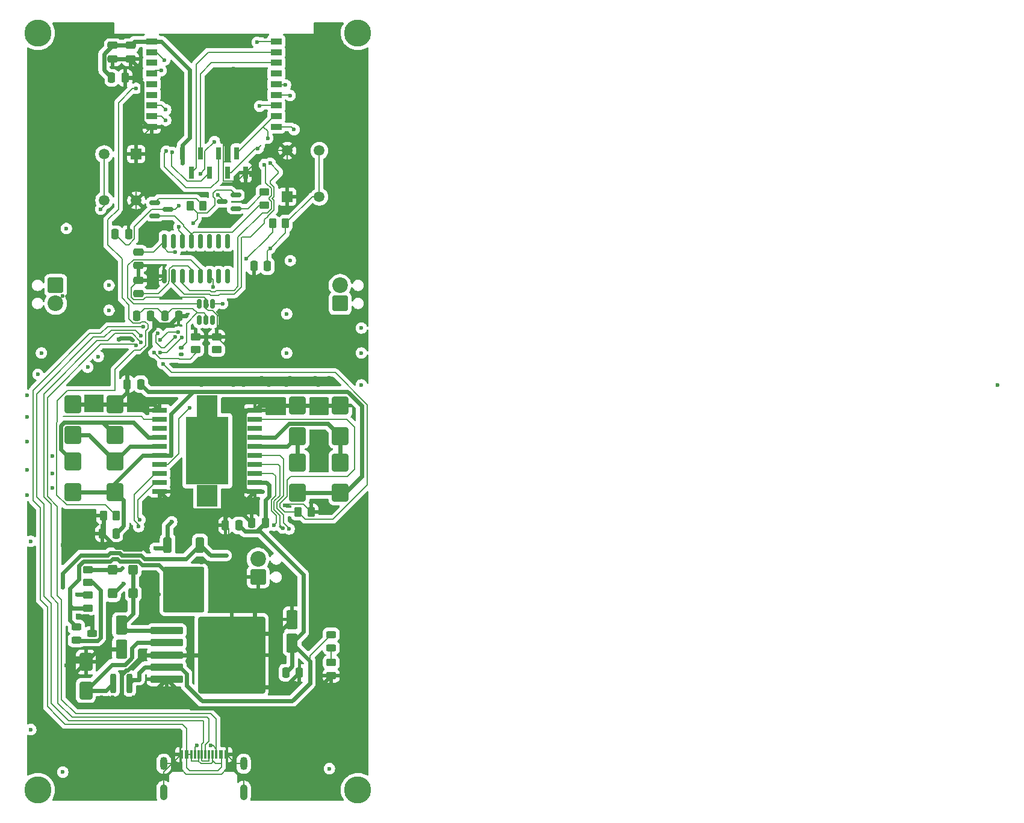
<source format=gbr>
%TF.GenerationSoftware,KiCad,Pcbnew,9.0.1*%
%TF.CreationDate,2025-07-20T14:02:16+01:00*%
%TF.ProjectId,pcb_suiveur,7063625f-7375-4697-9665-75722e6b6963,rev?*%
%TF.SameCoordinates,Original*%
%TF.FileFunction,Copper,L1,Top*%
%TF.FilePolarity,Positive*%
%FSLAX46Y46*%
G04 Gerber Fmt 4.6, Leading zero omitted, Abs format (unit mm)*
G04 Created by KiCad (PCBNEW 9.0.1) date 2025-07-20 14:02:16*
%MOMM*%
%LPD*%
G01*
G04 APERTURE LIST*
G04 Aperture macros list*
%AMRoundRect*
0 Rectangle with rounded corners*
0 $1 Rounding radius*
0 $2 $3 $4 $5 $6 $7 $8 $9 X,Y pos of 4 corners*
0 Add a 4 corners polygon primitive as box body*
4,1,4,$2,$3,$4,$5,$6,$7,$8,$9,$2,$3,0*
0 Add four circle primitives for the rounded corners*
1,1,$1+$1,$2,$3*
1,1,$1+$1,$4,$5*
1,1,$1+$1,$6,$7*
1,1,$1+$1,$8,$9*
0 Add four rect primitives between the rounded corners*
20,1,$1+$1,$2,$3,$4,$5,0*
20,1,$1+$1,$4,$5,$6,$7,0*
20,1,$1+$1,$6,$7,$8,$9,0*
20,1,$1+$1,$8,$9,$2,$3,0*%
G04 Aperture macros list end*
%TA.AperFunction,SMDPad,CuDef*%
%ADD10RoundRect,0.250000X0.900000X-1.000000X0.900000X1.000000X-0.900000X1.000000X-0.900000X-1.000000X0*%
%TD*%
%TA.AperFunction,ConnectorPad*%
%ADD11C,3.800000*%
%TD*%
%TA.AperFunction,ComponentPad*%
%ADD12C,2.600000*%
%TD*%
%TA.AperFunction,SMDPad,CuDef*%
%ADD13RoundRect,0.250000X0.450000X-0.262500X0.450000X0.262500X-0.450000X0.262500X-0.450000X-0.262500X0*%
%TD*%
%TA.AperFunction,SMDPad,CuDef*%
%ADD14RoundRect,0.250000X-0.550000X1.075000X-0.550000X-1.075000X0.550000X-1.075000X0.550000X1.075000X0*%
%TD*%
%TA.AperFunction,SMDPad,CuDef*%
%ADD15RoundRect,0.250000X-0.250000X-0.475000X0.250000X-0.475000X0.250000X0.475000X-0.250000X0.475000X0*%
%TD*%
%TA.AperFunction,SMDPad,CuDef*%
%ADD16RoundRect,0.250000X0.250000X0.475000X-0.250000X0.475000X-0.250000X-0.475000X0.250000X-0.475000X0*%
%TD*%
%TA.AperFunction,SMDPad,CuDef*%
%ADD17RoundRect,0.250000X0.650000X-1.000000X0.650000X1.000000X-0.650000X1.000000X-0.650000X-1.000000X0*%
%TD*%
%TA.AperFunction,ComponentPad*%
%ADD18C,2.200000*%
%TD*%
%TA.AperFunction,ComponentPad*%
%ADD19RoundRect,0.249999X0.850001X-0.850001X0.850001X0.850001X-0.850001X0.850001X-0.850001X-0.850001X0*%
%TD*%
%TA.AperFunction,SMDPad,CuDef*%
%ADD20RoundRect,0.150000X0.150000X-0.825000X0.150000X0.825000X-0.150000X0.825000X-0.150000X-0.825000X0*%
%TD*%
%TA.AperFunction,SMDPad,CuDef*%
%ADD21RoundRect,0.250000X0.262500X0.450000X-0.262500X0.450000X-0.262500X-0.450000X0.262500X-0.450000X0*%
%TD*%
%TA.AperFunction,ComponentPad*%
%ADD22O,1.050000X2.250000*%
%TD*%
%TA.AperFunction,ComponentPad*%
%ADD23O,1.050000X1.850000*%
%TD*%
%TA.AperFunction,SMDPad,CuDef*%
%ADD24R,0.300000X1.150000*%
%TD*%
%TA.AperFunction,SMDPad,CuDef*%
%ADD25R,0.600000X1.150000*%
%TD*%
%TA.AperFunction,SMDPad,CuDef*%
%ADD26RoundRect,0.200000X-0.200000X-1.150000X0.200000X-1.150000X0.200000X1.150000X-0.200000X1.150000X0*%
%TD*%
%TA.AperFunction,SMDPad,CuDef*%
%ADD27RoundRect,0.150000X-0.587500X-0.150000X0.587500X-0.150000X0.587500X0.150000X-0.587500X0.150000X0*%
%TD*%
%TA.AperFunction,SMDPad,CuDef*%
%ADD28RoundRect,0.250000X0.400000X0.450000X-0.400000X0.450000X-0.400000X-0.450000X0.400000X-0.450000X0*%
%TD*%
%TA.AperFunction,SMDPad,CuDef*%
%ADD29RoundRect,0.250000X-0.450000X0.262500X-0.450000X-0.262500X0.450000X-0.262500X0.450000X0.262500X0*%
%TD*%
%TA.AperFunction,SMDPad,CuDef*%
%ADD30RoundRect,0.250000X-0.350000X0.850000X-0.350000X-0.850000X0.350000X-0.850000X0.350000X0.850000X0*%
%TD*%
%TA.AperFunction,SMDPad,CuDef*%
%ADD31RoundRect,0.249997X-2.650003X2.950003X-2.650003X-2.950003X2.650003X-2.950003X2.650003X2.950003X0*%
%TD*%
%TA.AperFunction,SMDPad,CuDef*%
%ADD32RoundRect,0.250000X-0.262500X-0.450000X0.262500X-0.450000X0.262500X0.450000X-0.262500X0.450000X0*%
%TD*%
%TA.AperFunction,SMDPad,CuDef*%
%ADD33RoundRect,0.147500X0.172500X-0.147500X0.172500X0.147500X-0.172500X0.147500X-0.172500X-0.147500X0*%
%TD*%
%TA.AperFunction,SMDPad,CuDef*%
%ADD34RoundRect,0.250000X0.550000X-1.075000X0.550000X1.075000X-0.550000X1.075000X-0.550000X-1.075000X0*%
%TD*%
%TA.AperFunction,SMDPad,CuDef*%
%ADD35RoundRect,0.243750X0.456250X-0.243750X0.456250X0.243750X-0.456250X0.243750X-0.456250X-0.243750X0*%
%TD*%
%TA.AperFunction,SMDPad,CuDef*%
%ADD36RoundRect,0.250000X-2.050000X-0.300000X2.050000X-0.300000X2.050000X0.300000X-2.050000X0.300000X0*%
%TD*%
%TA.AperFunction,SMDPad,CuDef*%
%ADD37RoundRect,0.250002X-4.449998X-5.149998X4.449998X-5.149998X4.449998X5.149998X-4.449998X5.149998X0*%
%TD*%
%TA.AperFunction,SMDPad,CuDef*%
%ADD38RoundRect,0.250000X-0.450000X-0.250000X0.450000X-0.250000X0.450000X0.250000X-0.450000X0.250000X0*%
%TD*%
%TA.AperFunction,ComponentPad*%
%ADD39RoundRect,0.249999X-0.850001X0.850001X-0.850001X-0.850001X0.850001X-0.850001X0.850001X0.850001X0*%
%TD*%
%TA.AperFunction,ComponentPad*%
%ADD40C,1.498000*%
%TD*%
%TA.AperFunction,ComponentPad*%
%ADD41R,1.498000X1.498000*%
%TD*%
%TA.AperFunction,SMDPad,CuDef*%
%ADD42RoundRect,0.250000X-0.475000X0.250000X-0.475000X-0.250000X0.475000X-0.250000X0.475000X0.250000X0*%
%TD*%
%TA.AperFunction,SMDPad,CuDef*%
%ADD43R,2.900000X3.050000*%
%TD*%
%TA.AperFunction,SMDPad,CuDef*%
%ADD44R,6.000000X9.600000*%
%TD*%
%TA.AperFunction,SMDPad,CuDef*%
%ADD45R,2.000000X0.700000*%
%TD*%
%TA.AperFunction,SMDPad,CuDef*%
%ADD46RoundRect,0.150000X0.587500X0.150000X-0.587500X0.150000X-0.587500X-0.150000X0.587500X-0.150000X0*%
%TD*%
%TA.AperFunction,SMDPad,CuDef*%
%ADD47R,0.650000X1.800000*%
%TD*%
%TA.AperFunction,SMDPad,CuDef*%
%ADD48RoundRect,0.150000X-0.150000X0.512500X-0.150000X-0.512500X0.150000X-0.512500X0.150000X0.512500X0*%
%TD*%
%TA.AperFunction,SMDPad,CuDef*%
%ADD49R,1.500000X0.900000*%
%TD*%
%TA.AperFunction,HeatsinkPad*%
%ADD50C,0.600000*%
%TD*%
%TA.AperFunction,HeatsinkPad*%
%ADD51R,2.900000X2.900000*%
%TD*%
%TA.AperFunction,ViaPad*%
%ADD52C,0.600000*%
%TD*%
%TA.AperFunction,Conductor*%
%ADD53C,0.200000*%
%TD*%
%TA.AperFunction,Conductor*%
%ADD54C,0.600000*%
%TD*%
G04 APERTURE END LIST*
D10*
%TO.P,D4,2,A*%
%TO.N,Net-(D2-K)*%
X136375000Y-100260000D03*
%TO.P,D4,1,K*%
%TO.N,+Vbat*%
X136375000Y-104560000D03*
%TD*%
D11*
%TO.P,H1,1*%
%TO.N,N/C*%
X170500000Y-40000000D03*
D12*
X170500000Y-40000000D03*
%TD*%
D11*
%TO.P,H2,1*%
%TO.N,N/C*%
X125500000Y-40000000D03*
D12*
X125500000Y-40000000D03*
%TD*%
D13*
%TO.P,R15,2*%
%TO.N,Net-(D9-K)*%
X166750000Y-128587500D03*
%TO.P,R15,1*%
%TO.N,GND*%
X166750000Y-130412500D03*
%TD*%
D14*
%TO.P,C4,2*%
%TO.N,GND*%
X137250000Y-126675000D03*
%TO.P,C4,1*%
%TO.N,Net-(D14-K)*%
X137250000Y-123325000D03*
%TD*%
D13*
%TO.P,R8,2*%
%TO.N,Net-(Q1-B)*%
X157325000Y-62362500D03*
%TO.P,R8,1*%
%TO.N,/DTR*%
X157325000Y-64187500D03*
%TD*%
D15*
%TO.P,C6,2*%
%TO.N,GND*%
X138275000Y-68275000D03*
%TO.P,C6,1*%
%TO.N,/BOOT*%
X136375000Y-68275000D03*
%TD*%
D16*
%TO.P,C22,2*%
%TO.N,GND*%
X155575000Y-108910000D03*
%TO.P,C22,1*%
%TO.N,+3.3V*%
X157475000Y-108910000D03*
%TD*%
D17*
%TO.P,D12,2,A*%
%TO.N,GND*%
X132250000Y-128500000D03*
%TO.P,D12,1,K*%
%TO.N,Net-(D12-K)*%
X132250000Y-132500000D03*
%TD*%
D11*
%TO.P,H4,1*%
%TO.N,N/C*%
X170500000Y-146500000D03*
D12*
X170500000Y-146500000D03*
%TD*%
D18*
%TO.P,J4_battery3,2,Pin_2*%
%TO.N,Net-(J4_battery3-Pin_2)*%
X156460000Y-114000000D03*
D19*
%TO.P,J4_battery3,1,Pin_1*%
%TO.N,GND*%
X156460000Y-116540000D03*
%TD*%
D20*
%TO.P,U4,16,VCC*%
%TO.N,3.3V*%
X143285000Y-69275000D03*
%TO.P,U4,15,R232*%
%TO.N,unconnected-(U4-R232-Pad15)*%
X144555000Y-69275000D03*
%TO.P,U4,14,~{RTS}*%
%TO.N,/RTS*%
X145825000Y-69275000D03*
%TO.P,U4,13,~{DTR}*%
%TO.N,/DTR*%
X147095000Y-69275000D03*
%TO.P,U4,12,~{DCD}*%
%TO.N,unconnected-(U4-~{DCD}-Pad12)*%
X148365000Y-69275000D03*
%TO.P,U4,11,~{RI}*%
%TO.N,unconnected-(U4-~{RI}-Pad11)*%
X149635000Y-69275000D03*
%TO.P,U4,10,~{DSR}*%
%TO.N,unconnected-(U4-~{DSR}-Pad10)*%
X150905000Y-69275000D03*
%TO.P,U4,9,~{CTS}*%
%TO.N,unconnected-(U4-~{CTS}-Pad9)*%
X152175000Y-69275000D03*
%TO.P,U4,8,NC*%
%TO.N,unconnected-(U4-NC-Pad8)*%
X152175000Y-74225000D03*
%TO.P,U4,7,NC*%
%TO.N,unconnected-(U4-NC-Pad7)*%
X150905000Y-74225000D03*
%TO.P,U4,6,UD-*%
%TO.N,Net-(U4-UD-)*%
X149635000Y-74225000D03*
%TO.P,U4,5,UD+*%
%TO.N,Net-(U4-UD+)*%
X148365000Y-74225000D03*
%TO.P,U4,4,V3*%
%TO.N,Net-(U4-V3)*%
X147095000Y-74225000D03*
%TO.P,U4,3,RXD*%
%TO.N,/RX_TX*%
X145825000Y-74225000D03*
%TO.P,U4,2,TXD*%
%TO.N,/TX_RX*%
X144555000Y-74225000D03*
%TO.P,U4,1,GND*%
%TO.N,GND*%
X143285000Y-74225000D03*
%TD*%
D21*
%TO.P,R11,2*%
%TO.N,/SENSE_B*%
X162112500Y-107410000D03*
%TO.P,R11,1*%
%TO.N,GND*%
X163937500Y-107410000D03*
%TD*%
D22*
%TO.P,P1,SH4*%
%TO.N,N/C*%
X154445000Y-146812500D03*
%TO.P,P1,SH3*%
X143205000Y-146812500D03*
D23*
%TO.P,P1,SH2*%
X154445000Y-142812500D03*
%TO.P,P1,SH1*%
X143205000Y-142812500D03*
D24*
%TO.P,P1,B7*%
X148075000Y-141537500D03*
D25*
%TO.P,P1,A9,VBUS*%
%TO.N,Net-(FB1-Pad1)*%
X151225000Y-141537500D03*
X146425000Y-141537500D03*
D24*
%TO.P,P1,A8*%
%TO.N,N/C*%
X150075000Y-141537500D03*
X147075000Y-141537500D03*
%TO.P,P1,A7,D-*%
%TO.N,Net-(P1-D-)*%
X149075000Y-141537500D03*
%TO.P,P1,A6,D+*%
%TO.N,Net-(P1-D+)*%
X149575000Y-141537500D03*
X148575000Y-141537500D03*
%TO.P,P1,A5,CC*%
%TO.N,Net-(P1-CC)*%
X150575000Y-141537500D03*
X147575000Y-141537500D03*
D25*
%TO.P,P1,A1,GND*%
%TO.N,GND*%
X152025000Y-141537500D03*
X145625000Y-141537500D03*
%TD*%
D26*
%TO.P,L1,2,2*%
%TO.N,+3.3V*%
X138400000Y-131500000D03*
%TO.P,L1,1,1*%
%TO.N,Net-(D12-K)*%
X136100000Y-131500000D03*
%TD*%
D13*
%TO.P,R13,2*%
%TO.N,GND*%
X150635000Y-82725000D03*
%TO.P,R13,1*%
%TO.N,Net-(P1-VCONN)*%
X150635000Y-84550000D03*
%TD*%
D16*
%TO.P,C21,2*%
%TO.N,GND*%
X134575000Y-110410000D03*
%TO.P,C21,1*%
%TO.N,+Vbat*%
X136475000Y-110410000D03*
%TD*%
D27*
%TO.P,Q2,3,C*%
%TO.N,/BOOT*%
X143825000Y-64775000D03*
%TO.P,Q2,2,E*%
%TO.N,/DTR*%
X141950000Y-65725000D03*
%TO.P,Q2,1,B*%
%TO.N,Net-(Q2-B)*%
X141950000Y-63825000D03*
%TD*%
D28*
%TO.P,D15,2,A*%
%TO.N,VBUS*%
X136000000Y-115500000D03*
%TO.P,D15,1,K*%
%TO.N,Net-(D14-K)*%
X138900000Y-115500000D03*
%TD*%
D15*
%TO.P,C18,2*%
%TO.N,GND*%
X141325000Y-79775000D03*
%TO.P,C18,1*%
%TO.N,VBUS*%
X139425000Y-79775000D03*
%TD*%
D10*
%TO.P,D1,2,A*%
%TO.N,GND*%
X136375000Y-92260000D03*
%TO.P,D1,1,K*%
%TO.N,Net-(D1-K)*%
X136375000Y-96560000D03*
%TD*%
D29*
%TO.P,R21,2*%
%TO.N,Net-(Q3-C)*%
X132500000Y-120912500D03*
%TO.P,R21,1*%
%TO.N,Net-(J4_battery3-Pin_2)*%
X132500000Y-119087500D03*
%TD*%
D10*
%TO.P,D3,2,A*%
%TO.N,Net-(D1-K)*%
X130375000Y-100260000D03*
%TO.P,D3,1,K*%
%TO.N,+Vbat*%
X130375000Y-104560000D03*
%TD*%
D16*
%TO.P,C7,2*%
%TO.N,GND*%
X155875000Y-72775000D03*
%TO.P,C7,1*%
%TO.N,/EN*%
X157775000Y-72775000D03*
%TD*%
D30*
%TO.P,Q6,3,S*%
%TO.N,+Vbat*%
X143745000Y-112025000D03*
D31*
%TO.P,Q6,2,G*%
%TO.N,Net-(Q3-C)*%
X146025000Y-118325000D03*
D30*
%TO.P,Q6,1,D*%
%TO.N,Net-(J4_battery3-Pin_2)*%
X148305000Y-112025000D03*
%TD*%
D16*
%TO.P,C23,2*%
%TO.N,GND*%
X138075000Y-89410000D03*
%TO.P,C23,1*%
%TO.N,+Vbat*%
X139975000Y-89410000D03*
%TD*%
D29*
%TO.P,R22,2*%
%TO.N,Net-(Q3-B)*%
X132500000Y-117325000D03*
%TO.P,R22,1*%
%TO.N,VBUS*%
X132500000Y-115500000D03*
%TD*%
D32*
%TO.P,R9,2*%
%TO.N,Net-(Q2-B)*%
X148737500Y-64275000D03*
%TO.P,R9,1*%
%TO.N,/RTS*%
X146912500Y-64275000D03*
%TD*%
D33*
%TO.P,FB1,2*%
%TO.N,VBUS*%
X145635000Y-84240000D03*
%TO.P,FB1,1*%
%TO.N,Net-(FB1-Pad1)*%
X145635000Y-85210000D03*
%TD*%
D16*
%TO.P,C20,2*%
%TO.N,GND*%
X151875000Y-109275000D03*
%TO.P,C20,1*%
%TO.N,+3.3V*%
X153775000Y-109275000D03*
%TD*%
D34*
%TO.P,C1,2*%
%TO.N,GND*%
X161250000Y-122500000D03*
%TO.P,C1,1*%
%TO.N,+3.3V*%
X161250000Y-125850000D03*
%TD*%
D35*
%TO.P,D9,2,A*%
%TO.N,+3.3V*%
X166750000Y-124625000D03*
%TO.P,D9,1,K*%
%TO.N,Net-(D9-K)*%
X166750000Y-126500000D03*
%TD*%
D36*
%TO.P,U6,5,~{ON}/OFF*%
%TO.N,GND*%
X143600000Y-130900000D03*
%TO.P,U6,4,FB*%
%TO.N,+3.3V*%
X143600000Y-129200000D03*
D37*
%TO.P,U6,3,GND*%
%TO.N,GND*%
X152750000Y-127500000D03*
D36*
X143600000Y-127500000D03*
%TO.P,U6,2,OUT*%
%TO.N,Net-(D12-K)*%
X143600000Y-125800000D03*
%TO.P,U6,1,VIN*%
%TO.N,Net-(D14-K)*%
X143600000Y-124100000D03*
%TD*%
D38*
%TO.P,Q3,3,E*%
%TO.N,GND*%
X133100000Y-124500000D03*
%TO.P,Q3,2,B*%
%TO.N,Net-(Q3-B)*%
X130900000Y-125450000D03*
%TO.P,Q3,1,C*%
%TO.N,Net-(Q3-C)*%
X130900000Y-123550000D03*
%TD*%
D10*
%TO.P,D8,2,A*%
%TO.N,GND*%
X162025000Y-92410000D03*
%TO.P,D8,1,K*%
%TO.N,Net-(D7-A)*%
X162025000Y-96710000D03*
%TD*%
D15*
%TO.P,C8,2*%
%TO.N,GND*%
X162250000Y-130000000D03*
%TO.P,C8,1*%
%TO.N,+3.3V*%
X160350000Y-130000000D03*
%TD*%
D21*
%TO.P,R10,2*%
%TO.N,3.3V*%
X158500000Y-66775000D03*
%TO.P,R10,1*%
%TO.N,/EN*%
X160325000Y-66775000D03*
%TD*%
D15*
%TO.P,C17,2*%
%TO.N,GND*%
X145275000Y-79775000D03*
%TO.P,C17,1*%
%TO.N,VBUS*%
X143375000Y-79775000D03*
%TD*%
D18*
%TO.P,J2,2,Pin_2*%
%TO.N,Net-(D2-K)*%
X128000000Y-78040000D03*
D39*
%TO.P,J2,1,Pin_1*%
%TO.N,Net-(D1-K)*%
X128000000Y-75500000D03*
%TD*%
D40*
%TO.P,SW2,4*%
%TO.N,/EN*%
X165075000Y-56525000D03*
%TO.P,SW2,3*%
%TO.N,GND*%
X160575000Y-56525000D03*
%TO.P,SW2,2*%
%TO.N,/EN*%
X165075000Y-63025000D03*
D41*
%TO.P,SW2,1*%
%TO.N,GND*%
X160575000Y-63025000D03*
%TD*%
D42*
%TO.P,C15,2*%
%TO.N,GND*%
X138515000Y-43625000D03*
%TO.P,C15,1*%
%TO.N,+3.3V*%
X138515000Y-41725000D03*
%TD*%
D43*
%TO.P,U2,23*%
%TO.N,N/C*%
X149325000Y-105075000D03*
%TO.P,U2,22*%
X149325000Y-92475000D03*
D44*
%TO.P,U2,21*%
X149325000Y-98775000D03*
D45*
%TO.P,U2,20,GND*%
%TO.N,GND*%
X156025000Y-93060000D03*
%TO.P,U2,19,SENSE_B*%
%TO.N,/SENSE_B*%
X156025000Y-94330000D03*
%TO.P,U2,18,NC*%
%TO.N,unconnected-(U2-NC-Pad18)*%
X156025000Y-95600000D03*
%TO.P,U2,17,OUT4*%
%TO.N,Net-(D5-A)*%
X156025000Y-96870000D03*
%TO.P,U2,16,OUT3*%
%TO.N,Net-(D7-A)*%
X156025000Y-98140000D03*
%TO.P,U2,15,IN4*%
%TO.N,/IN4*%
X156025000Y-99410000D03*
%TO.P,U2,14,EnB*%
%TO.N,/ENB*%
X156025000Y-100680000D03*
%TO.P,U2,13,IN3*%
%TO.N,/IN3*%
X156025000Y-101950000D03*
%TO.P,U2,12,Vss*%
%TO.N,+3.3V*%
X156025000Y-103220000D03*
%TO.P,U2,11,GND*%
%TO.N,GND*%
X156025000Y-104490000D03*
%TO.P,U2,10,GND*%
X142625000Y-104490000D03*
%TO.P,U2,9,IN2*%
%TO.N,/IN2*%
X142625000Y-103220000D03*
%TO.P,U2,8,EnA*%
%TO.N,/ENA*%
X142625000Y-101950000D03*
%TO.P,U2,7,IN1*%
%TO.N,/IN1*%
X142625000Y-100680000D03*
%TO.P,U2,6,Vs*%
%TO.N,+Vbat*%
X142625000Y-99410000D03*
%TO.P,U2,5,OUT2*%
%TO.N,Net-(D2-K)*%
X142625000Y-98140000D03*
%TO.P,U2,4,OUT1*%
%TO.N,Net-(D1-K)*%
X142625000Y-96870000D03*
%TO.P,U2,3,NC*%
%TO.N,unconnected-(U2-NC-Pad3)*%
X142625000Y-95600000D03*
%TO.P,U2,2,SENSE_A*%
%TO.N,/SENSE_A*%
X142625000Y-94330000D03*
%TO.P,U2,1,GND*%
%TO.N,GND*%
X142625000Y-93060000D03*
%TD*%
D10*
%TO.P,D7,2,A*%
%TO.N,Net-(D7-A)*%
X162025000Y-100410000D03*
%TO.P,D7,1,K*%
%TO.N,+Vbat*%
X162025000Y-104710000D03*
%TD*%
%TO.P,D5,2,A*%
%TO.N,Net-(D5-A)*%
X168025000Y-100410000D03*
%TO.P,D5,1,K*%
%TO.N,+Vbat*%
X168025000Y-104710000D03*
%TD*%
D42*
%TO.P,C16,2*%
%TO.N,GND*%
X136015000Y-43625000D03*
%TO.P,C16,1*%
%TO.N,+3.3V*%
X136015000Y-41725000D03*
%TD*%
D46*
%TO.P,Q1,3,C*%
%TO.N,/EN*%
X151450000Y-63725000D03*
%TO.P,Q1,2,E*%
%TO.N,/RTS*%
X153325000Y-62775000D03*
%TO.P,Q1,1,B*%
%TO.N,Net-(Q1-B)*%
X153325000Y-64675000D03*
%TD*%
D47*
%TO.P,J1,8,Pin_8*%
%TO.N,GND*%
X154715000Y-59625000D03*
%TO.P,J1,7,Pin_7*%
%TO.N,/TX_RX*%
X153445000Y-56925000D03*
%TO.P,J1,6,Pin_6*%
%TO.N,/RX_TX*%
X152175000Y-59625000D03*
%TO.P,J1,5,Pin_5*%
%TO.N,/GPIO9*%
X150905000Y-56925000D03*
%TO.P,J1,4,Pin_4*%
%TO.N,/GPIO8*%
X149635000Y-59625000D03*
%TO.P,J1,3,Pin_3*%
%TO.N,/GPIO2*%
X148365000Y-56925000D03*
%TO.P,J1,2,Pin_2*%
%TO.N,/GPIO1*%
X147095000Y-59625000D03*
%TO.P,J1,1,Pin_1*%
%TO.N,+3.3V*%
X145825000Y-56925000D03*
%TD*%
D10*
%TO.P,D2,2,A*%
%TO.N,GND*%
X130375000Y-92260000D03*
%TO.P,D2,1,K*%
%TO.N,Net-(D2-K)*%
X130375000Y-96560000D03*
%TD*%
D11*
%TO.P,H3,1*%
%TO.N,N/C*%
X125500000Y-146500000D03*
D12*
X125500000Y-146500000D03*
%TD*%
D18*
%TO.P,J3,2,Pin_2*%
%TO.N,Net-(D5-A)*%
X168000000Y-75500000D03*
D19*
%TO.P,J3,1,Pin_1*%
%TO.N,Net-(D7-A)*%
X168000000Y-78040000D03*
%TD*%
D42*
%TO.P,C2,2*%
%TO.N,GND*%
X139635000Y-72675000D03*
%TO.P,C2,1*%
%TO.N,3.3V*%
X139635000Y-70775000D03*
%TD*%
D28*
%TO.P,D14,2,A*%
%TO.N,+Vbat*%
X136000000Y-118850000D03*
%TO.P,D14,1,K*%
%TO.N,Net-(D14-K)*%
X138900000Y-118850000D03*
%TD*%
D40*
%TO.P,SW1,4*%
%TO.N,/BOOT*%
X134825000Y-63525000D03*
%TO.P,SW1,3*%
%TO.N,GND*%
X139325000Y-63525000D03*
%TO.P,SW1,2*%
%TO.N,/BOOT*%
X134825000Y-57025000D03*
D41*
%TO.P,SW1,1*%
%TO.N,GND*%
X139325000Y-57025000D03*
%TD*%
D32*
%TO.P,R14,2*%
%TO.N,/SENSE_A*%
X136525000Y-107910000D03*
%TO.P,R14,1*%
%TO.N,GND*%
X134700000Y-107910000D03*
%TD*%
D48*
%TO.P,U3,6,I/O1*%
%TO.N,Net-(P1-D-)*%
X150085000Y-80362500D03*
%TO.P,U3,5,VBUS*%
%TO.N,VBUS*%
X149135000Y-80362500D03*
%TO.P,U3,4,I/O2*%
%TO.N,Net-(P1-D+)*%
X148185000Y-80362500D03*
%TO.P,U3,3,I/O2*%
%TO.N,Net-(U4-UD+)*%
X148185000Y-78087500D03*
%TO.P,U3,2,GND*%
%TO.N,GND*%
X149135000Y-78087500D03*
%TO.P,U3,1,I/O1*%
%TO.N,Net-(U4-UD-)*%
X150085000Y-78087500D03*
%TD*%
D10*
%TO.P,D6,2,A*%
%TO.N,GND*%
X168025000Y-92410000D03*
%TO.P,D6,1,K*%
%TO.N,Net-(D5-A)*%
X168025000Y-96710000D03*
%TD*%
D42*
%TO.P,C3,2*%
%TO.N,Net-(U4-V3)*%
X139635000Y-76675000D03*
%TO.P,C3,1*%
%TO.N,GND*%
X139635000Y-74775000D03*
%TD*%
D15*
%TO.P,C19,2*%
%TO.N,GND*%
X137775000Y-46275000D03*
%TO.P,C19,1*%
%TO.N,+3.3V*%
X135875000Y-46275000D03*
%TD*%
D13*
%TO.P,R12,2*%
%TO.N,GND*%
X147685000Y-82725000D03*
%TO.P,R12,1*%
%TO.N,Net-(P1-CC)*%
X147685000Y-84550000D03*
%TD*%
D49*
%TO.P,U1,1,3V3*%
%TO.N,+3.3V*%
X141515000Y-41175000D03*
%TO.P,U1,2,EN*%
%TO.N,/EN*%
X141515000Y-42675000D03*
%TO.P,U1,3,IO4*%
%TO.N,/IN2*%
X141515000Y-44175000D03*
%TO.P,U1,4,IO5*%
%TO.N,/ENA*%
X141515000Y-45675000D03*
%TO.P,U1,5,IO6*%
%TO.N,/SENSE_A*%
X141515000Y-47175000D03*
%TO.P,U1,6,IO7*%
%TO.N,/SENSE_B*%
X141515000Y-48675000D03*
%TO.P,U1,7,IO8*%
%TO.N,/GPIO8*%
X141515000Y-50175000D03*
%TO.P,U1,8,IO9*%
%TO.N,/GPIO9*%
X141515000Y-51675000D03*
%TO.P,U1,9,GND*%
%TO.N,GND*%
X141515000Y-53175000D03*
%TO.P,U1,10,IO10*%
%TO.N,/ENB*%
X159015000Y-53175000D03*
%TO.P,U1,11,IO20/RXD*%
%TO.N,/TX_RX*%
X159015000Y-51675000D03*
%TO.P,U1,12,IO21/TXD*%
%TO.N,/RX_TX*%
X159015000Y-50175000D03*
%TO.P,U1,13,IO18*%
%TO.N,/IN3*%
X159015000Y-48675000D03*
%TO.P,U1,14,IO19*%
%TO.N,/IN4*%
X159015000Y-47175000D03*
%TO.P,U1,15,IO3*%
%TO.N,/IN1*%
X159015000Y-45675000D03*
%TO.P,U1,16,IO2*%
%TO.N,/GPIO2*%
X159015000Y-44175000D03*
%TO.P,U1,17,IO1*%
%TO.N,/GPIO1*%
X159015000Y-42675000D03*
%TO.P,U1,18,IO0*%
%TO.N,/BOOT*%
X159015000Y-41175000D03*
D50*
%TO.P,U1,19,GND*%
%TO.N,GND*%
X150125000Y-46825000D03*
X150125000Y-47925000D03*
X150675000Y-46275000D03*
X150675000Y-47375000D03*
X150675000Y-48475000D03*
X151225000Y-46825000D03*
D51*
X151225000Y-47375000D03*
D50*
X151225000Y-47925000D03*
X151775000Y-46275000D03*
X151775000Y-47375000D03*
X151775000Y-48475000D03*
X152325000Y-46825000D03*
X152325000Y-47925000D03*
%TD*%
D52*
%TO.N,*%
X129500000Y-67500000D03*
X135500000Y-75500000D03*
X132500000Y-87000000D03*
X135500000Y-79000000D03*
X166500000Y-143500000D03*
X134000000Y-85500000D03*
X124000000Y-105000000D03*
X129000000Y-144000000D03*
X124500000Y-138000000D03*
X160500000Y-85000000D03*
X127500000Y-102000000D03*
X161000000Y-72000000D03*
X127500000Y-104000000D03*
X124500000Y-111500000D03*
X126000000Y-85000000D03*
X124000000Y-97500000D03*
X149325000Y-98775000D03*
X171000000Y-89500000D03*
X124000000Y-94000000D03*
X124000000Y-91000000D03*
X125500000Y-88000000D03*
X171000000Y-85000000D03*
%TO.N,3.3V*%
X154825000Y-71775000D03*
X144775000Y-70775000D03*
%TO.N,GND*%
X160500000Y-89500000D03*
X154000000Y-117000000D03*
X156500000Y-105500000D03*
X160000000Y-136000000D03*
X152750000Y-127500000D03*
X135500000Y-40500000D03*
X132000000Y-122000000D03*
X130000000Y-128000000D03*
X141000000Y-106000000D03*
X134500000Y-67500000D03*
X131000000Y-77000000D03*
X148500000Y-72000000D03*
X152325000Y-110775000D03*
X129500000Y-129000000D03*
X144500000Y-138500000D03*
X129000000Y-77000000D03*
X147000000Y-42000000D03*
X144500000Y-134000000D03*
X154500000Y-53000000D03*
X148500000Y-41000000D03*
X133500000Y-46000000D03*
X158500000Y-120500000D03*
X136000000Y-48500000D03*
X142000000Y-122000000D03*
X136000000Y-59000000D03*
X163500000Y-51500000D03*
X164500000Y-77000000D03*
X165000000Y-99500000D03*
X149825000Y-50775000D03*
X139825000Y-65275000D03*
X135500000Y-124500000D03*
X142000000Y-88000000D03*
X165000000Y-89500000D03*
X153000000Y-104500000D03*
X143500000Y-132500000D03*
X129500000Y-109000000D03*
X134500000Y-128000000D03*
X149285000Y-78275000D03*
X155500000Y-145000000D03*
X141000000Y-107500000D03*
X164898959Y-93398959D03*
X141000000Y-119000000D03*
X134500000Y-133500000D03*
X161250000Y-122500000D03*
X131500000Y-52000000D03*
X141000000Y-117500000D03*
X156317500Y-92767500D03*
X156000000Y-142000000D03*
X165000000Y-123500000D03*
X139500000Y-49500000D03*
X150000000Y-72500000D03*
X145000000Y-41000000D03*
X164500000Y-88500000D03*
X163500000Y-59000000D03*
X171500000Y-107000000D03*
X156500000Y-136000000D03*
X141500000Y-58000000D03*
X158000000Y-89500000D03*
X151500000Y-72500000D03*
X134000000Y-42000000D03*
X156000000Y-107000000D03*
X151000000Y-41500000D03*
X162500000Y-112000000D03*
X145475000Y-51775000D03*
X136000000Y-60500000D03*
X145000000Y-139500000D03*
X154000000Y-120000000D03*
X130500000Y-107500000D03*
X125000000Y-125000000D03*
X161000000Y-88500000D03*
X153500000Y-49500000D03*
X152750000Y-127500000D03*
X155500000Y-60000000D03*
X142500000Y-134000000D03*
X153000000Y-137500000D03*
X136000000Y-133500000D03*
X129000000Y-112000000D03*
X150000000Y-52500000D03*
X141000000Y-108500000D03*
X157500000Y-40500000D03*
X160175000Y-106460000D03*
X149500000Y-86500000D03*
X140500000Y-59500000D03*
X165500000Y-106500000D03*
X153500000Y-46500000D03*
X143500000Y-47500000D03*
X151500000Y-86000000D03*
X152750000Y-127500000D03*
X158500000Y-91500000D03*
X140000000Y-69000000D03*
X131500000Y-48500000D03*
X165500000Y-133000000D03*
X145500000Y-101500000D03*
X165000000Y-91500000D03*
X166101041Y-97601041D03*
X146500000Y-110500000D03*
X141500000Y-68500000D03*
X130000000Y-73000000D03*
X159000000Y-128000000D03*
X140500000Y-68000000D03*
X155500000Y-52500000D03*
X131000000Y-109000000D03*
X140500000Y-87000000D03*
X130500000Y-127000000D03*
X145500000Y-109500000D03*
X140500000Y-138500000D03*
X140500000Y-120500000D03*
X157000000Y-88500000D03*
X164500000Y-101000000D03*
X153000000Y-79500000D03*
X146500000Y-104500000D03*
X154500000Y-89500000D03*
X155500000Y-62000000D03*
X151500000Y-81000000D03*
X148500000Y-89500000D03*
X140000000Y-122500000D03*
X153000000Y-89500000D03*
X134000000Y-59000000D03*
X151000000Y-112000000D03*
X149500000Y-67000000D03*
X135500000Y-122500000D03*
X156000000Y-119500000D03*
X153500000Y-54500000D03*
X163500000Y-53500000D03*
X135000000Y-39500000D03*
X141500000Y-56000000D03*
X162500000Y-47500000D03*
X156000000Y-146500000D03*
X161000000Y-59000000D03*
X153000000Y-45000000D03*
X166000000Y-58000000D03*
X137000000Y-121000000D03*
X154500000Y-140500000D03*
X153000000Y-139500000D03*
X139500000Y-53500000D03*
X153000000Y-81500000D03*
X131000000Y-55000000D03*
X135500000Y-138500000D03*
X130000000Y-110500000D03*
X124500000Y-114500000D03*
X157000000Y-121000000D03*
%TO.N,/BOOT*%
X150325000Y-55275000D03*
%TO.N,GND*%
X127500000Y-137000000D03*
X152500000Y-120500000D03*
X166500000Y-88500000D03*
%TO.N,/EN*%
X150825000Y-62775000D03*
%TO.N,+3.3V*%
X153825000Y-109275000D03*
%TO.N,GND*%
X133000000Y-43500000D03*
%TO.N,/BOOT*%
X134325000Y-64775000D03*
%TO.N,/EN*%
X143325000Y-43775000D03*
%TO.N,GND*%
X135500000Y-121000000D03*
X134000000Y-61000000D03*
X124500000Y-108500000D03*
X139500000Y-51000000D03*
X145500000Y-111000000D03*
X132500000Y-68000000D03*
X139000000Y-133500000D03*
X140000000Y-132500000D03*
X135000000Y-88500000D03*
X165000000Y-39500000D03*
X148500000Y-114500000D03*
X139825000Y-65275000D03*
X158500000Y-129500000D03*
X159000000Y-126500000D03*
X152750000Y-127500000D03*
X146500000Y-112000000D03*
%TO.N,/BOOT*%
X145325000Y-64275000D03*
X156325000Y-41275000D03*
X148325000Y-59775000D03*
X136375000Y-68275000D03*
%TO.N,/EN*%
X158175000Y-70275000D03*
%TO.N,VBUS*%
X136825000Y-83125000D03*
%TO.N,+Vbat*%
X142000000Y-112500000D03*
%TO.N,Net-(D2-K)*%
X130375000Y-96560000D03*
%TO.N,Net-(D7-A)*%
X162500000Y-100000000D03*
X162575000Y-101025000D03*
%TO.N,VBUS*%
X138759576Y-83158315D03*
%TO.N,/RTS*%
X145325000Y-67275000D03*
%TO.N,Net-(D1-K)*%
X130000000Y-100000000D03*
%TO.N,Net-(D5-A)*%
X168325000Y-100775000D03*
%TO.N,/RTS*%
X147325000Y-66775000D03*
%TO.N,/SENSE_A*%
X139325000Y-47775000D03*
%TO.N,Net-(P1-CC)*%
X139309953Y-83967435D03*
X147825000Y-140275000D03*
%TO.N,VBUS*%
X136000000Y-115500000D03*
X139325000Y-79775000D03*
%TO.N,+Vbat*%
X137500000Y-117500000D03*
%TO.N,Net-(D5-A)*%
X168000000Y-97000000D03*
%TO.N,+Vbat*%
X144325000Y-108775000D03*
%TO.N,+3.3V*%
X145825000Y-58275000D03*
%TO.N,Net-(D1-K)*%
X130375000Y-100260000D03*
%TO.N,/SENSE_A*%
X141515000Y-47175000D03*
%TO.N,Net-(D2-K)*%
X130375000Y-96560000D03*
%TO.N,+Vbat*%
X136325000Y-110275000D03*
%TO.N,GND*%
X134500000Y-54500000D03*
X146500000Y-89000000D03*
X153500000Y-101000000D03*
X134500000Y-41000000D03*
X153000000Y-83500000D03*
X131000000Y-112500000D03*
X143500000Y-107500000D03*
X163500000Y-135500000D03*
X154825000Y-86775000D03*
X142500000Y-119000000D03*
X141500000Y-61000000D03*
X134500000Y-52000000D03*
X165351041Y-98351041D03*
X146325000Y-79775000D03*
X163000000Y-61000000D03*
X124500000Y-131500000D03*
X150000000Y-110000000D03*
X166000000Y-60000000D03*
X143500000Y-140500000D03*
X134500000Y-50000000D03*
X155000000Y-74500000D03*
X153500000Y-41000000D03*
X152750000Y-124500000D03*
X142500000Y-139500000D03*
X152750000Y-127500000D03*
X131500000Y-75000000D03*
X129128959Y-80371041D03*
X131000000Y-138500000D03*
X142000000Y-144500000D03*
X166000000Y-107000000D03*
X141000000Y-69000000D03*
X165000000Y-122000000D03*
X155500000Y-138500000D03*
%TO.N,/IN1*%
X146825000Y-92775000D03*
%TO.N,Net-(P1-D-)*%
X150085000Y-80362500D03*
%TO.N,/IN2*%
X141515000Y-44175000D03*
%TO.N,/IN4*%
X160825000Y-109775000D03*
%TO.N,/ENA*%
X139659167Y-109438308D03*
%TO.N,/IN2*%
X139850205Y-108461726D03*
%TO.N,Net-(P1-CC)*%
X141825000Y-84925000D03*
%TO.N,/RX_TX*%
X156675000Y-50275000D03*
%TO.N,Net-(P1-D+)*%
X148185000Y-80362500D03*
%TO.N,/ENB*%
X159926000Y-109638658D03*
%TO.N,/TX_RX*%
X157825000Y-54775000D03*
%TO.N,/GPIO9*%
X143475000Y-52275000D03*
%TO.N,Net-(P1-D-)*%
X142690693Y-84910973D03*
%TO.N,/IN1*%
X159015000Y-45675000D03*
%TO.N,/IN3*%
X158675000Y-109274782D03*
%TO.N,/GPIO9*%
X143566714Y-56597475D03*
%TO.N,/ENA*%
X142825000Y-45275000D03*
%TO.N,/IN3*%
X160975000Y-48775000D03*
%TO.N,/GPIO8*%
X144394338Y-56791233D03*
%TO.N,/IN4*%
X160325000Y-47275000D03*
%TO.N,/RX_TX*%
X156444527Y-56234027D03*
X157362585Y-58524974D03*
%TO.N,/GPIO8*%
X143475000Y-50775000D03*
%TO.N,Net-(P1-D-)*%
X145738040Y-82798953D03*
%TO.N,Net-(P1-CC)*%
X149825000Y-140275000D03*
%TO.N,/TX_RX*%
X157825000Y-54775000D03*
X158175000Y-58275000D03*
%TO.N,/ENB*%
X161525363Y-53575000D03*
%TO.N,Net-(P1-D-)*%
X140012002Y-83488236D03*
X145738040Y-82798952D03*
%TO.N,Net-(U4-UD-)*%
X151497500Y-78087500D03*
%TO.N,Net-(P1-D+)*%
X145262882Y-82046464D03*
%TO.N,Net-(U4-UD-)*%
X150135000Y-75725000D03*
X149635000Y-74225000D03*
%TO.N,Net-(P1-D+)*%
X139975000Y-82568457D03*
X142725000Y-83148878D03*
%TO.N,Net-(Q3-C)*%
X146025000Y-118325000D03*
%TO.N,Net-(FB1-Pad1)*%
X145635000Y-85210000D03*
%TO.N,Net-(J4_battery3-Pin_2)*%
X152000000Y-113500000D03*
%TO.N,Net-(FB1-Pad1)*%
X142325000Y-82275000D03*
%TO.N,Net-(J4_battery3-Pin_2)*%
X129000000Y-118000000D03*
%TO.N,/SENSE_B*%
X143075000Y-86525000D03*
X141825000Y-48775000D03*
%TO.N,Net-(FB1-Pad1)*%
X140325000Y-81275000D03*
%TO.N,Net-(J4_battery3-Pin_2)*%
X131000000Y-119000000D03*
%TO.N,Net-(FB1-Pad1)*%
X144825000Y-82775000D03*
%TO.N,Net-(Q3-C)*%
X146025000Y-118325000D03*
%TO.N,*%
X127500000Y-99500000D03*
X171000000Y-81500000D03*
X160500000Y-79500000D03*
X124000000Y-101500000D03*
X260500000Y-89500000D03*
%TD*%
D53*
%TO.N,3.3V*%
X158500000Y-66775000D02*
X158500000Y-68034314D01*
X143285000Y-70249999D02*
X143810001Y-70775000D01*
X157925000Y-68609315D02*
X157925000Y-68675000D01*
X141785000Y-70775000D02*
X139635000Y-70775000D01*
X158500000Y-68034314D02*
X157925000Y-68609315D01*
X157925000Y-68675000D02*
X154825000Y-71775000D01*
X143285000Y-69275000D02*
X143285000Y-70249999D01*
X143810001Y-70775000D02*
X144775000Y-70775000D01*
X143285000Y-69275000D02*
X141785000Y-70775000D01*
D54*
%TO.N,GND*%
X152750000Y-124000000D02*
X152750000Y-124500000D01*
X160250000Y-132000000D02*
X157250000Y-132000000D01*
X153615000Y-106950000D02*
X153565000Y-106950000D01*
D53*
X140345160Y-77476000D02*
X138924840Y-77476000D01*
X151325000Y-144275000D02*
X146325000Y-144275000D01*
D54*
X154325000Y-135000000D02*
X147000000Y-135000000D01*
D53*
X144968314Y-77124000D02*
X140697160Y-77124000D01*
X152025000Y-141537500D02*
X152025000Y-137300000D01*
X142735000Y-74775000D02*
X139635000Y-74775000D01*
D54*
X145236000Y-107101000D02*
X142625000Y-104490000D01*
D53*
X150635000Y-82725000D02*
X147685000Y-82725000D01*
D54*
X154524000Y-93479000D02*
X154943000Y-93060000D01*
D53*
X143205000Y-143957500D02*
X145625000Y-141537500D01*
D54*
X143600000Y-127500000D02*
X152750000Y-127500000D01*
D53*
X140697160Y-77124000D02*
X140345160Y-77476000D01*
D54*
X156025000Y-104490000D02*
X157107000Y-104490000D01*
D53*
X150735384Y-79708416D02*
X150077968Y-79051000D01*
D54*
X162162500Y-135000000D02*
X154325000Y-135000000D01*
D53*
X146325000Y-144275000D02*
X145625000Y-143575000D01*
D54*
X136375000Y-92260000D02*
X130375000Y-92260000D01*
X162025000Y-92410000D02*
X168025000Y-92410000D01*
X154943000Y-93060000D02*
X156025000Y-93060000D01*
D53*
X152750000Y-127500000D02*
X156250000Y-127500000D01*
X160575000Y-63025000D02*
X160575000Y-56525000D01*
X138275000Y-64575000D02*
X139325000Y-63525000D01*
D54*
X137319111Y-112375000D02*
X137604111Y-112660000D01*
X139515000Y-44675000D02*
X139515000Y-46275000D01*
D53*
X143205000Y-146812500D02*
X143205000Y-143957500D01*
D54*
X156025000Y-104490000D02*
X154943000Y-104490000D01*
X137604111Y-112660000D02*
X139940000Y-112660000D01*
X137896094Y-129657000D02*
X137250000Y-130303094D01*
X132500000Y-122000000D02*
X132000000Y-122000000D01*
X140175000Y-52335000D02*
X141015000Y-53175000D01*
X136540000Y-112375000D02*
X137319111Y-112375000D01*
X137775000Y-46275000D02*
X139515000Y-46275000D01*
X156025000Y-104490000D02*
X153565000Y-106950000D01*
X151875000Y-109275000D02*
X151875000Y-108051000D01*
D53*
X155875000Y-72775000D02*
X155875000Y-75225000D01*
D54*
X143600000Y-127500000D02*
X140251788Y-127500000D01*
X141825000Y-92260000D02*
X142625000Y-93060000D01*
X137250000Y-134000000D02*
X136750000Y-134500000D01*
X138515000Y-43625000D02*
X138515000Y-43675000D01*
X130750000Y-134500000D02*
X129750000Y-133500000D01*
X138094787Y-129657000D02*
X137896094Y-129657000D01*
X134250000Y-127000000D02*
X134575000Y-126675000D01*
X141225000Y-82172918D02*
X141824938Y-81572980D01*
X144049000Y-81001000D02*
X145275000Y-79775000D01*
X136015000Y-43625000D02*
X138515000Y-43625000D01*
D53*
X154825000Y-86775000D02*
X154685000Y-86775000D01*
D54*
X129750000Y-131000000D02*
X132250000Y-128500000D01*
D53*
X149135000Y-78087500D02*
X149135000Y-77425001D01*
X151549000Y-60826000D02*
X151549000Y-47699000D01*
D54*
X132250000Y-128500000D02*
X133750000Y-127000000D01*
D53*
X139635000Y-74775000D02*
X139635000Y-72675000D01*
D54*
X136750000Y-134500000D02*
X130750000Y-134500000D01*
D53*
X139825000Y-65275000D02*
X139575000Y-65025000D01*
X138924840Y-77476000D02*
X138609000Y-77160160D01*
X149135000Y-78749999D02*
X149135000Y-78087500D01*
D54*
X155575000Y-108910000D02*
X153615000Y-106950000D01*
X138515000Y-43675000D02*
X139515000Y-44675000D01*
D53*
X149135000Y-77425001D02*
X148834999Y-77125000D01*
D54*
X137250000Y-130303094D02*
X137250000Y-134000000D01*
X159250000Y-124500000D02*
X161250000Y-122500000D01*
D53*
X138275000Y-68275000D02*
X138275000Y-64575000D01*
D54*
X156675000Y-92410000D02*
X156025000Y-93060000D01*
X136375000Y-92260000D02*
X141825000Y-92260000D01*
D53*
X163937500Y-107410000D02*
X162802500Y-106275000D01*
X148834999Y-77125000D02*
X144969314Y-77125000D01*
D54*
X129750000Y-133500000D02*
X129750000Y-131000000D01*
X134575000Y-110410000D02*
X136540000Y-112375000D01*
D53*
X151549000Y-47699000D02*
X151225000Y-47375000D01*
X139325000Y-55365000D02*
X141515000Y-53175000D01*
X144075000Y-53175000D02*
X145475000Y-51775000D01*
D54*
X130000000Y-128000000D02*
X131750000Y-128000000D01*
X142625000Y-109975000D02*
X142625000Y-104490000D01*
X141015000Y-53175000D02*
X141515000Y-53175000D01*
X151875000Y-108051000D02*
X152825000Y-107101000D01*
D53*
X139325000Y-63525000D02*
X139325000Y-64775000D01*
X150077968Y-79051000D02*
X149436001Y-79051000D01*
D54*
X133100000Y-124500000D02*
X133100000Y-122600000D01*
X140000000Y-134500000D02*
X136750000Y-134500000D01*
D53*
X157815000Y-56525000D02*
X154715000Y-59625000D01*
X141515000Y-53175000D02*
X144075000Y-53175000D01*
X150635000Y-82725000D02*
X150735384Y-82624616D01*
D54*
X152825000Y-107101000D02*
X145236000Y-107101000D01*
D53*
X151225000Y-49375000D02*
X149825000Y-50775000D01*
D54*
X139515000Y-46275000D02*
X140175000Y-46935000D01*
D53*
X154445000Y-145195000D02*
X152025000Y-142775000D01*
D54*
X166750000Y-130412500D02*
X162162500Y-135000000D01*
D53*
X153514000Y-60826000D02*
X151549000Y-60826000D01*
D54*
X156000000Y-119500000D02*
X156000000Y-124250000D01*
X140251788Y-127500000D02*
X138094787Y-129657000D01*
X134575000Y-126675000D02*
X137250000Y-126675000D01*
D53*
X149436001Y-79051000D02*
X149135000Y-78749999D01*
D54*
X147000000Y-135000000D02*
X147000000Y-134300000D01*
X153414000Y-107101000D02*
X152825000Y-107101000D01*
D53*
X154715000Y-59625000D02*
X153514000Y-60826000D01*
X150735384Y-79775000D02*
X150735384Y-79708416D01*
X154445000Y-142812500D02*
X153300000Y-142812500D01*
D54*
X159250000Y-124500000D02*
X155750000Y-124500000D01*
D53*
%TO.N,Net-(U4-V3)*%
X147095000Y-73250001D02*
X147095000Y-74225000D01*
%TO.N,GND*%
X160360000Y-106275000D02*
X160175000Y-106460000D01*
X152325000Y-110775000D02*
X152325000Y-109725000D01*
X145625000Y-143575000D02*
X145625000Y-141537500D01*
X152025000Y-137300000D02*
X154325000Y-135000000D01*
D54*
X154943000Y-104490000D02*
X154524000Y-104071000D01*
X134700000Y-110285000D02*
X134575000Y-110410000D01*
D53*
X151225000Y-47375000D02*
X151225000Y-49375000D01*
X162802500Y-106275000D02*
X160360000Y-106275000D01*
X154445000Y-146812500D02*
X154445000Y-145195000D01*
X138609000Y-75801000D02*
X139635000Y-74775000D01*
D54*
X143600000Y-130900000D02*
X140000000Y-134500000D01*
D53*
X154685000Y-86775000D02*
X150635000Y-82725000D01*
D54*
X140175000Y-46935000D02*
X140175000Y-52335000D01*
D53*
X150735384Y-82624616D02*
X150735384Y-79775000D01*
D54*
X142551000Y-81001000D02*
X144049000Y-81001000D01*
D53*
X143285000Y-74225000D02*
X142735000Y-74775000D01*
X152025000Y-142775000D02*
X152025000Y-143575000D01*
X152025000Y-143575000D02*
X151325000Y-144275000D01*
D54*
X152750000Y-124500000D02*
X152750000Y-127500000D01*
X145275000Y-79775000D02*
X146325000Y-79775000D01*
D53*
X144350000Y-142812500D02*
X145625000Y-141537500D01*
X139325000Y-64775000D02*
X139825000Y-65275000D01*
X149825000Y-50775000D02*
X150075000Y-50525000D01*
D54*
X133750000Y-127000000D02*
X134250000Y-127000000D01*
D53*
X138609000Y-77160160D02*
X138609000Y-75801000D01*
D54*
X139940000Y-112660000D02*
X142625000Y-109975000D01*
X156000000Y-124250000D02*
X152750000Y-127500000D01*
D53*
X151325000Y-79775000D02*
X150735384Y-79775000D01*
X152025000Y-141537500D02*
X152025000Y-142775000D01*
X144969314Y-77125000D02*
X144968314Y-77124000D01*
D54*
X131750000Y-128000000D02*
X132250000Y-128500000D01*
X141325000Y-79775000D02*
X142551000Y-81001000D01*
D53*
%TO.N,Net-(U4-V3)*%
X139635000Y-76675000D02*
X142451968Y-76675000D01*
D54*
%TO.N,GND*%
X138075000Y-89410000D02*
X138075000Y-87292767D01*
D53*
X152325000Y-109725000D02*
X151875000Y-109275000D01*
D54*
X138075000Y-87292767D02*
X141225000Y-84142767D01*
X141824938Y-80274938D02*
X141325000Y-79775000D01*
X138075000Y-90560000D02*
X136375000Y-92260000D01*
X153565000Y-106950000D02*
X153414000Y-107101000D01*
X141225000Y-84142767D02*
X141225000Y-82172918D01*
X134700000Y-107910000D02*
X134700000Y-110285000D01*
D53*
X143205000Y-142812500D02*
X144350000Y-142812500D01*
D54*
X155750000Y-124500000D02*
X152750000Y-127500000D01*
D53*
X160575000Y-56525000D02*
X157815000Y-56525000D01*
D54*
X162250000Y-130000000D02*
X160250000Y-132000000D01*
X141824938Y-81572980D02*
X141824938Y-80274938D01*
D53*
X155875000Y-75225000D02*
X151325000Y-79775000D01*
D54*
X147000000Y-134300000D02*
X143600000Y-130900000D01*
X162025000Y-92410000D02*
X156675000Y-92410000D01*
D53*
X153300000Y-142812500D02*
X152025000Y-141537500D01*
X139325000Y-57025000D02*
X139325000Y-55365000D01*
D54*
X133000000Y-122500000D02*
X132500000Y-122000000D01*
X154524000Y-104071000D02*
X154524000Y-93479000D01*
D53*
X139325000Y-57025000D02*
X139325000Y-63525000D01*
D54*
X157250000Y-132000000D02*
X152750000Y-127500000D01*
X138075000Y-89410000D02*
X138075000Y-90560000D01*
%TO.N,+3.3V*%
X140550000Y-129200000D02*
X139750000Y-130000000D01*
X163750000Y-128500000D02*
X163750000Y-131500000D01*
X145450000Y-129200000D02*
X143600000Y-129200000D01*
X163750000Y-131500000D02*
X161250000Y-134000000D01*
X146880000Y-45190000D02*
X146880000Y-54720000D01*
X157974938Y-105195239D02*
X157974938Y-103569938D01*
X139750000Y-131000000D02*
X138900000Y-131000000D01*
X143600000Y-129200000D02*
X140550000Y-129200000D01*
X146401000Y-130151000D02*
X145450000Y-129200000D01*
X157974938Y-103569938D02*
X157625000Y-103220000D01*
X141515000Y-41175000D02*
X142865000Y-41175000D01*
X157625000Y-103220000D02*
X156025000Y-103220000D01*
X157475000Y-108910000D02*
X157475000Y-105695177D01*
X162825000Y-124275000D02*
X162825000Y-116187951D01*
X156773049Y-110136000D02*
X155825000Y-110136000D01*
X154636000Y-110136000D02*
X155825000Y-110136000D01*
X141515000Y-41175000D02*
X139065000Y-41175000D01*
D53*
X166750000Y-124625000D02*
X163750000Y-127625000D01*
D54*
X139750000Y-130000000D02*
X139750000Y-131000000D01*
X135875000Y-46275000D02*
X134789000Y-45189000D01*
D53*
%TO.N,/EN*%
X165075000Y-63025000D02*
X164075000Y-63025000D01*
D54*
%TO.N,+3.3V*%
X142865000Y-41175000D02*
X146880000Y-45190000D01*
X153775000Y-109275000D02*
X154636000Y-110136000D01*
X161250000Y-129100000D02*
X160350000Y-130000000D01*
X139065000Y-41175000D02*
X138515000Y-41725000D01*
X157475000Y-105695177D02*
X157974938Y-105195239D01*
X161250000Y-125850000D02*
X163750000Y-128350000D01*
X148580998Y-134000000D02*
X146401000Y-131820002D01*
X161250000Y-125850000D02*
X162825000Y-124275000D01*
D53*
X163750000Y-127625000D02*
X163750000Y-128500000D01*
D54*
X145825000Y-58275000D02*
X145825000Y-56925000D01*
X145825000Y-55775000D02*
X145825000Y-56925000D01*
X146880000Y-54720000D02*
X145825000Y-55775000D01*
X138900000Y-131000000D02*
X138400000Y-131500000D01*
X134789000Y-45189000D02*
X134789000Y-42951000D01*
X161250000Y-134000000D02*
X148580998Y-134000000D01*
X156249000Y-110136000D02*
X157475000Y-108910000D01*
X146401000Y-131820002D02*
X146401000Y-130151000D01*
X163750000Y-128350000D02*
X163750000Y-128500000D01*
X138515000Y-41725000D02*
X136015000Y-41725000D01*
X161250000Y-125850000D02*
X161250000Y-129100000D01*
X162825000Y-116187951D02*
X156773049Y-110136000D01*
X155825000Y-110136000D02*
X156249000Y-110136000D01*
X134789000Y-42951000D02*
X136015000Y-41725000D01*
%TO.N,+Vbat*%
X147825000Y-90449000D02*
X169033002Y-90449000D01*
%TO.N,VBUS*%
X136000000Y-115500000D02*
X137100000Y-115500000D01*
D53*
X143375000Y-79775000D02*
X144401000Y-78749000D01*
X147299000Y-78749000D02*
X147949000Y-79399000D01*
X144401000Y-78749000D02*
X147299000Y-78749000D01*
X146388040Y-83486960D02*
X146388040Y-80854992D01*
X146388040Y-80854992D02*
X147844032Y-79399000D01*
D54*
%TO.N,+Vbat*%
X143745000Y-109355000D02*
X144325000Y-108775000D01*
D53*
%TO.N,VBUS*%
X147844032Y-79399000D02*
X147949000Y-79399000D01*
X147949000Y-79399000D02*
X148833999Y-79399000D01*
D54*
%TO.N,+Vbat*%
X142625000Y-99410000D02*
X144225000Y-99410000D01*
X147374000Y-90449000D02*
X147825000Y-90449000D01*
X143270000Y-112500000D02*
X143745000Y-112025000D01*
X136375000Y-104560000D02*
X136375000Y-103310000D01*
X171025000Y-102410000D02*
X168725000Y-104710000D01*
X130375000Y-104560000D02*
X136375000Y-104560000D01*
D53*
%TO.N,VBUS*%
X140451000Y-78749000D02*
X142349000Y-78749000D01*
X139425000Y-79775000D02*
X140451000Y-78749000D01*
D54*
%TO.N,+Vbat*%
X137538500Y-105723500D02*
X137538500Y-109346500D01*
X162025000Y-104710000D02*
X168025000Y-104710000D01*
D53*
%TO.N,VBUS*%
X148833999Y-79399000D02*
X149135000Y-79700001D01*
D54*
%TO.N,+Vbat*%
X136375000Y-103310000D02*
X140275000Y-99410000D01*
X144225000Y-93598000D02*
X147374000Y-90449000D01*
X130375000Y-104560000D02*
X136375001Y-104560000D01*
X136375000Y-104560000D02*
X137538500Y-105723500D01*
D53*
%TO.N,VBUS*%
X145635000Y-84240000D02*
X146388040Y-83486960D01*
D54*
%TO.N,+Vbat*%
X169033002Y-90449000D02*
X171025000Y-92440998D01*
X143745000Y-112025000D02*
X143745000Y-109355000D01*
X144225000Y-99410000D02*
X144225000Y-93598000D01*
%TO.N,VBUS*%
X136000000Y-115500000D02*
X132500000Y-115500000D01*
%TO.N,+Vbat*%
X141014000Y-90449000D02*
X139975000Y-89410000D01*
X168725000Y-104710000D02*
X168025000Y-104710000D01*
X147825000Y-90449000D02*
X141014000Y-90449000D01*
%TO.N,VBUS*%
X136825000Y-83125000D02*
X137075000Y-82875000D01*
X137100000Y-115500000D02*
X137325000Y-115275000D01*
%TO.N,+Vbat*%
X140275000Y-99410000D02*
X142625000Y-99410000D01*
%TO.N,VBUS*%
X137075000Y-82875000D02*
X138476261Y-82875000D01*
%TO.N,+Vbat*%
X171025000Y-92440998D02*
X171025000Y-102410000D01*
D53*
%TO.N,VBUS*%
X149135000Y-79700001D02*
X149135000Y-80362500D01*
D54*
%TO.N,+Vbat*%
X142000000Y-112500000D02*
X143270000Y-112500000D01*
X136150000Y-118850000D02*
X137500000Y-117500000D01*
%TO.N,VBUS*%
X138476261Y-82875000D02*
X138759576Y-83158315D01*
%TO.N,+Vbat*%
X137538500Y-109346500D02*
X136475000Y-110410000D01*
D53*
%TO.N,VBUS*%
X142349000Y-78749000D02*
X143375000Y-79775000D01*
D54*
%TO.N,+Vbat*%
X136000000Y-118850000D02*
X136150000Y-118850000D01*
D53*
%TO.N,Net-(U4-V3)*%
X143954000Y-73209032D02*
X144438032Y-72725000D01*
X146569999Y-72725000D02*
X147095000Y-73250001D01*
%TO.N,/BOOT*%
X148325000Y-59775000D02*
X148991000Y-59109000D01*
X139076000Y-67219532D02*
X139076000Y-68985160D01*
X137875000Y-69775000D02*
X136375000Y-68275000D01*
X138286160Y-69775000D02*
X137875000Y-69775000D01*
X134825000Y-57025000D02*
X134825000Y-63525000D01*
X156325000Y-41275000D02*
X156425000Y-41175000D01*
X134825000Y-63525000D02*
X134825000Y-64275000D01*
X134825000Y-64275000D02*
X134325000Y-64775000D01*
X144825000Y-64775000D02*
X145325000Y-64275000D01*
%TO.N,Net-(U4-V3)*%
X142451968Y-76675000D02*
X143886000Y-75240968D01*
%TO.N,/BOOT*%
X148991000Y-59109000D02*
X148991000Y-56609000D01*
X143825000Y-64775000D02*
X141520532Y-64775000D01*
%TO.N,/EN*%
X160325000Y-68125000D02*
X158175000Y-70275000D01*
%TO.N,/BOOT*%
X143825000Y-64775000D02*
X144825000Y-64775000D01*
X148991000Y-56609000D02*
X150325000Y-55275000D01*
%TO.N,/EN*%
X151450000Y-63400000D02*
X150825000Y-62775000D01*
X164075000Y-63025000D02*
X160325000Y-66775000D01*
X143325000Y-43775000D02*
X142225000Y-42675000D01*
X157775000Y-72775000D02*
X157775000Y-70675000D01*
%TO.N,/BOOT*%
X141520532Y-64775000D02*
X139076000Y-67219532D01*
X156425000Y-41175000D02*
X159015000Y-41175000D01*
%TO.N,/EN*%
X160325000Y-66775000D02*
X160325000Y-68125000D01*
X165075000Y-56525000D02*
X165075000Y-63025000D01*
X157775000Y-70675000D02*
X158175000Y-70275000D01*
X151450000Y-63725000D02*
X151450000Y-63400000D01*
%TO.N,Net-(U4-V3)*%
X143886000Y-74908314D02*
X143954000Y-74840314D01*
X143954000Y-74840314D02*
X143954000Y-73209032D01*
%TO.N,/BOOT*%
X139076000Y-68985160D02*
X138286160Y-69775000D01*
%TO.N,/EN*%
X142225000Y-42675000D02*
X141515000Y-42675000D01*
%TO.N,Net-(U4-V3)*%
X144438032Y-72725000D02*
X146569999Y-72725000D01*
X143886000Y-75240968D02*
X143886000Y-74908314D01*
%TO.N,/SENSE_B*%
X160205761Y-107410000D02*
X159525000Y-106729239D01*
X162112500Y-107410000D02*
X163113500Y-108411000D01*
X167010160Y-108411000D02*
X171825000Y-103596160D01*
D54*
%TO.N,Net-(Q3-C)*%
X136656370Y-113975000D02*
X136980370Y-114299000D01*
X132500000Y-120912500D02*
X130412500Y-120912500D01*
X130000000Y-118131370D02*
X131300000Y-116831371D01*
%TO.N,Net-(Q3-B)*%
X133200000Y-117325000D02*
X134301000Y-118426000D01*
D53*
%TO.N,/SENSE_B*%
X168945000Y-94330000D02*
X156025000Y-94330000D01*
X170025000Y-101410000D02*
X170025000Y-95410000D01*
D54*
%TO.N,Net-(Q3-C)*%
X136980370Y-114299000D02*
X139618003Y-114299000D01*
D53*
%TO.N,/SENSE_B*%
X162112500Y-107410000D02*
X160205761Y-107410000D01*
X171825000Y-103596160D02*
X171825000Y-92275000D01*
D54*
%TO.N,Net-(Q3-C)*%
X130000000Y-120500000D02*
X130000000Y-122650000D01*
X131300000Y-114918498D02*
X131919498Y-114299000D01*
X142500000Y-114800000D02*
X146025000Y-118325000D01*
D53*
%TO.N,/SENSE_B*%
X169025000Y-102410000D02*
X170025000Y-101410000D01*
D54*
%TO.N,Net-(Q3-C)*%
X131300000Y-116831371D02*
X131300000Y-114918498D01*
D53*
%TO.N,/SENSE_B*%
X163113500Y-108411000D02*
X167010160Y-108411000D01*
D54*
%TO.N,Net-(Q3-B)*%
X133868002Y-125501000D02*
X130951000Y-125501000D01*
D53*
%TO.N,/SENSE_B*%
X167325000Y-87775000D02*
X144325000Y-87775000D01*
D54*
%TO.N,Net-(Q3-C)*%
X135669630Y-114299000D02*
X135993630Y-113975000D01*
D53*
%TO.N,/SENSE_B*%
X171825000Y-92275000D02*
X167325000Y-87775000D01*
D54*
%TO.N,Net-(Q3-B)*%
X132500000Y-117325000D02*
X133200000Y-117325000D01*
%TO.N,Net-(Q3-C)*%
X130000000Y-122650000D02*
X130900000Y-123550000D01*
%TO.N,Net-(Q3-B)*%
X134301000Y-125068002D02*
X133868002Y-125501000D01*
D53*
%TO.N,/SENSE_B*%
X144325000Y-87775000D02*
X143075000Y-86525000D01*
X159525000Y-106190761D02*
X160525000Y-105190761D01*
D54*
%TO.N,Net-(Q3-C)*%
X139618003Y-114299000D02*
X140119003Y-114800000D01*
D53*
%TO.N,/SENSE_B*%
X170025000Y-95410000D02*
X168945000Y-94330000D01*
X159525000Y-106729239D02*
X159525000Y-106190761D01*
D54*
%TO.N,Net-(Q3-C)*%
X135993630Y-113975000D02*
X136656370Y-113975000D01*
X130412500Y-120912500D02*
X130000000Y-120500000D01*
%TO.N,Net-(Q3-B)*%
X134301000Y-118426000D02*
X134301000Y-125068002D01*
D53*
%TO.N,/SENSE_B*%
X161025000Y-102410000D02*
X169025000Y-102410000D01*
D54*
%TO.N,Net-(Q3-C)*%
X131919498Y-114299000D02*
X135669630Y-114299000D01*
X140119003Y-114800000D02*
X142500000Y-114800000D01*
%TO.N,Net-(J4_battery3-Pin_2)*%
X129000000Y-116000000D02*
X129000000Y-118000000D01*
%TO.N,Net-(Q3-C)*%
X130000000Y-120500000D02*
X130000000Y-118131370D01*
%TO.N,Net-(Q3-B)*%
X130951000Y-125501000D02*
X130900000Y-125450000D01*
D53*
%TO.N,/SENSE_B*%
X160525000Y-102910000D02*
X161025000Y-102410000D01*
X160525000Y-105190761D02*
X160525000Y-102910000D01*
%TO.N,/RTS*%
X147913500Y-65276000D02*
X147913500Y-66186500D01*
D54*
%TO.N,Net-(D1-K)*%
X129156998Y-94809000D02*
X138964000Y-94809000D01*
X134624000Y-94809000D02*
X136375000Y-96560000D01*
X129156998Y-94809000D02*
X134624000Y-94809000D01*
X141025000Y-96870000D02*
X142625000Y-96870000D01*
%TO.N,Net-(D7-A)*%
X160595000Y-98140000D02*
X156025000Y-98140000D01*
D53*
%TO.N,/RTS*%
X145325000Y-67775000D02*
X145825000Y-68275000D01*
D54*
%TO.N,Net-(D1-K)*%
X128724000Y-98609000D02*
X128724000Y-95241998D01*
X130375000Y-100260000D02*
X128724000Y-98609000D01*
X138964000Y-94809000D02*
X141025000Y-96870000D01*
%TO.N,Net-(D2-K)*%
X136375000Y-100260000D02*
X138495000Y-98140000D01*
%TO.N,Net-(D5-A)*%
X168025000Y-96710000D02*
X166274000Y-94959000D01*
%TO.N,Net-(D7-A)*%
X162025000Y-96710000D02*
X162025000Y-100410000D01*
D53*
%TO.N,/RTS*%
X150411500Y-64188500D02*
X150411500Y-63280739D01*
X147913500Y-65276000D02*
X149324000Y-65276000D01*
X150555761Y-62125000D02*
X152675000Y-62125000D01*
X150175000Y-62505761D02*
X150555761Y-62125000D01*
X152675000Y-62125000D02*
X153325000Y-62775000D01*
X150175000Y-63044239D02*
X150175000Y-62505761D01*
D54*
%TO.N,Net-(D5-A)*%
X160806998Y-94959000D02*
X158895998Y-96870000D01*
%TO.N,Net-(D2-K)*%
X138495000Y-98140000D02*
X142625000Y-98140000D01*
D53*
%TO.N,/RTS*%
X147913500Y-66186500D02*
X147325000Y-66775000D01*
X149324000Y-65276000D02*
X150411500Y-64188500D01*
X150411500Y-63280739D02*
X150175000Y-63044239D01*
X146912500Y-64275000D02*
X147913500Y-65276000D01*
D54*
%TO.N,Net-(D5-A)*%
X158895998Y-96870000D02*
X156025000Y-96870000D01*
%TO.N,Net-(D2-K)*%
X130375000Y-96560000D02*
X132675000Y-96560000D01*
%TO.N,Net-(D5-A)*%
X168025000Y-100410000D02*
X168025000Y-96710000D01*
%TO.N,Net-(D7-A)*%
X168000000Y-78040000D02*
X168000000Y-78500000D01*
X162025000Y-96710000D02*
X160595000Y-98140000D01*
%TO.N,Net-(D2-K)*%
X132675000Y-96560000D02*
X136375000Y-100260000D01*
%TO.N,Net-(D5-A)*%
X166274000Y-94959000D02*
X160806998Y-94959000D01*
D53*
%TO.N,/RTS*%
X145325000Y-67275000D02*
X145325000Y-67775000D01*
D54*
%TO.N,Net-(D1-K)*%
X128724000Y-95241998D02*
X129156998Y-94809000D01*
D53*
%TO.N,Net-(Q1-B)*%
X155012500Y-64675000D02*
X157325000Y-62362500D01*
%TO.N,Net-(Q2-B)*%
X141950000Y-63825000D02*
X142501000Y-63274000D01*
%TO.N,/SENSE_A*%
X140625000Y-81924390D02*
X140975000Y-81574390D01*
X135018080Y-106403080D02*
X129531920Y-106403080D01*
X140975000Y-81005761D02*
X140594239Y-80625000D01*
X140445000Y-94330000D02*
X142625000Y-94330000D01*
X135325000Y-66275000D02*
X136825000Y-64775000D01*
X136325000Y-87340685D02*
X139048250Y-84617435D01*
X128242500Y-94692500D02*
X128242500Y-91706340D01*
%TO.N,/DTR*%
X157325000Y-64187500D02*
X156625000Y-64187500D01*
%TO.N,/SENSE_A*%
X140594239Y-80625000D02*
X140086160Y-80625000D01*
X137325000Y-77275000D02*
X137325000Y-71775000D01*
X140025000Y-93910000D02*
X140445000Y-94330000D01*
X128242500Y-91706340D02*
X129673840Y-90275000D01*
%TO.N,/DTR*%
X145975000Y-67005761D02*
X144694239Y-65725000D01*
%TO.N,/SENSE_A*%
X138825000Y-47775000D02*
X139325000Y-47775000D01*
X139901804Y-84617435D02*
X140625000Y-83894239D01*
%TO.N,/DTR*%
X147095000Y-68300001D02*
X145975000Y-67180001D01*
%TO.N,/SENSE_A*%
X139910160Y-80801000D02*
X138916685Y-80801000D01*
%TO.N,Net-(Q2-B)*%
X142501000Y-63274000D02*
X147736500Y-63274000D01*
%TO.N,/SENSE_A*%
X136825000Y-64775000D02*
X136825000Y-49775000D01*
X136325000Y-90275000D02*
X136325000Y-87340685D01*
X135325000Y-69775000D02*
X135325000Y-66275000D01*
%TO.N,Net-(P1-CC)*%
X142706000Y-85806000D02*
X141825000Y-84925000D01*
X145365761Y-85860000D02*
X145311761Y-85806000D01*
%TO.N,/DTR*%
X147095000Y-69275000D02*
X147095000Y-68300001D01*
%TO.N,/SENSE_A*%
X140975000Y-81574390D02*
X140975000Y-81005761D01*
%TO.N,Net-(P1-CC)*%
X150575000Y-136525000D02*
X149825000Y-135775000D01*
%TO.N,/SENSE_A*%
X129673840Y-90275000D02*
X136325000Y-90275000D01*
%TO.N,Net-(P1-CC)*%
X130825000Y-135775000D02*
X128825000Y-133775000D01*
%TO.N,Net-(Q2-B)*%
X147736500Y-63274000D02*
X148737500Y-64275000D01*
%TO.N,/SENSE_A*%
X136825000Y-49775000D02*
X138825000Y-47775000D01*
%TO.N,Net-(Q1-B)*%
X153325000Y-64675000D02*
X155012500Y-64675000D01*
%TO.N,/RTS*%
X145825000Y-68275000D02*
X145825000Y-69275000D01*
%TO.N,/DTR*%
X147095000Y-68300001D02*
X147396001Y-67999000D01*
X145975000Y-67180001D02*
X145975000Y-67005761D01*
%TO.N,/SENSE_A*%
X140086160Y-80625000D02*
X139910160Y-80801000D01*
%TO.N,Net-(P1-CC)*%
X146887500Y-85860000D02*
X145365761Y-85860000D01*
X128825000Y-119775000D02*
X128225000Y-119175000D01*
X150575000Y-140710500D02*
X150575000Y-140775000D01*
%TO.N,/SENSE_A*%
X136525000Y-107910000D02*
X135018080Y-106403080D01*
X139048250Y-84617435D02*
X139901804Y-84617435D01*
X140625000Y-83894239D02*
X140625000Y-81924390D01*
X137325000Y-71775000D02*
X135325000Y-69775000D01*
%TO.N,Net-(P1-CC)*%
X134325000Y-83775000D02*
X139117518Y-83775000D01*
%TO.N,/DTR*%
X156625000Y-64187500D02*
X152813500Y-67999000D01*
%TO.N,/SENSE_A*%
X128124000Y-104995160D02*
X128124000Y-94811000D01*
X138325000Y-80209315D02*
X138325000Y-78275000D01*
X129025000Y-93910000D02*
X140025000Y-93910000D01*
X129531920Y-106403080D02*
X128124000Y-104995160D01*
%TO.N,Net-(P1-CC)*%
X126825000Y-91275000D02*
X134325000Y-83775000D01*
X150139500Y-140275000D02*
X150575000Y-140710500D01*
X128825000Y-133775000D02*
X128825000Y-119775000D01*
%TO.N,/DTR*%
X147396001Y-67999000D02*
X150325000Y-67999000D01*
%TO.N,/SENSE_A*%
X138325000Y-78275000D02*
X137325000Y-77275000D01*
%TO.N,/DTR*%
X144694239Y-65725000D02*
X141950000Y-65725000D01*
X152813500Y-67999000D02*
X149226032Y-67999000D01*
%TO.N,/SENSE_A*%
X138916685Y-80801000D02*
X138325000Y-80209315D01*
%TO.N,Net-(P1-CC)*%
X150575000Y-140775000D02*
X150575000Y-136525000D01*
%TO.N,/ENA*%
X139659167Y-109189928D02*
X139659167Y-109438308D01*
%TO.N,Net-(P1-CC)*%
X147685000Y-85062500D02*
X146887500Y-85860000D01*
X126825000Y-105209314D02*
X126825000Y-91275000D01*
X149825000Y-140275000D02*
X150139500Y-140275000D01*
X149825000Y-135775000D02*
X130825000Y-135775000D01*
X147685000Y-84550000D02*
X147685000Y-85062500D01*
X147575000Y-140525000D02*
X147825000Y-140275000D01*
X128225000Y-106609314D02*
X126825000Y-105209314D01*
X145311761Y-85806000D02*
X142706000Y-85806000D01*
%TO.N,/ENA*%
X141975000Y-101950000D02*
X139025000Y-104900000D01*
X142825000Y-45275000D02*
X141915000Y-45275000D01*
%TO.N,Net-(P1-CC)*%
X139117518Y-83775000D02*
X139309953Y-83967435D01*
%TO.N,/IN3*%
X159025000Y-108924782D02*
X158675000Y-109274782D01*
X158565000Y-101950000D02*
X158925001Y-102310001D01*
X158925001Y-105093703D02*
X158325000Y-105693706D01*
%TO.N,Net-(P1-CC)*%
X128225000Y-119175000D02*
X128225000Y-106609314D01*
%TO.N,/ENA*%
X139025000Y-104900000D02*
X139025000Y-108555761D01*
%TO.N,Net-(D9-K)*%
X166750000Y-126500000D02*
X166750000Y-128587500D01*
%TO.N,Net-(P1-CC)*%
X150575000Y-141537500D02*
X150575000Y-140775000D01*
%TO.N,Net-(P1-VCONN)*%
X150635000Y-84550000D02*
X150885000Y-84800000D01*
%TO.N,Net-(P1-CC)*%
X147575000Y-141537500D02*
X147575000Y-140525000D01*
%TO.N,/ENA*%
X141915000Y-45275000D02*
X141515000Y-45675000D01*
X139025000Y-108555761D02*
X139659167Y-109189928D01*
X142625000Y-101950000D02*
X141975000Y-101950000D01*
%TO.N,Net-(P1-CC)*%
X147685000Y-84550000D02*
X147885000Y-84750000D01*
%TO.N,/IN3*%
X158325001Y-107226297D02*
X159025000Y-107926295D01*
%TO.N,/GPIO8*%
X144325000Y-58682000D02*
X144325000Y-56860571D01*
%TO.N,/IN1*%
X145325000Y-94275000D02*
X146825000Y-92775000D01*
X143825000Y-100680000D02*
X145325000Y-99180000D01*
%TO.N,/ENB*%
X156025000Y-100680000D02*
X159295000Y-100680000D01*
X159295000Y-100680000D02*
X159525000Y-100910000D01*
%TO.N,/GPIO8*%
X144325000Y-56860571D02*
X144394338Y-56791233D01*
%TO.N,/ENB*%
X159525000Y-109237658D02*
X159926000Y-109638658D01*
X158725000Y-105859391D02*
X158725001Y-107060611D01*
%TO.N,/IN3*%
X159025000Y-107926295D02*
X159025000Y-108924782D01*
%TO.N,/ENB*%
X161125363Y-53175000D02*
X161525363Y-53575000D01*
%TO.N,/IN3*%
X160875000Y-48675000D02*
X160975000Y-48775000D01*
%TO.N,/GPIO8*%
X149635000Y-59625000D02*
X148434000Y-60826000D01*
X141515000Y-50175000D02*
X142875000Y-50175000D01*
%TO.N,/ENB*%
X159688658Y-109638658D02*
X159926000Y-109638658D01*
X159525000Y-100910000D02*
X159525000Y-105059390D01*
X159525000Y-107860609D02*
X159525000Y-109237658D01*
%TO.N,/IN3*%
X158325000Y-105693706D02*
X158325001Y-107226297D01*
%TO.N,/IN1*%
X142625000Y-100680000D02*
X143825000Y-100680000D01*
%TO.N,/ENB*%
X159015000Y-53175000D02*
X161125363Y-53175000D01*
X159460000Y-109410000D02*
X159688658Y-109638658D01*
%TO.N,/IN3*%
X159015000Y-48675000D02*
X160875000Y-48675000D01*
%TO.N,/GPIO8*%
X146469000Y-60826000D02*
X144325000Y-58682000D01*
%TO.N,/ENB*%
X159525000Y-105059390D02*
X158725000Y-105859391D01*
%TO.N,/GPIO8*%
X142875000Y-50175000D02*
X143475000Y-50775000D01*
%TO.N,/IN3*%
X156025000Y-101950000D02*
X158565000Y-101950000D01*
%TO.N,/GPIO8*%
X148434000Y-60826000D02*
X146469000Y-60826000D01*
%TO.N,/ENB*%
X158725001Y-107060611D02*
X159525000Y-107860609D01*
%TO.N,/IN1*%
X145325000Y-99180000D02*
X145325000Y-94275000D01*
%TO.N,/IN3*%
X158925001Y-102310001D02*
X158925001Y-105093703D01*
%TO.N,/GPIO9*%
X149825000Y-61775000D02*
X146325000Y-61775000D01*
%TO.N,/IN2*%
X139525000Y-108136521D02*
X139850205Y-108461726D01*
X141975000Y-103220000D02*
X139525000Y-105670000D01*
%TO.N,/RX_TX*%
X157736160Y-65275000D02*
X158326000Y-64685160D01*
%TO.N,/GPIO9*%
X150905000Y-56925000D02*
X150905000Y-56355000D01*
%TO.N,/GPIO2*%
X148365000Y-56925000D02*
X148365000Y-45735000D01*
%TO.N,/GPIO9*%
X142875000Y-51675000D02*
X143475000Y-52275000D01*
%TO.N,/IN4*%
X160325000Y-47275000D02*
X159115000Y-47275000D01*
%TO.N,/IN2*%
X142625000Y-103220000D02*
X141975000Y-103220000D01*
%TO.N,/GPIO9*%
X143325000Y-58775000D02*
X143325000Y-56925000D01*
X150905000Y-60695000D02*
X149825000Y-61775000D01*
%TO.N,/IN4*%
X156025000Y-99410000D02*
X159525000Y-99410000D01*
X159125000Y-106894925D02*
X160025000Y-107794925D01*
%TO.N,/RX_TX*%
X157525000Y-58687389D02*
X157362585Y-58524974D01*
X156090973Y-56234027D02*
X156444527Y-56234027D01*
X149715761Y-76225000D02*
X149865761Y-76375000D01*
X149865761Y-76375000D02*
X150404239Y-76375000D01*
X157085000Y-65275000D02*
X157736160Y-65275000D01*
X153635000Y-68725000D02*
X157085000Y-65275000D01*
%TO.N,/IN4*%
X159115000Y-47275000D02*
X159015000Y-47175000D01*
X160025000Y-99910000D02*
X160025000Y-105125076D01*
%TO.N,/RX_TX*%
X159015000Y-50175000D02*
X156775000Y-50175000D01*
X158326000Y-63689840D02*
X158010160Y-63374000D01*
%TO.N,/IN4*%
X160025000Y-108880667D02*
X160825000Y-109680667D01*
%TO.N,/RX_TX*%
X145825000Y-75199999D02*
X146850001Y-76225000D01*
%TO.N,/GPIO9*%
X141515000Y-51675000D02*
X142875000Y-51675000D01*
X143325000Y-56925000D02*
X143566714Y-56683286D01*
X150905000Y-56925000D02*
X150905000Y-60695000D01*
%TO.N,/GPIO2*%
X149925000Y-44175000D02*
X159015000Y-44175000D01*
%TO.N,/GPIO9*%
X143566714Y-56683286D02*
X143566714Y-56597475D01*
%TO.N,/IN4*%
X160025000Y-107794925D02*
X160025000Y-108880667D01*
%TO.N,/GPIO9*%
X146325000Y-61775000D02*
X143325000Y-58775000D01*
%TO.N,/IN4*%
X159525000Y-99410000D02*
X160025000Y-99910000D01*
X160025000Y-105125076D02*
X159125000Y-106025076D01*
%TO.N,/GPIO2*%
X148365000Y-45735000D02*
X149925000Y-44175000D01*
%TO.N,/IN2*%
X139525000Y-105670000D02*
X139525000Y-108136521D01*
%TO.N,/IN4*%
X160825000Y-109680667D02*
X160825000Y-109775000D01*
X159125000Y-106025076D02*
X159125000Y-106894925D01*
%TO.N,/TX_RX*%
X157210000Y-53160000D02*
X158695000Y-51675000D01*
%TO.N,/RX_TX*%
X146850001Y-76225000D02*
X149715761Y-76225000D01*
X152700000Y-59625000D02*
X156090973Y-56234027D01*
%TO.N,/TX_RX*%
X144555000Y-75199999D02*
X146080001Y-76725000D01*
%TO.N,/RX_TX*%
X153069314Y-76225000D02*
X153635000Y-75659314D01*
%TO.N,/TX_RX*%
X157825000Y-53775000D02*
X157210000Y-53160000D01*
%TO.N,/RX_TX*%
X152175000Y-59625000D02*
X152700000Y-59625000D01*
%TO.N,/TX_RX*%
X159325000Y-59425000D02*
X158175000Y-58275000D01*
%TO.N,/RX_TX*%
X158326000Y-62860160D02*
X158326000Y-61864840D01*
X158326000Y-61864840D02*
X157525000Y-61063840D01*
X158010160Y-63176000D02*
X158326000Y-62860160D01*
%TO.N,/TX_RX*%
X158726000Y-64850845D02*
X158726000Y-63524154D01*
%TO.N,/GPIO1*%
X149425000Y-42675000D02*
X159015000Y-42675000D01*
%TO.N,/TX_RX*%
X146080001Y-76725000D02*
X149650075Y-76725000D01*
X149800075Y-76875000D02*
X150904239Y-76875000D01*
X154135000Y-68790686D02*
X154200686Y-68725000D01*
X158476846Y-63275000D02*
X158726000Y-63025845D01*
%TO.N,/RX_TX*%
X153635000Y-75659314D02*
X153635000Y-68725000D01*
X157525000Y-61063840D02*
X157525000Y-58687389D01*
%TO.N,/GPIO1*%
X147095000Y-59625000D02*
X147739000Y-58981000D01*
%TO.N,/TX_RX*%
X158726000Y-63025845D02*
X158726000Y-61699154D01*
X154135000Y-75725000D02*
X154135000Y-68790686D01*
X151054239Y-76725000D02*
X153135000Y-76725000D01*
%TO.N,/RX_TX*%
X156825000Y-55775000D02*
X156825000Y-55853555D01*
%TO.N,/GPIO1*%
X147739000Y-44361000D02*
X149425000Y-42675000D01*
%TO.N,/RX_TX*%
X157325000Y-58275000D02*
X157362585Y-58312585D01*
X156775000Y-50175000D02*
X156675000Y-50275000D01*
X150554239Y-76225000D02*
X153069314Y-76225000D01*
X157362585Y-58312585D02*
X157362585Y-58524974D01*
X158326000Y-64685160D02*
X158326000Y-63689840D01*
X145825000Y-74225000D02*
X145825000Y-75199999D01*
X150404239Y-76375000D02*
X150554239Y-76225000D01*
X158010160Y-63374000D02*
X158010160Y-63176000D01*
%TO.N,/GPIO1*%
X147739000Y-58981000D02*
X147739000Y-44361000D01*
%TO.N,/RX_TX*%
X156825000Y-55853555D02*
X156444527Y-56234027D01*
%TO.N,/TX_RX*%
X157325000Y-66275000D02*
X157825000Y-65775000D01*
%TO.N,Net-(U4-UD-)*%
X150135000Y-74725000D02*
X149635000Y-74225000D01*
%TO.N,Net-(P1-D+)*%
X129825000Y-136775000D02*
X127325000Y-134275000D01*
X148575000Y-140025000D02*
X148825000Y-139775000D01*
X148185000Y-80775000D02*
X148185000Y-80362500D01*
%TO.N,/TX_RX*%
X153135000Y-76725000D02*
X154135000Y-75725000D01*
%TO.N,Net-(P1-D-)*%
X138798766Y-82275000D02*
X140012002Y-83488236D01*
%TO.N,Net-(U4-UD-)*%
X150135000Y-75725000D02*
X150135000Y-74725000D01*
%TO.N,Net-(P1-D+)*%
X148575000Y-141537500D02*
X148575000Y-140025000D01*
X148624000Y-142413500D02*
X148575000Y-142364500D01*
%TO.N,Net-(P1-D-)*%
X127325000Y-119275000D02*
X127325000Y-106275000D01*
%TO.N,/TX_RX*%
X155375000Y-68725000D02*
X157325000Y-66775000D01*
%TO.N,Net-(P1-D-)*%
X149575000Y-139625000D02*
X149575000Y-136525000D01*
%TO.N,/TX_RX*%
X158175845Y-60858469D02*
X159325000Y-59709314D01*
%TO.N,Net-(P1-D-)*%
X133825000Y-83275000D02*
X135325000Y-83275000D01*
X127325000Y-106275000D02*
X126325000Y-105275000D01*
X142690693Y-84910973D02*
X143626025Y-84910973D01*
%TO.N,/TX_RX*%
X157325000Y-66775000D02*
X157325000Y-66275000D01*
%TO.N,Net-(U4-UD-)*%
X150085000Y-78087500D02*
X151497500Y-78087500D01*
%TO.N,/TX_RX*%
X149650075Y-76725000D02*
X149800075Y-76875000D01*
X157825000Y-65775000D02*
X157825000Y-65751845D01*
X159325000Y-59709314D02*
X159325000Y-59425000D01*
%TO.N,Net-(P1-D-)*%
X149575000Y-136525000D02*
X149325000Y-136275000D01*
X143626025Y-84910973D02*
X145738040Y-82798958D01*
%TO.N,Net-(U4-UD-)*%
X151635000Y-78225000D02*
X151497500Y-78087500D01*
%TO.N,Net-(P1-D-)*%
X126325000Y-105275000D02*
X126325000Y-90775000D01*
%TO.N,/TX_RX*%
X157825000Y-54775000D02*
X157825000Y-53775000D01*
%TO.N,Net-(P1-D-)*%
X128325000Y-120275000D02*
X127325000Y-119275000D01*
X128325000Y-134275000D02*
X128325000Y-120275000D01*
%TO.N,Net-(P1-D+)*%
X145262882Y-82046464D02*
X143827414Y-82046464D01*
X126325000Y-119275000D02*
X126325000Y-106275000D01*
%TO.N,Net-(P1-D-)*%
X149325000Y-136275000D02*
X130325000Y-136275000D01*
X149075000Y-140125000D02*
X149575000Y-139625000D01*
%TO.N,Net-(P1-D+)*%
X134825000Y-82775000D02*
X135825000Y-81775000D01*
%TO.N,/TX_RX*%
X157825000Y-65751845D02*
X158726000Y-64850845D01*
X158726000Y-63524154D02*
X158476846Y-63275000D01*
X158695000Y-51675000D02*
X159015000Y-51675000D01*
%TO.N,Net-(P1-D-)*%
X135325000Y-83275000D02*
X136325000Y-82275000D01*
X150134384Y-80411884D02*
X150085000Y-80362500D01*
%TO.N,Net-(P1-D+)*%
X149526000Y-142413500D02*
X148624000Y-142413500D01*
X125325000Y-105275000D02*
X125325000Y-90775000D01*
%TO.N,/TX_RX*%
X154200686Y-68725000D02*
X155375000Y-68725000D01*
%TO.N,Net-(P1-D-)*%
X126325000Y-90775000D02*
X133825000Y-83275000D01*
X130325000Y-136275000D02*
X128325000Y-134275000D01*
X136325000Y-82275000D02*
X138798766Y-82275000D01*
%TO.N,/TX_RX*%
X158726000Y-61699154D02*
X158175845Y-61149000D01*
%TO.N,Net-(P1-D+)*%
X127325000Y-120275000D02*
X126325000Y-119275000D01*
X139181543Y-81775000D02*
X139975000Y-82568457D01*
%TO.N,/TX_RX*%
X144555000Y-74225000D02*
X144555000Y-75199999D01*
%TO.N,Net-(P1-D-)*%
X145738040Y-82798958D02*
X145738040Y-82798952D01*
%TO.N,/TX_RX*%
X150904239Y-76875000D02*
X151054239Y-76725000D01*
X158175845Y-61149000D02*
X158175845Y-60858469D01*
%TO.N,Net-(P1-D-)*%
X149075000Y-141537500D02*
X149075000Y-140125000D01*
%TO.N,/TX_RX*%
X153445000Y-56925000D02*
X157210000Y-53160000D01*
%TO.N,Net-(FB1-Pad1)*%
X147124000Y-142413500D02*
X147075000Y-142364500D01*
X151325000Y-143275000D02*
X151325000Y-141637500D01*
X142075000Y-83525000D02*
X142825000Y-84275000D01*
X124825000Y-90275000D02*
X125825000Y-89275000D01*
X151325000Y-141637500D02*
X151225000Y-141537500D01*
%TO.N,Net-(U4-UD+)*%
X138135000Y-77251845D02*
X138970655Y-78087500D01*
%TO.N,Net-(P1-D+)*%
X148575000Y-142364500D02*
X148575000Y-141537500D01*
%TO.N,Net-(FB1-Pad1)*%
X146425000Y-143375000D02*
X146825000Y-143775000D01*
X146425000Y-141537500D02*
X147075000Y-141537500D01*
X146425000Y-141537500D02*
X146425000Y-137875000D01*
X148458314Y-142813500D02*
X148058314Y-142413500D01*
X124825000Y-105275000D02*
X124825000Y-90275000D01*
X125825000Y-119775000D02*
X125825000Y-119275000D01*
X142075000Y-82525000D02*
X142075000Y-83525000D01*
%TO.N,Net-(P1-D+)*%
X143827414Y-82046464D02*
X142725000Y-83148878D01*
X133325000Y-82775000D02*
X134825000Y-82775000D01*
X149575000Y-142364500D02*
X149526000Y-142413500D01*
%TO.N,Net-(FB1-Pad1)*%
X135325000Y-81275000D02*
X137325000Y-81275000D01*
X149852186Y-142813500D02*
X148458314Y-142813500D01*
X145825000Y-137275000D02*
X129325000Y-137275000D01*
X126825000Y-133775000D02*
X126825000Y-120775000D01*
X142825000Y-84275000D02*
X143325000Y-84275000D01*
X150075000Y-142364500D02*
X150485500Y-142775000D01*
%TO.N,Net-(P1-D+)*%
X148825000Y-136775000D02*
X129825000Y-136775000D01*
X127325000Y-134275000D02*
X127325000Y-120275000D01*
X125325000Y-90775000D02*
X133325000Y-82775000D01*
%TO.N,Net-(U4-UD+)*%
X138135000Y-72663840D02*
X138135000Y-77251845D01*
X148365000Y-74225000D02*
X148365000Y-73250001D01*
%TO.N,Net-(FB1-Pad1)*%
X138825000Y-81275000D02*
X140325000Y-81275000D01*
X125825000Y-106775000D02*
X125325000Y-106275000D01*
%TO.N,Net-(P1-D+)*%
X135825000Y-81775000D02*
X139181543Y-81775000D01*
%TO.N,Net-(FB1-Pad1)*%
X128325000Y-136275000D02*
X126825000Y-134775000D01*
X150485500Y-142775000D02*
X151325000Y-142775000D01*
X126825000Y-134775000D02*
X126825000Y-133775000D01*
%TO.N,Net-(P1-D+)*%
X126325000Y-106275000D02*
X125325000Y-105275000D01*
%TO.N,Net-(FB1-Pad1)*%
X148058314Y-142413500D02*
X147825000Y-142413500D01*
%TO.N,Net-(U4-UD+)*%
X138924840Y-71874000D02*
X138135000Y-72663840D01*
%TO.N,Net-(FB1-Pad1)*%
X132825000Y-82275000D02*
X134325000Y-82275000D01*
X126825000Y-120775000D02*
X125825000Y-119775000D01*
X146425000Y-137875000D02*
X145825000Y-137275000D01*
X150825000Y-143775000D02*
X151325000Y-143275000D01*
X146425000Y-141537500D02*
X146425000Y-143375000D01*
X125825000Y-119275000D02*
X125825000Y-106775000D01*
%TO.N,Net-(U4-UD+)*%
X138970655Y-78087500D02*
X148185000Y-78087500D01*
X148365000Y-73250001D02*
X146988999Y-71874000D01*
%TO.N,Net-(FB1-Pad1)*%
X125825000Y-89275000D02*
X132825000Y-82275000D01*
X147075000Y-142364500D02*
X147075000Y-141537500D01*
X148075000Y-141537500D02*
X148075000Y-142364500D01*
X148026000Y-142413500D02*
X147825000Y-142413500D01*
X148075000Y-142364500D02*
X148026000Y-142413500D01*
X143325000Y-84275000D02*
X144825000Y-82775000D01*
X146825000Y-143775000D02*
X150825000Y-143775000D01*
X150075000Y-142590686D02*
X149852186Y-142813500D01*
X137325000Y-81275000D02*
X138825000Y-81275000D01*
%TO.N,Net-(P1-D+)*%
X149575000Y-141537500D02*
X149575000Y-142364500D01*
%TO.N,Net-(U4-UD+)*%
X146988999Y-71874000D02*
X138924840Y-71874000D01*
%TO.N,Net-(P1-D+)*%
X148825000Y-139775000D02*
X148825000Y-136775000D01*
%TO.N,Net-(FB1-Pad1)*%
X124825000Y-105775000D02*
X124825000Y-105275000D01*
D54*
%TO.N,Net-(J4_battery3-Pin_2)*%
X152000000Y-113500000D02*
X149780000Y-113500000D01*
D53*
%TO.N,Net-(FB1-Pad1)*%
X150075000Y-142364500D02*
X150075000Y-142590686D01*
D54*
%TO.N,Net-(D12-K)*%
X139450000Y-125800000D02*
X143600000Y-125800000D01*
%TO.N,Net-(J4_battery3-Pin_2)*%
X135662259Y-113175000D02*
X135338260Y-113499000D01*
%TO.N,Net-(D12-K)*%
X137762002Y-128857000D02*
X138750000Y-127869002D01*
%TO.N,Net-(J4_battery3-Pin_2)*%
X137311741Y-113499000D02*
X136987740Y-113175000D01*
X135338260Y-113499000D02*
X131501000Y-113499000D01*
X140450373Y-114000000D02*
X139949372Y-113499000D01*
X149780000Y-113500000D02*
X148305000Y-112025000D01*
D53*
%TO.N,Net-(FB1-Pad1)*%
X134325000Y-82275000D02*
X135325000Y-81275000D01*
D54*
%TO.N,Net-(D12-K)*%
X137393000Y-128857000D02*
X135893000Y-128857000D01*
%TO.N,Net-(D14-K)*%
X138900000Y-115500000D02*
X138900000Y-120500000D01*
%TO.N,Net-(D12-K)*%
X138750000Y-126500000D02*
X139450000Y-125800000D01*
%TO.N,Net-(J4_battery3-Pin_2)*%
X131000000Y-119000000D02*
X132412500Y-119000000D01*
D53*
%TO.N,Net-(FB1-Pad1)*%
X142325000Y-82275000D02*
X142075000Y-82525000D01*
D54*
%TO.N,Net-(D14-K)*%
X138025000Y-124100000D02*
X137250000Y-123325000D01*
X138900000Y-120500000D02*
X138900000Y-121675000D01*
%TO.N,Net-(J4_battery3-Pin_2)*%
X131501000Y-113499000D02*
X129000000Y-116000000D01*
X132412500Y-119000000D02*
X132500000Y-119087500D01*
X136987740Y-113175000D02*
X135662259Y-113175000D01*
X139949372Y-113499000D02*
X137311741Y-113499000D01*
%TO.N,Net-(D12-K)*%
X132250000Y-132500000D02*
X135100000Y-132500000D01*
X138750000Y-127869002D02*
X138750000Y-126500000D01*
X135893000Y-128857000D02*
X132250000Y-132500000D01*
X137393000Y-128857000D02*
X136607000Y-128857000D01*
D53*
%TO.N,Net-(FB1-Pad1)*%
X150075000Y-141537500D02*
X150075000Y-142364500D01*
D54*
%TO.N,Net-(D14-K)*%
X138900000Y-121675000D02*
X137250000Y-123325000D01*
D53*
%TO.N,Net-(FB1-Pad1)*%
X129325000Y-137275000D02*
X128325000Y-136275000D01*
X125325000Y-106275000D02*
X124825000Y-105775000D01*
D54*
%TO.N,Net-(D12-K)*%
X135100000Y-132500000D02*
X136100000Y-131500000D01*
D53*
%TO.N,Net-(FB1-Pad1)*%
X147825000Y-142413500D02*
X147124000Y-142413500D01*
D54*
%TO.N,Net-(D12-K)*%
X137393000Y-128857000D02*
X137762002Y-128857000D01*
X137762002Y-128857000D02*
X135893000Y-128857000D01*
%TO.N,Net-(D14-K)*%
X143600000Y-124100000D02*
X138025000Y-124100000D01*
%TO.N,Net-(J4_battery3-Pin_2)*%
X146330000Y-114000000D02*
X140450373Y-114000000D01*
X148305000Y-112025000D02*
X146330000Y-114000000D01*
%TD*%
%TA.AperFunction,Conductor*%
%TO.N,GND*%
G36*
X125143834Y-112090759D02*
G01*
X125199767Y-112132631D01*
X125224184Y-112198095D01*
X125224500Y-112206941D01*
X125224500Y-119688330D01*
X125224499Y-119688348D01*
X125224499Y-119854054D01*
X125224498Y-119854054D01*
X125259536Y-119984814D01*
X125265423Y-120006785D01*
X125286457Y-120043216D01*
X125319102Y-120099759D01*
X125344479Y-120143715D01*
X125463349Y-120262585D01*
X125463355Y-120262590D01*
X126188181Y-120987416D01*
X126221666Y-121048739D01*
X126224500Y-121075097D01*
X126224500Y-134688330D01*
X126224499Y-134688348D01*
X126224499Y-134854054D01*
X126224498Y-134854054D01*
X126265423Y-135006785D01*
X126294358Y-135056900D01*
X126294359Y-135056904D01*
X126294360Y-135056904D01*
X126341284Y-135138181D01*
X126344479Y-135143714D01*
X126344481Y-135143717D01*
X126463349Y-135262585D01*
X126463355Y-135262590D01*
X127844481Y-136643716D01*
X128956284Y-137755520D01*
X128956286Y-137755521D01*
X128956290Y-137755524D01*
X129093209Y-137834573D01*
X129093216Y-137834577D01*
X129245943Y-137875501D01*
X129245945Y-137875501D01*
X129411654Y-137875501D01*
X129411670Y-137875500D01*
X145524903Y-137875500D01*
X145554343Y-137884144D01*
X145584330Y-137890668D01*
X145589345Y-137894422D01*
X145591942Y-137895185D01*
X145612584Y-137911819D01*
X145788181Y-138087416D01*
X145821666Y-138148739D01*
X145824500Y-138175097D01*
X145824500Y-140500179D01*
X145804815Y-140567218D01*
X145774813Y-140599444D01*
X145767459Y-140604949D01*
X145767451Y-140604957D01*
X145681206Y-140720164D01*
X145681202Y-140720171D01*
X145630908Y-140855017D01*
X145624501Y-140914616D01*
X145624501Y-140914623D01*
X145624500Y-140914635D01*
X145624500Y-142160370D01*
X145624501Y-142160376D01*
X145630908Y-142219983D01*
X145681202Y-142354828D01*
X145681203Y-142354829D01*
X145681204Y-142354831D01*
X145767454Y-142470046D01*
X145774808Y-142475551D01*
X145816681Y-142531483D01*
X145824500Y-142574820D01*
X145824500Y-143288330D01*
X145824499Y-143288348D01*
X145824499Y-143454054D01*
X145824498Y-143454054D01*
X145865423Y-143606785D01*
X145886741Y-143643709D01*
X145894360Y-143656904D01*
X145944480Y-143743716D01*
X145995456Y-143794692D01*
X146001173Y-143802550D01*
X146009795Y-143826665D01*
X146022068Y-143849142D01*
X146021361Y-143859017D01*
X146024695Y-143868341D01*
X146018910Y-143893287D01*
X146017084Y-143918834D01*
X146011150Y-143926760D01*
X146008914Y-143936405D01*
X145990559Y-143954266D01*
X145975212Y-143974767D01*
X145965936Y-143978226D01*
X145958840Y-143985132D01*
X145933742Y-143990234D01*
X145909748Y-143999184D01*
X145900902Y-143999500D01*
X144434108Y-143999500D01*
X144306812Y-144033608D01*
X144192686Y-144099500D01*
X144192683Y-144099502D01*
X144099502Y-144192683D01*
X144099500Y-144192686D01*
X144033608Y-144306812D01*
X143999500Y-144434108D01*
X143999500Y-145278021D01*
X143979815Y-145345060D01*
X143927011Y-145390815D01*
X143857853Y-145400759D01*
X143806610Y-145381124D01*
X143690760Y-145303716D01*
X143690752Y-145303712D01*
X143504127Y-145226409D01*
X143504119Y-145226407D01*
X143306007Y-145187000D01*
X143306003Y-145187000D01*
X143103997Y-145187000D01*
X143103992Y-145187000D01*
X142905880Y-145226407D01*
X142905872Y-145226409D01*
X142719247Y-145303712D01*
X142719237Y-145303717D01*
X142551281Y-145415941D01*
X142408441Y-145558781D01*
X142296217Y-145726737D01*
X142296212Y-145726747D01*
X142218909Y-145913372D01*
X142218907Y-145913380D01*
X142179500Y-146111492D01*
X142179500Y-147513507D01*
X142218907Y-147711619D01*
X142218909Y-147711627D01*
X142267132Y-147828047D01*
X142274601Y-147897517D01*
X142243326Y-147959996D01*
X142183237Y-147995648D01*
X142152571Y-147999500D01*
X127617206Y-147999500D01*
X127550167Y-147979815D01*
X127504412Y-147927011D01*
X127494468Y-147857853D01*
X127512212Y-147809528D01*
X127520733Y-147795967D01*
X127604284Y-147662997D01*
X127721267Y-147420079D01*
X127810316Y-147165591D01*
X127870312Y-146902732D01*
X127900500Y-146634809D01*
X127900500Y-146365191D01*
X127870312Y-146097268D01*
X127810316Y-145834409D01*
X127721267Y-145579921D01*
X127604284Y-145337003D01*
X127460838Y-145108711D01*
X127292734Y-144897915D01*
X127102085Y-144707266D01*
X126891289Y-144539162D01*
X126662997Y-144395716D01*
X126662994Y-144395714D01*
X126420082Y-144278734D01*
X126165602Y-144189687D01*
X126165594Y-144189684D01*
X125968446Y-144144687D01*
X125902732Y-144129688D01*
X125902728Y-144129687D01*
X125902719Y-144129686D01*
X125634813Y-144099500D01*
X125634809Y-144099500D01*
X125365191Y-144099500D01*
X125365186Y-144099500D01*
X125097280Y-144129686D01*
X125097268Y-144129688D01*
X124834405Y-144189684D01*
X124834397Y-144189687D01*
X124579917Y-144278734D01*
X124337005Y-144395714D01*
X124190472Y-144487787D01*
X124123235Y-144506787D01*
X124056400Y-144486419D01*
X124011186Y-144433151D01*
X124000500Y-144382793D01*
X124000500Y-143921153D01*
X128199500Y-143921153D01*
X128199500Y-144078846D01*
X128230261Y-144233489D01*
X128230264Y-144233501D01*
X128290602Y-144379172D01*
X128290609Y-144379185D01*
X128378210Y-144510288D01*
X128378213Y-144510292D01*
X128489707Y-144621786D01*
X128489711Y-144621789D01*
X128620814Y-144709390D01*
X128620827Y-144709397D01*
X128766498Y-144769735D01*
X128766503Y-144769737D01*
X128921153Y-144800499D01*
X128921156Y-144800500D01*
X128921158Y-144800500D01*
X129078844Y-144800500D01*
X129078845Y-144800499D01*
X129233497Y-144769737D01*
X129379179Y-144709394D01*
X129510289Y-144621789D01*
X129621789Y-144510289D01*
X129709394Y-144379179D01*
X129769737Y-144233497D01*
X129800500Y-144078842D01*
X129800500Y-143921158D01*
X129800500Y-143921155D01*
X129800499Y-143921153D01*
X129776907Y-143802550D01*
X129769737Y-143766503D01*
X129769735Y-143766498D01*
X129709397Y-143620827D01*
X129709390Y-143620814D01*
X129621789Y-143489711D01*
X129621786Y-143489707D01*
X129510292Y-143378213D01*
X129510288Y-143378210D01*
X129379185Y-143290609D01*
X129379172Y-143290602D01*
X129233501Y-143230264D01*
X129233489Y-143230261D01*
X129078845Y-143199500D01*
X129078842Y-143199500D01*
X128921158Y-143199500D01*
X128921155Y-143199500D01*
X128766510Y-143230261D01*
X128766498Y-143230264D01*
X128620827Y-143290602D01*
X128620814Y-143290609D01*
X128489711Y-143378210D01*
X128489707Y-143378213D01*
X128378213Y-143489707D01*
X128378210Y-143489711D01*
X128290609Y-143620814D01*
X128290602Y-143620827D01*
X128230264Y-143766498D01*
X128230261Y-143766510D01*
X128199500Y-143921153D01*
X124000500Y-143921153D01*
X124000500Y-142311492D01*
X142179500Y-142311492D01*
X142179500Y-143313507D01*
X142218907Y-143511619D01*
X142218909Y-143511627D01*
X142296212Y-143698252D01*
X142296217Y-143698262D01*
X142408441Y-143866218D01*
X142551281Y-144009058D01*
X142719237Y-144121282D01*
X142719241Y-144121284D01*
X142719244Y-144121286D01*
X142905873Y-144198591D01*
X143081359Y-144233497D01*
X143103992Y-144237999D01*
X143103996Y-144238000D01*
X143103997Y-144238000D01*
X143306004Y-144238000D01*
X143306005Y-144237999D01*
X143504127Y-144198591D01*
X143690756Y-144121286D01*
X143858718Y-144009058D01*
X144001558Y-143866218D01*
X144113786Y-143698256D01*
X144191091Y-143511627D01*
X144230500Y-143313503D01*
X144230500Y-142311497D01*
X144200434Y-142160344D01*
X144825000Y-142160344D01*
X144831401Y-142219872D01*
X144831403Y-142219879D01*
X144881645Y-142354586D01*
X144881649Y-142354593D01*
X144967809Y-142469687D01*
X144967812Y-142469690D01*
X145082906Y-142555850D01*
X145082913Y-142555854D01*
X145217620Y-142606096D01*
X145217627Y-142606098D01*
X145277155Y-142612499D01*
X145277172Y-142612500D01*
X145375000Y-142612500D01*
X145375000Y-141787500D01*
X144825000Y-141787500D01*
X144825000Y-142160344D01*
X144200434Y-142160344D01*
X144191091Y-142113373D01*
X144113786Y-141926744D01*
X144113783Y-141926739D01*
X144113779Y-141926732D01*
X144032461Y-141805030D01*
X144032460Y-141805029D01*
X144001558Y-141758782D01*
X144001555Y-141758778D01*
X143858718Y-141615941D01*
X143690762Y-141503717D01*
X143690752Y-141503712D01*
X143504127Y-141426409D01*
X143504119Y-141426407D01*
X143306007Y-141387000D01*
X143306003Y-141387000D01*
X143103997Y-141387000D01*
X143103992Y-141387000D01*
X142905880Y-141426407D01*
X142905872Y-141426409D01*
X142719247Y-141503712D01*
X142719237Y-141503717D01*
X142551281Y-141615941D01*
X142408441Y-141758781D01*
X142296217Y-141926737D01*
X142296212Y-141926747D01*
X142218909Y-142113372D01*
X142218907Y-142113380D01*
X142179500Y-142311492D01*
X124000500Y-142311492D01*
X124000500Y-140914655D01*
X144825000Y-140914655D01*
X144825000Y-141287500D01*
X145375000Y-141287500D01*
X145375000Y-140462500D01*
X145277155Y-140462500D01*
X145217627Y-140468901D01*
X145217620Y-140468903D01*
X145082913Y-140519145D01*
X145082906Y-140519149D01*
X144967812Y-140605309D01*
X144967809Y-140605312D01*
X144881649Y-140720406D01*
X144881645Y-140720413D01*
X144831403Y-140855120D01*
X144831401Y-140855127D01*
X144825000Y-140914655D01*
X124000500Y-140914655D01*
X124000500Y-138845134D01*
X124020185Y-138778095D01*
X124072989Y-138732340D01*
X124142147Y-138722396D01*
X124171950Y-138730572D01*
X124266503Y-138769737D01*
X124421153Y-138800499D01*
X124421156Y-138800500D01*
X124421158Y-138800500D01*
X124578844Y-138800500D01*
X124578845Y-138800499D01*
X124733497Y-138769737D01*
X124879179Y-138709394D01*
X125010289Y-138621789D01*
X125121789Y-138510289D01*
X125209394Y-138379179D01*
X125269737Y-138233497D01*
X125300500Y-138078842D01*
X125300500Y-137921158D01*
X125300500Y-137921155D01*
X125300499Y-137921153D01*
X125283278Y-137834577D01*
X125269737Y-137766503D01*
X125265187Y-137755518D01*
X125209397Y-137620827D01*
X125209390Y-137620814D01*
X125121789Y-137489711D01*
X125121786Y-137489707D01*
X125010292Y-137378213D01*
X125010288Y-137378210D01*
X124879185Y-137290609D01*
X124879172Y-137290602D01*
X124733501Y-137230264D01*
X124733489Y-137230261D01*
X124578845Y-137199500D01*
X124578842Y-137199500D01*
X124421158Y-137199500D01*
X124421155Y-137199500D01*
X124266510Y-137230261D01*
X124266507Y-137230261D01*
X124171952Y-137269427D01*
X124102482Y-137276895D01*
X124040003Y-137245619D01*
X124004351Y-137185530D01*
X124000500Y-137154865D01*
X124000500Y-112345134D01*
X124020185Y-112278095D01*
X124072989Y-112232340D01*
X124142147Y-112222396D01*
X124171950Y-112230572D01*
X124266503Y-112269737D01*
X124421153Y-112300499D01*
X124421156Y-112300500D01*
X124421158Y-112300500D01*
X124578844Y-112300500D01*
X124578845Y-112300499D01*
X124733497Y-112269737D01*
X124879179Y-112209394D01*
X125010289Y-112121789D01*
X125011264Y-112120814D01*
X125012819Y-112119260D01*
X125014468Y-112118359D01*
X125014999Y-112117924D01*
X125015081Y-112118024D01*
X125074142Y-112085775D01*
X125143834Y-112090759D01*
G37*
%TD.AperFunction*%
%TA.AperFunction,Conductor*%
G36*
X171918834Y-104454074D02*
G01*
X171974767Y-104495946D01*
X171999184Y-104561410D01*
X171999500Y-104570256D01*
X171999500Y-144382793D01*
X171979815Y-144449832D01*
X171927011Y-144495587D01*
X171857853Y-144505531D01*
X171809528Y-144487787D01*
X171662994Y-144395714D01*
X171420082Y-144278734D01*
X171165602Y-144189687D01*
X171165594Y-144189684D01*
X170968446Y-144144687D01*
X170902732Y-144129688D01*
X170902728Y-144129687D01*
X170902719Y-144129686D01*
X170634813Y-144099500D01*
X170634809Y-144099500D01*
X170365191Y-144099500D01*
X170365186Y-144099500D01*
X170097280Y-144129686D01*
X170097268Y-144129688D01*
X169834405Y-144189684D01*
X169834397Y-144189687D01*
X169579917Y-144278734D01*
X169337005Y-144395714D01*
X169108712Y-144539161D01*
X168897915Y-144707265D01*
X168707265Y-144897915D01*
X168539161Y-145108712D01*
X168395714Y-145337005D01*
X168278734Y-145579917D01*
X168189687Y-145834397D01*
X168189684Y-145834405D01*
X168129688Y-146097268D01*
X168129686Y-146097280D01*
X168099500Y-146365186D01*
X168099500Y-146634813D01*
X168129686Y-146902719D01*
X168129688Y-146902731D01*
X168189684Y-147165594D01*
X168189687Y-147165602D01*
X168278734Y-147420082D01*
X168395714Y-147662994D01*
X168487788Y-147809528D01*
X168506788Y-147876765D01*
X168486420Y-147943600D01*
X168433153Y-147988814D01*
X168382794Y-147999500D01*
X155497429Y-147999500D01*
X155430390Y-147979815D01*
X155384635Y-147927011D01*
X155374691Y-147857853D01*
X155382868Y-147828047D01*
X155396156Y-147795967D01*
X155431091Y-147711627D01*
X155470500Y-147513503D01*
X155470500Y-146111497D01*
X155431091Y-145913373D01*
X155353786Y-145726744D01*
X155353784Y-145726741D01*
X155353782Y-145726737D01*
X155241558Y-145558781D01*
X155098718Y-145415941D01*
X154930762Y-145303717D01*
X154930752Y-145303712D01*
X154744127Y-145226409D01*
X154744119Y-145226407D01*
X154546007Y-145187000D01*
X154546003Y-145187000D01*
X154343997Y-145187000D01*
X154343992Y-145187000D01*
X154145880Y-145226407D01*
X154145872Y-145226409D01*
X153959247Y-145303712D01*
X153959237Y-145303717D01*
X153791281Y-145415941D01*
X153791278Y-145415944D01*
X153712181Y-145495042D01*
X153650858Y-145528527D01*
X153581166Y-145523543D01*
X153525233Y-145481671D01*
X153500816Y-145416207D01*
X153500500Y-145407361D01*
X153500500Y-144434110D01*
X153500500Y-144434108D01*
X153466392Y-144306814D01*
X153400500Y-144192686D01*
X153307314Y-144099500D01*
X153250250Y-144066554D01*
X153193187Y-144033608D01*
X153129539Y-144016554D01*
X153065892Y-143999500D01*
X153065891Y-143999500D01*
X151749098Y-143999500D01*
X151682059Y-143979815D01*
X151636304Y-143927011D01*
X151626360Y-143857853D01*
X151655385Y-143794297D01*
X151661417Y-143787819D01*
X151715747Y-143733489D01*
X151805520Y-143643716D01*
X151884577Y-143506784D01*
X151925501Y-143354057D01*
X151925501Y-143195942D01*
X151925501Y-143188347D01*
X151925500Y-143188329D01*
X151925500Y-142612500D01*
X152275000Y-142612500D01*
X152372828Y-142612500D01*
X152372844Y-142612499D01*
X152432372Y-142606098D01*
X152432379Y-142606096D01*
X152567086Y-142555854D01*
X152567093Y-142555850D01*
X152682187Y-142469690D01*
X152682190Y-142469687D01*
X152768350Y-142354593D01*
X152768354Y-142354586D01*
X152784427Y-142311492D01*
X153419500Y-142311492D01*
X153419500Y-143313507D01*
X153458907Y-143511619D01*
X153458909Y-143511627D01*
X153536212Y-143698252D01*
X153536217Y-143698262D01*
X153648441Y-143866218D01*
X153791281Y-144009058D01*
X153959237Y-144121282D01*
X153959241Y-144121284D01*
X153959244Y-144121286D01*
X154145873Y-144198591D01*
X154321359Y-144233497D01*
X154343992Y-144237999D01*
X154343996Y-144238000D01*
X154343997Y-144238000D01*
X154546004Y-144238000D01*
X154546005Y-144237999D01*
X154744127Y-144198591D01*
X154930756Y-144121286D01*
X155098718Y-144009058D01*
X155241558Y-143866218D01*
X155353786Y-143698256D01*
X155431091Y-143511627D01*
X155449087Y-143421153D01*
X165699500Y-143421153D01*
X165699500Y-143578846D01*
X165730261Y-143733489D01*
X165730264Y-143733501D01*
X165790602Y-143879172D01*
X165790609Y-143879185D01*
X165878210Y-144010288D01*
X165878213Y-144010292D01*
X165989707Y-144121786D01*
X165989711Y-144121789D01*
X166120814Y-144209390D01*
X166120827Y-144209397D01*
X166266498Y-144269735D01*
X166266503Y-144269737D01*
X166421153Y-144300499D01*
X166421156Y-144300500D01*
X166421158Y-144300500D01*
X166578844Y-144300500D01*
X166578845Y-144300499D01*
X166733497Y-144269737D01*
X166879179Y-144209394D01*
X167010289Y-144121789D01*
X167121789Y-144010289D01*
X167209394Y-143879179D01*
X167269737Y-143733497D01*
X167300500Y-143578842D01*
X167300500Y-143421158D01*
X167300500Y-143421155D01*
X167300499Y-143421153D01*
X167287152Y-143354055D01*
X167269737Y-143266503D01*
X167269735Y-143266498D01*
X167209397Y-143120827D01*
X167209390Y-143120814D01*
X167121789Y-142989711D01*
X167121786Y-142989707D01*
X167010292Y-142878213D01*
X167010288Y-142878210D01*
X166879185Y-142790609D01*
X166879172Y-142790602D01*
X166733501Y-142730264D01*
X166733489Y-142730261D01*
X166578845Y-142699500D01*
X166578842Y-142699500D01*
X166421158Y-142699500D01*
X166421155Y-142699500D01*
X166266510Y-142730261D01*
X166266498Y-142730264D01*
X166120827Y-142790602D01*
X166120814Y-142790609D01*
X165989711Y-142878210D01*
X165989707Y-142878213D01*
X165878213Y-142989707D01*
X165878210Y-142989711D01*
X165790609Y-143120814D01*
X165790602Y-143120827D01*
X165730264Y-143266498D01*
X165730261Y-143266510D01*
X165699500Y-143421153D01*
X155449087Y-143421153D01*
X155470500Y-143313503D01*
X155470500Y-142311497D01*
X155431091Y-142113373D01*
X155353786Y-141926744D01*
X155353784Y-141926741D01*
X155353782Y-141926737D01*
X155241558Y-141758781D01*
X155098718Y-141615941D01*
X154930762Y-141503717D01*
X154930752Y-141503712D01*
X154744127Y-141426409D01*
X154744119Y-141426407D01*
X154546007Y-141387000D01*
X154546003Y-141387000D01*
X154343997Y-141387000D01*
X154343992Y-141387000D01*
X154145880Y-141426407D01*
X154145872Y-141426409D01*
X153959247Y-141503712D01*
X153959237Y-141503717D01*
X153791281Y-141615941D01*
X153648441Y-141758781D01*
X153536217Y-141926737D01*
X153536212Y-141926747D01*
X153458909Y-142113372D01*
X153458907Y-142113380D01*
X153419500Y-142311492D01*
X152784427Y-142311492D01*
X152802860Y-142262072D01*
X152818596Y-142219879D01*
X152818598Y-142219872D01*
X152824999Y-142160344D01*
X152825000Y-142160327D01*
X152825000Y-141787500D01*
X152275000Y-141787500D01*
X152275000Y-142612500D01*
X151925500Y-142612500D01*
X151925500Y-142453938D01*
X151945185Y-142386899D01*
X151950234Y-142379626D01*
X151968796Y-142354831D01*
X151968888Y-142354586D01*
X152019091Y-142219982D01*
X152019103Y-142219872D01*
X152025500Y-142160373D01*
X152025499Y-141503717D01*
X152025499Y-141287500D01*
X152275000Y-141287500D01*
X152825000Y-141287500D01*
X152825000Y-140914672D01*
X152824999Y-140914655D01*
X152818598Y-140855127D01*
X152818596Y-140855120D01*
X152768354Y-140720413D01*
X152768350Y-140720406D01*
X152682190Y-140605312D01*
X152682187Y-140605309D01*
X152567093Y-140519149D01*
X152567086Y-140519145D01*
X152432379Y-140468903D01*
X152432372Y-140468901D01*
X152372844Y-140462500D01*
X152275000Y-140462500D01*
X152275000Y-141287500D01*
X152025499Y-141287500D01*
X152025499Y-140914629D01*
X152025498Y-140914623D01*
X152025497Y-140914616D01*
X152019091Y-140855017D01*
X151968884Y-140720406D01*
X151968797Y-140720171D01*
X151968793Y-140720164D01*
X151882547Y-140604955D01*
X151875185Y-140599444D01*
X151862538Y-140589976D01*
X151824688Y-140561641D01*
X151821951Y-140557985D01*
X151817797Y-140556088D01*
X151801205Y-140530270D01*
X151782818Y-140505707D01*
X151781802Y-140500079D01*
X151780023Y-140497310D01*
X151775020Y-140462520D01*
X151775000Y-140462500D01*
X151677165Y-140462500D01*
X151640598Y-140466431D01*
X151614092Y-140466431D01*
X151572875Y-140462000D01*
X151572873Y-140462000D01*
X151299500Y-140462000D01*
X151232461Y-140442315D01*
X151186706Y-140389511D01*
X151175500Y-140338000D01*
X151175500Y-136445945D01*
X151175500Y-136445943D01*
X151134577Y-136293216D01*
X151134577Y-136293215D01*
X151134577Y-136293214D01*
X151105639Y-136243095D01*
X151105637Y-136243092D01*
X151055520Y-136156284D01*
X150943716Y-136044480D01*
X150943715Y-136044479D01*
X150939385Y-136040149D01*
X150939374Y-136040139D01*
X150312590Y-135413355D01*
X150312588Y-135413352D01*
X150193717Y-135294481D01*
X150193716Y-135294480D01*
X150106904Y-135244360D01*
X150106904Y-135244359D01*
X150106900Y-135244358D01*
X150056785Y-135215423D01*
X149904057Y-135174499D01*
X149745943Y-135174499D01*
X149738347Y-135174499D01*
X149738331Y-135174500D01*
X131125097Y-135174500D01*
X131058058Y-135154815D01*
X131037416Y-135138181D01*
X129461819Y-133562584D01*
X129428334Y-133501261D01*
X129425500Y-133474903D01*
X129425500Y-129549986D01*
X130850001Y-129549986D01*
X130860494Y-129652697D01*
X130915641Y-129819119D01*
X130915643Y-129819124D01*
X131007684Y-129968345D01*
X131131654Y-130092315D01*
X131280875Y-130184356D01*
X131280880Y-130184358D01*
X131447302Y-130239505D01*
X131447309Y-130239506D01*
X131550019Y-130249999D01*
X131999999Y-130249999D01*
X132000000Y-130249998D01*
X132000000Y-128750000D01*
X130850001Y-128750000D01*
X130850001Y-129549986D01*
X129425500Y-129549986D01*
X129425500Y-127450013D01*
X130850000Y-127450013D01*
X130850000Y-128250000D01*
X132000000Y-128250000D01*
X132500000Y-128250000D01*
X133649999Y-128250000D01*
X133649999Y-127450028D01*
X133649998Y-127450013D01*
X133639505Y-127347302D01*
X133584358Y-127180880D01*
X133584356Y-127180875D01*
X133492315Y-127031654D01*
X133368345Y-126907684D01*
X133219124Y-126815643D01*
X133219119Y-126815641D01*
X133052697Y-126760494D01*
X133052690Y-126760493D01*
X132949986Y-126750000D01*
X132500000Y-126750000D01*
X132500000Y-128250000D01*
X132000000Y-128250000D01*
X132000000Y-126750000D01*
X131550028Y-126750000D01*
X131550012Y-126750001D01*
X131447302Y-126760494D01*
X131280880Y-126815641D01*
X131280875Y-126815643D01*
X131131654Y-126907684D01*
X131007684Y-127031654D01*
X130915643Y-127180875D01*
X130915641Y-127180880D01*
X130860494Y-127347302D01*
X130860493Y-127347309D01*
X130850000Y-127450013D01*
X129425500Y-127450013D01*
X129425500Y-123506940D01*
X129431738Y-123485694D01*
X129433318Y-123463606D01*
X129441390Y-123452822D01*
X129445185Y-123439901D01*
X129461918Y-123425401D01*
X129475190Y-123407673D01*
X129487810Y-123402965D01*
X129497989Y-123394146D01*
X129519906Y-123390994D01*
X129540654Y-123383256D01*
X129553814Y-123386118D01*
X129567147Y-123384202D01*
X129587290Y-123393401D01*
X129608927Y-123398108D01*
X129626652Y-123411376D01*
X129630703Y-123413227D01*
X129637181Y-123419259D01*
X129663181Y-123445259D01*
X129696666Y-123506582D01*
X129699500Y-123532940D01*
X129699500Y-123850000D01*
X129699501Y-123850019D01*
X129710000Y-123952796D01*
X129710001Y-123952799D01*
X129747041Y-124064577D01*
X129765186Y-124119334D01*
X129833275Y-124229725D01*
X129857289Y-124268657D01*
X129981346Y-124392714D01*
X129984182Y-124394463D01*
X129985717Y-124396170D01*
X129987011Y-124397193D01*
X129986836Y-124397414D01*
X130030905Y-124446411D01*
X130042126Y-124515374D01*
X130014282Y-124579456D01*
X129984182Y-124605537D01*
X129981346Y-124607285D01*
X129857289Y-124731342D01*
X129765187Y-124880663D01*
X129765185Y-124880668D01*
X129751653Y-124921505D01*
X129710001Y-125047203D01*
X129710001Y-125047204D01*
X129710000Y-125047204D01*
X129699500Y-125149983D01*
X129699500Y-125750001D01*
X129699501Y-125750019D01*
X129710000Y-125852796D01*
X129710001Y-125852799D01*
X129718422Y-125878211D01*
X129765186Y-126019334D01*
X129857288Y-126168656D01*
X129981344Y-126292712D01*
X130130666Y-126384814D01*
X130297203Y-126439999D01*
X130399991Y-126450500D01*
X131400008Y-126450499D01*
X131400016Y-126450498D01*
X131400019Y-126450498D01*
X131456924Y-126444685D01*
X131502797Y-126439999D01*
X131669334Y-126384814D01*
X131700394Y-126365655D01*
X131774479Y-126319961D01*
X131839575Y-126301500D01*
X133946846Y-126301500D01*
X133946847Y-126301499D01*
X134101499Y-126270737D01*
X134247181Y-126210394D01*
X134378291Y-126122789D01*
X134922789Y-125578291D01*
X135010394Y-125447181D01*
X135070738Y-125301499D01*
X135101500Y-125146844D01*
X135101500Y-124989159D01*
X135101500Y-120095908D01*
X135121185Y-120028869D01*
X135173989Y-119983114D01*
X135243147Y-119973170D01*
X135277905Y-119983526D01*
X135280659Y-119984809D01*
X135280666Y-119984814D01*
X135447203Y-120039999D01*
X135549991Y-120050500D01*
X136450008Y-120050499D01*
X136450016Y-120050498D01*
X136450019Y-120050498D01*
X136521314Y-120043215D01*
X136552797Y-120039999D01*
X136719334Y-119984814D01*
X136868656Y-119892712D01*
X136992712Y-119768656D01*
X137084814Y-119619334D01*
X137139999Y-119452797D01*
X137150500Y-119350009D01*
X137150499Y-119032938D01*
X137170183Y-118965900D01*
X137186813Y-118945263D01*
X137537821Y-118594255D01*
X137599142Y-118560772D01*
X137668834Y-118565756D01*
X137724767Y-118607628D01*
X137749184Y-118673092D01*
X137749500Y-118681938D01*
X137749500Y-119350001D01*
X137749501Y-119350019D01*
X137760000Y-119452796D01*
X137760001Y-119452799D01*
X137815185Y-119619331D01*
X137815186Y-119619334D01*
X137907288Y-119768656D01*
X138031344Y-119892712D01*
X138040591Y-119898416D01*
X138087318Y-119950360D01*
X138099500Y-120003957D01*
X138099500Y-121292058D01*
X138090855Y-121321495D01*
X138084332Y-121351486D01*
X138080576Y-121356502D01*
X138079815Y-121359097D01*
X138063181Y-121379740D01*
X137976427Y-121466493D01*
X137915103Y-121499977D01*
X137876147Y-121502169D01*
X137850025Y-121499501D01*
X137850014Y-121499500D01*
X137850009Y-121499500D01*
X137850002Y-121499500D01*
X136649998Y-121499500D01*
X136649981Y-121499501D01*
X136547203Y-121510000D01*
X136547200Y-121510001D01*
X136380668Y-121565185D01*
X136380663Y-121565187D01*
X136231342Y-121657289D01*
X136107289Y-121781342D01*
X136015187Y-121930663D01*
X136015185Y-121930668D01*
X136005527Y-121959815D01*
X135960001Y-122097203D01*
X135960001Y-122097204D01*
X135960000Y-122097204D01*
X135949500Y-122199983D01*
X135949500Y-124450001D01*
X135949501Y-124450018D01*
X135960000Y-124552796D01*
X135960001Y-124552799D01*
X136015185Y-124719331D01*
X136015187Y-124719336D01*
X136022594Y-124731344D01*
X136107287Y-124868655D01*
X136107289Y-124868657D01*
X136151304Y-124912672D01*
X136184789Y-124973995D01*
X136179805Y-125043687D01*
X136151305Y-125088033D01*
X136107684Y-125131654D01*
X136015643Y-125280875D01*
X136015641Y-125280880D01*
X135960494Y-125447302D01*
X135960493Y-125447309D01*
X135950000Y-125550013D01*
X135950000Y-126425000D01*
X137126000Y-126425000D01*
X137193039Y-126444685D01*
X137238794Y-126497489D01*
X137250000Y-126549000D01*
X137250000Y-126801000D01*
X137230315Y-126868039D01*
X137177511Y-126913794D01*
X137126000Y-126925000D01*
X135950001Y-126925000D01*
X135950001Y-127799986D01*
X135960494Y-127902704D01*
X135961318Y-127906551D01*
X135961136Y-127908980D01*
X135961182Y-127909431D01*
X135961101Y-127909439D01*
X135956099Y-127976225D01*
X135914039Y-128032017D01*
X135848493Y-128056213D01*
X135840064Y-128056500D01*
X135814155Y-128056500D01*
X135659510Y-128087261D01*
X135659498Y-128087264D01*
X135513827Y-128147602D01*
X135513814Y-128147609D01*
X135382711Y-128235210D01*
X135382707Y-128235213D01*
X133847582Y-129770338D01*
X133786259Y-129803823D01*
X133716567Y-129798839D01*
X133660634Y-129756967D01*
X133636217Y-129691503D01*
X133638650Y-129656690D01*
X133639506Y-129652689D01*
X133649999Y-129549986D01*
X133650000Y-129549973D01*
X133650000Y-128750000D01*
X132500000Y-128750000D01*
X132500000Y-130249999D01*
X132949972Y-130249999D01*
X132949986Y-130249998D01*
X133052695Y-130239506D01*
X133056693Y-130238650D01*
X133059223Y-130238839D01*
X133059431Y-130238818D01*
X133059434Y-130238855D01*
X133126368Y-130243861D01*
X133182165Y-130285913D01*
X133206369Y-130351457D01*
X133191296Y-130419681D01*
X133170338Y-130447582D01*
X132904739Y-130713181D01*
X132843416Y-130746666D01*
X132817058Y-130749500D01*
X131549998Y-130749500D01*
X131549981Y-130749501D01*
X131447203Y-130760000D01*
X131447200Y-130760001D01*
X131280668Y-130815185D01*
X131280663Y-130815187D01*
X131131342Y-130907289D01*
X131007289Y-131031342D01*
X130915187Y-131180663D01*
X130915185Y-131180668D01*
X130897678Y-131233501D01*
X130860001Y-131347203D01*
X130860001Y-131347204D01*
X130860000Y-131347204D01*
X130849500Y-131449983D01*
X130849500Y-133550001D01*
X130849501Y-133550018D01*
X130860000Y-133652796D01*
X130860001Y-133652799D01*
X130874298Y-133695943D01*
X130915186Y-133819334D01*
X131007288Y-133968656D01*
X131131344Y-134092712D01*
X131280666Y-134184814D01*
X131447203Y-134239999D01*
X131549991Y-134250500D01*
X132950008Y-134250499D01*
X133052797Y-134239999D01*
X133219334Y-134184814D01*
X133368656Y-134092712D01*
X133492712Y-133968656D01*
X133584814Y-133819334D01*
X133639999Y-133652797D01*
X133650500Y-133550009D01*
X133650500Y-133424500D01*
X133670185Y-133357461D01*
X133722989Y-133311706D01*
X133774500Y-133300500D01*
X135178844Y-133300500D01*
X135178845Y-133300499D01*
X135333497Y-133269737D01*
X135416569Y-133235326D01*
X135486037Y-133227858D01*
X135528170Y-133243771D01*
X135610394Y-133293478D01*
X135772804Y-133344086D01*
X135843384Y-133350500D01*
X135843387Y-133350500D01*
X136356613Y-133350500D01*
X136356616Y-133350500D01*
X136427196Y-133344086D01*
X136589606Y-133293478D01*
X136735185Y-133205472D01*
X136855472Y-133085185D01*
X136943478Y-132939606D01*
X136994086Y-132777196D01*
X137000500Y-132706616D01*
X137000500Y-130293384D01*
X136994086Y-130222804D01*
X136943478Y-130060394D01*
X136855472Y-129914815D01*
X136855470Y-129914813D01*
X136855469Y-129914811D01*
X136809839Y-129869181D01*
X136776354Y-129807858D01*
X136781338Y-129738166D01*
X136823210Y-129682233D01*
X136888674Y-129657816D01*
X136897520Y-129657500D01*
X137602480Y-129657500D01*
X137669519Y-129677185D01*
X137715274Y-129729989D01*
X137725218Y-129799147D01*
X137696193Y-129862703D01*
X137690161Y-129869181D01*
X137644531Y-129914810D01*
X137644530Y-129914811D01*
X137556522Y-130060393D01*
X137505913Y-130222807D01*
X137499500Y-130293386D01*
X137499500Y-132706613D01*
X137505913Y-132777192D01*
X137505913Y-132777194D01*
X137505914Y-132777196D01*
X137556522Y-132939606D01*
X137599320Y-133010403D01*
X137644530Y-133085188D01*
X137764811Y-133205469D01*
X137764813Y-133205470D01*
X137764815Y-133205472D01*
X137910394Y-133293478D01*
X138072804Y-133344086D01*
X138143384Y-133350500D01*
X138143387Y-133350500D01*
X138656613Y-133350500D01*
X138656616Y-133350500D01*
X138727196Y-133344086D01*
X138889606Y-133293478D01*
X139035185Y-133205472D01*
X139155472Y-133085185D01*
X139243478Y-132939606D01*
X139294086Y-132777196D01*
X139300500Y-132706616D01*
X139300500Y-131924500D01*
X139320185Y-131857461D01*
X139372989Y-131811706D01*
X139424500Y-131800500D01*
X139828844Y-131800500D01*
X139828845Y-131800499D01*
X139983497Y-131769737D01*
X140129179Y-131709394D01*
X140260289Y-131621789D01*
X140371789Y-131510289D01*
X140459394Y-131379179D01*
X140512907Y-131249986D01*
X140800001Y-131249986D01*
X140810494Y-131352697D01*
X140865641Y-131519119D01*
X140865643Y-131519124D01*
X140957684Y-131668345D01*
X141081654Y-131792315D01*
X141230875Y-131884356D01*
X141230880Y-131884358D01*
X141397302Y-131939505D01*
X141397309Y-131939506D01*
X141500019Y-131949999D01*
X143349999Y-131949999D01*
X143350000Y-131949998D01*
X143350000Y-131150000D01*
X140800001Y-131150000D01*
X140800001Y-131249986D01*
X140512907Y-131249986D01*
X140519737Y-131233497D01*
X140550500Y-131078842D01*
X140550500Y-130382940D01*
X140570185Y-130315901D01*
X140586818Y-130295260D01*
X140596165Y-130285913D01*
X140626740Y-130255337D01*
X140688060Y-130221853D01*
X140757752Y-130226837D01*
X140813686Y-130268707D01*
X140838104Y-130334171D01*
X140832126Y-130382022D01*
X140810495Y-130447299D01*
X140810493Y-130447309D01*
X140800000Y-130550013D01*
X140800000Y-130650000D01*
X143476000Y-130650000D01*
X143543039Y-130669685D01*
X143588794Y-130722489D01*
X143600000Y-130774000D01*
X143600000Y-130900000D01*
X143726000Y-130900000D01*
X143793039Y-130919685D01*
X143838794Y-130972489D01*
X143850000Y-131024000D01*
X143850000Y-131949999D01*
X145508911Y-131949999D01*
X145575950Y-131969684D01*
X145621705Y-132022488D01*
X145630528Y-132049804D01*
X145631262Y-132053497D01*
X145631264Y-132053503D01*
X145691602Y-132199174D01*
X145691609Y-132199187D01*
X145779210Y-132330290D01*
X145779213Y-132330294D01*
X148070705Y-134621786D01*
X148070709Y-134621789D01*
X148201812Y-134709390D01*
X148201816Y-134709392D01*
X148201819Y-134709394D01*
X148347501Y-134769738D01*
X148502151Y-134800499D01*
X148502155Y-134800500D01*
X148502156Y-134800500D01*
X161328844Y-134800500D01*
X161328845Y-134800499D01*
X161483497Y-134769737D01*
X161629179Y-134709394D01*
X161760289Y-134621789D01*
X164371789Y-132010289D01*
X164459394Y-131879179D01*
X164519737Y-131733497D01*
X164550500Y-131578842D01*
X164550500Y-131421158D01*
X164550500Y-131421157D01*
X164550500Y-130724986D01*
X165550001Y-130724986D01*
X165560494Y-130827697D01*
X165615641Y-130994119D01*
X165615643Y-130994124D01*
X165707684Y-131143345D01*
X165831654Y-131267315D01*
X165980875Y-131359356D01*
X165980880Y-131359358D01*
X166147302Y-131414505D01*
X166147309Y-131414506D01*
X166250019Y-131424999D01*
X166499999Y-131424999D01*
X167000000Y-131424999D01*
X167249972Y-131424999D01*
X167249986Y-131424998D01*
X167352697Y-131414505D01*
X167519119Y-131359358D01*
X167519124Y-131359356D01*
X167668345Y-131267315D01*
X167792315Y-131143345D01*
X167884356Y-130994124D01*
X167884358Y-130994119D01*
X167939505Y-130827697D01*
X167939506Y-130827690D01*
X167949999Y-130724986D01*
X167950000Y-130724973D01*
X167950000Y-130662500D01*
X167000000Y-130662500D01*
X167000000Y-131424999D01*
X166499999Y-131424999D01*
X166500000Y-131424998D01*
X166500000Y-130662500D01*
X165550001Y-130662500D01*
X165550001Y-130724986D01*
X164550500Y-130724986D01*
X164550500Y-128421158D01*
X164550500Y-128271158D01*
X164550500Y-128271155D01*
X164550499Y-128271153D01*
X164546291Y-128250000D01*
X164519737Y-128116503D01*
X164507626Y-128087264D01*
X164459396Y-127970825D01*
X164459395Y-127970824D01*
X164459394Y-127970821D01*
X164433425Y-127931957D01*
X164412548Y-127865281D01*
X164431032Y-127797901D01*
X164448842Y-127775391D01*
X165360281Y-126863953D01*
X165421600Y-126830471D01*
X165491292Y-126835455D01*
X165547225Y-126877327D01*
X165565664Y-126912632D01*
X165575610Y-126942646D01*
X165610289Y-127047302D01*
X165614638Y-127060424D01*
X165614642Y-127060433D01*
X165705971Y-127208499D01*
X165705974Y-127208503D01*
X165828996Y-127331525D01*
X165829000Y-127331528D01*
X165983222Y-127426654D01*
X165981622Y-127429246D01*
X166023768Y-127466342D01*
X166042932Y-127533532D01*
X166022728Y-127600416D01*
X165984033Y-127638109D01*
X165831342Y-127732289D01*
X165707289Y-127856342D01*
X165615187Y-128005663D01*
X165615186Y-128005666D01*
X165560001Y-128172203D01*
X165560001Y-128172204D01*
X165560000Y-128172204D01*
X165549500Y-128274983D01*
X165549500Y-128900001D01*
X165549501Y-128900019D01*
X165560000Y-129002796D01*
X165560001Y-129002799D01*
X165615185Y-129169331D01*
X165615187Y-129169336D01*
X165707289Y-129318657D01*
X165801304Y-129412672D01*
X165834789Y-129473995D01*
X165829805Y-129543687D01*
X165801305Y-129588034D01*
X165707682Y-129681657D01*
X165615643Y-129830875D01*
X165615641Y-129830880D01*
X165560494Y-129997302D01*
X165560493Y-129997309D01*
X165550000Y-130100013D01*
X165550000Y-130162500D01*
X167949999Y-130162500D01*
X167949999Y-130100028D01*
X167949998Y-130100013D01*
X167939505Y-129997302D01*
X167884358Y-129830880D01*
X167884356Y-129830875D01*
X167792315Y-129681654D01*
X167698695Y-129588034D01*
X167665210Y-129526711D01*
X167670194Y-129457019D01*
X167698691Y-129412676D01*
X167792712Y-129318656D01*
X167884814Y-129169334D01*
X167939999Y-129002797D01*
X167950500Y-128900009D01*
X167950499Y-128274992D01*
X167950107Y-128271158D01*
X167939999Y-128172203D01*
X167939998Y-128172200D01*
X167922410Y-128119124D01*
X167884814Y-128005666D01*
X167792712Y-127856344D01*
X167668656Y-127732288D01*
X167519334Y-127640186D01*
X167519332Y-127640185D01*
X167515966Y-127638109D01*
X167469242Y-127586161D01*
X167458019Y-127517198D01*
X167485863Y-127453116D01*
X167517903Y-127428479D01*
X167516778Y-127426654D01*
X167593997Y-127379023D01*
X167671003Y-127331526D01*
X167794026Y-127208503D01*
X167885362Y-127060425D01*
X167940087Y-126895275D01*
X167950500Y-126793348D01*
X167950500Y-126206652D01*
X167940087Y-126104725D01*
X167885362Y-125939575D01*
X167885358Y-125939569D01*
X167885357Y-125939566D01*
X167794028Y-125791500D01*
X167794025Y-125791496D01*
X167671004Y-125668475D01*
X167671003Y-125668474D01*
X167670301Y-125668041D01*
X167669921Y-125667618D01*
X167665336Y-125663993D01*
X167665955Y-125663209D01*
X167623575Y-125616098D01*
X167612349Y-125547136D01*
X167640188Y-125483052D01*
X167665455Y-125461157D01*
X167665336Y-125461007D01*
X167668687Y-125458356D01*
X167670299Y-125456959D01*
X167671003Y-125456526D01*
X167794026Y-125333503D01*
X167885362Y-125185425D01*
X167940087Y-125020275D01*
X167950500Y-124918348D01*
X167950500Y-124331652D01*
X167940087Y-124229725D01*
X167885362Y-124064575D01*
X167885358Y-124064569D01*
X167885357Y-124064566D01*
X167794028Y-123916500D01*
X167794025Y-123916496D01*
X167671003Y-123793474D01*
X167670999Y-123793471D01*
X167522933Y-123702142D01*
X167522927Y-123702139D01*
X167522925Y-123702138D01*
X167522922Y-123702137D01*
X167357776Y-123647413D01*
X167255855Y-123637000D01*
X167255848Y-123637000D01*
X166244152Y-123637000D01*
X166244144Y-123637000D01*
X166142223Y-123647413D01*
X165977077Y-123702137D01*
X165977066Y-123702142D01*
X165829000Y-123793471D01*
X165828996Y-123793474D01*
X165705974Y-123916496D01*
X165705971Y-123916500D01*
X165614642Y-124064566D01*
X165614637Y-124064577D01*
X165559913Y-124229723D01*
X165549500Y-124331644D01*
X165549500Y-124918351D01*
X165549505Y-124918450D01*
X165549500Y-124918470D01*
X165549500Y-124921505D01*
X165548774Y-124921505D01*
X165533244Y-124986401D01*
X165513345Y-125012417D01*
X163616601Y-126909161D01*
X163555278Y-126942646D01*
X163485586Y-126937662D01*
X163441239Y-126909161D01*
X162586818Y-126054740D01*
X162572114Y-126027812D01*
X162555522Y-126001994D01*
X162554630Y-125995793D01*
X162553333Y-125993417D01*
X162550499Y-125967059D01*
X162550499Y-125732940D01*
X162570184Y-125665901D01*
X162586818Y-125645259D01*
X163446788Y-124785290D01*
X163446790Y-124785287D01*
X163534390Y-124654185D01*
X163534390Y-124654184D01*
X163534394Y-124654179D01*
X163581689Y-124539999D01*
X163594737Y-124508498D01*
X163596428Y-124500000D01*
X163616877Y-124397193D01*
X163625500Y-124353843D01*
X163625500Y-124196158D01*
X163625500Y-116109109D01*
X163624244Y-116102797D01*
X163594737Y-115954454D01*
X163579725Y-115918211D01*
X163549093Y-115844259D01*
X163534397Y-115808778D01*
X163534390Y-115808765D01*
X163446790Y-115677663D01*
X163401705Y-115632578D01*
X163335289Y-115566162D01*
X158028188Y-110259061D01*
X158017043Y-110238651D01*
X158002140Y-110220794D01*
X158000611Y-110208558D01*
X157994703Y-110197738D01*
X157996361Y-110174540D01*
X157993479Y-110151463D01*
X157998807Y-110140345D01*
X157999687Y-110128046D01*
X158013625Y-110109427D01*
X158023676Y-110088456D01*
X158038729Y-110075892D01*
X158041559Y-110072113D01*
X158050750Y-110065856D01*
X158174798Y-109989343D01*
X158242188Y-109970904D01*
X158289608Y-109983254D01*
X158290192Y-109981845D01*
X158441498Y-110044517D01*
X158441503Y-110044519D01*
X158596153Y-110075281D01*
X158596156Y-110075282D01*
X158596158Y-110075282D01*
X158753844Y-110075282D01*
X158753845Y-110075281D01*
X158908497Y-110044519D01*
X159021166Y-109997849D01*
X159054172Y-109984179D01*
X159054172Y-109984178D01*
X159054179Y-109984176D01*
X159054184Y-109984172D01*
X159058169Y-109982043D01*
X159126571Y-109967800D01*
X159191816Y-109992798D01*
X159219727Y-110022509D01*
X159304210Y-110148946D01*
X159304213Y-110148950D01*
X159415707Y-110260444D01*
X159415711Y-110260447D01*
X159546814Y-110348048D01*
X159546827Y-110348055D01*
X159664476Y-110396786D01*
X159692503Y-110408395D01*
X159847153Y-110439157D01*
X159847156Y-110439158D01*
X159847158Y-110439158D01*
X160004844Y-110439158D01*
X160004845Y-110439157D01*
X160159497Y-110408395D01*
X160204802Y-110389628D01*
X160274268Y-110382160D01*
X160321144Y-110401088D01*
X160445814Y-110484390D01*
X160445827Y-110484397D01*
X160577959Y-110539127D01*
X160591503Y-110544737D01*
X160723983Y-110571089D01*
X160746153Y-110575499D01*
X160746156Y-110575500D01*
X160746158Y-110575500D01*
X160903844Y-110575500D01*
X160903845Y-110575499D01*
X161058497Y-110544737D01*
X161190650Y-110489998D01*
X161204172Y-110484397D01*
X161204172Y-110484396D01*
X161204179Y-110484394D01*
X161335289Y-110396789D01*
X161446789Y-110285289D01*
X161534394Y-110154179D01*
X161537079Y-110147698D01*
X161567074Y-110075281D01*
X161594737Y-110008497D01*
X161625500Y-109853842D01*
X161625500Y-109696158D01*
X161625500Y-109696155D01*
X161625499Y-109696153D01*
X161616370Y-109650259D01*
X161594737Y-109541503D01*
X161587901Y-109525000D01*
X161534397Y-109395827D01*
X161534390Y-109395814D01*
X161446789Y-109264711D01*
X161446786Y-109264707D01*
X161335292Y-109153213D01*
X161335288Y-109153210D01*
X161204185Y-109065609D01*
X161204172Y-109065602D01*
X161058499Y-109005263D01*
X161058491Y-109005261D01*
X161020906Y-108997785D01*
X160958995Y-108965400D01*
X160957417Y-108963849D01*
X160661819Y-108668251D01*
X160628334Y-108606928D01*
X160625500Y-108580570D01*
X160625500Y-108134500D01*
X160645185Y-108067461D01*
X160697989Y-108021706D01*
X160749500Y-108010500D01*
X161019699Y-108010500D01*
X161086738Y-108030185D01*
X161132493Y-108082989D01*
X161137403Y-108095492D01*
X161156529Y-108153210D01*
X161165185Y-108179331D01*
X161165187Y-108179336D01*
X161171850Y-108190138D01*
X161257288Y-108328656D01*
X161381344Y-108452712D01*
X161530666Y-108544814D01*
X161697203Y-108599999D01*
X161799991Y-108610500D01*
X162412401Y-108610499D01*
X162479440Y-108630183D01*
X162500082Y-108646818D01*
X162744784Y-108891520D01*
X162744786Y-108891521D01*
X162744790Y-108891524D01*
X162881709Y-108970573D01*
X162881712Y-108970575D01*
X162881716Y-108970577D01*
X163034443Y-109011501D01*
X163034445Y-109011501D01*
X163200154Y-109011501D01*
X163200170Y-109011500D01*
X166923491Y-109011500D01*
X166923507Y-109011501D01*
X166931103Y-109011501D01*
X167089214Y-109011501D01*
X167089217Y-109011501D01*
X167241945Y-108970577D01*
X167313125Y-108929481D01*
X167378876Y-108891520D01*
X167490680Y-108779716D01*
X167490680Y-108779714D01*
X167500884Y-108769511D01*
X167500887Y-108769506D01*
X171787821Y-104482573D01*
X171849142Y-104449090D01*
X171918834Y-104454074D01*
G37*
%TD.AperFunction*%
%TA.AperFunction,Conductor*%
G36*
X160318039Y-91269185D02*
G01*
X160363794Y-91321989D01*
X160375000Y-91373500D01*
X160375000Y-92160000D01*
X163674999Y-92160000D01*
X163674999Y-91373500D01*
X163694684Y-91306461D01*
X163747488Y-91260706D01*
X163798999Y-91249500D01*
X166251000Y-91249500D01*
X166318039Y-91269185D01*
X166363794Y-91321989D01*
X166375000Y-91373500D01*
X166375000Y-92160000D01*
X169560562Y-92160000D01*
X169627601Y-92179685D01*
X169648243Y-92196319D01*
X170188181Y-92736257D01*
X170221666Y-92797580D01*
X170224500Y-92823938D01*
X170224500Y-94460902D01*
X170204815Y-94527941D01*
X170152011Y-94573696D01*
X170082853Y-94583640D01*
X170019297Y-94554615D01*
X170012819Y-94548583D01*
X169517629Y-94053393D01*
X169484144Y-93992070D01*
X169489128Y-93922378D01*
X169513468Y-93884512D01*
X169512836Y-93884012D01*
X169517313Y-93878349D01*
X169609356Y-93729124D01*
X169609358Y-93729119D01*
X169664505Y-93562697D01*
X169664506Y-93562690D01*
X169674999Y-93459986D01*
X169675000Y-93459973D01*
X169675000Y-92660000D01*
X166375001Y-92660000D01*
X166375001Y-93459986D01*
X166385493Y-93562695D01*
X166386753Y-93566495D01*
X166386838Y-93568980D01*
X166386911Y-93569319D01*
X166386850Y-93569331D01*
X166389155Y-93636323D01*
X166353424Y-93696366D01*
X166290904Y-93727559D01*
X166269047Y-93729500D01*
X163780952Y-93729500D01*
X163713913Y-93709815D01*
X163668158Y-93657011D01*
X163658214Y-93587853D01*
X163663248Y-93566492D01*
X163664504Y-93562701D01*
X163664506Y-93562690D01*
X163674999Y-93459986D01*
X163675000Y-93459973D01*
X163675000Y-92660000D01*
X160375001Y-92660000D01*
X160375001Y-93459986D01*
X160385493Y-93562695D01*
X160386753Y-93566495D01*
X160386838Y-93568980D01*
X160386911Y-93569319D01*
X160386850Y-93569331D01*
X160389155Y-93636323D01*
X160353424Y-93696366D01*
X160290904Y-93727559D01*
X160269047Y-93729500D01*
X157618074Y-93729500D01*
X157551035Y-93709815D01*
X157505280Y-93657011D01*
X157495336Y-93587853D01*
X157501892Y-93562166D01*
X157518597Y-93517376D01*
X157518598Y-93517372D01*
X157524999Y-93457844D01*
X157525000Y-93457827D01*
X157525000Y-93310000D01*
X154525000Y-93310000D01*
X154525000Y-93457844D01*
X154531401Y-93517372D01*
X154531403Y-93517380D01*
X154581222Y-93650952D01*
X154586206Y-93720644D01*
X154581222Y-93737617D01*
X154530909Y-93872514D01*
X154530908Y-93872516D01*
X154524501Y-93932116D01*
X154524500Y-93932135D01*
X154524500Y-94727870D01*
X154524501Y-94727876D01*
X154530909Y-94787484D01*
X154580955Y-94921668D01*
X154585939Y-94991360D01*
X154580955Y-95008332D01*
X154530909Y-95142514D01*
X154530908Y-95142516D01*
X154524501Y-95202116D01*
X154524501Y-95202123D01*
X154524500Y-95202135D01*
X154524500Y-95997870D01*
X154524501Y-95997876D01*
X154530909Y-96057484D01*
X154580955Y-96191668D01*
X154585939Y-96261360D01*
X154580955Y-96278332D01*
X154530909Y-96412514D01*
X154530908Y-96412516D01*
X154524501Y-96472116D01*
X154524500Y-96472135D01*
X154524500Y-97267870D01*
X154524501Y-97267876D01*
X154530909Y-97327484D01*
X154580955Y-97461668D01*
X154585939Y-97531360D01*
X154580955Y-97548332D01*
X154530909Y-97682514D01*
X154530908Y-97682516D01*
X154524501Y-97742116D01*
X154524500Y-97742135D01*
X154524500Y-98537870D01*
X154524501Y-98537876D01*
X154530909Y-98597484D01*
X154580955Y-98731668D01*
X154585939Y-98801360D01*
X154580955Y-98818332D01*
X154530909Y-98952514D01*
X154530908Y-98952516D01*
X154524501Y-99012116D01*
X154524500Y-99012135D01*
X154524500Y-99807870D01*
X154524501Y-99807876D01*
X154530909Y-99867484D01*
X154580955Y-100001668D01*
X154585939Y-100071360D01*
X154580955Y-100088332D01*
X154530909Y-100222514D01*
X154530908Y-100222516D01*
X154524501Y-100282116D01*
X154524500Y-100282135D01*
X154524500Y-101077870D01*
X154524501Y-101077876D01*
X154530909Y-101137484D01*
X154580955Y-101271668D01*
X154585939Y-101341360D01*
X154580955Y-101358332D01*
X154530909Y-101492514D01*
X154530908Y-101492516D01*
X154524501Y-101552116D01*
X154524501Y-101552123D01*
X154524500Y-101552135D01*
X154524500Y-102347870D01*
X154524501Y-102347876D01*
X154530909Y-102407484D01*
X154580955Y-102541668D01*
X154585939Y-102611360D01*
X154580955Y-102628332D01*
X154530909Y-102762514D01*
X154530908Y-102762516D01*
X154524501Y-102822116D01*
X154524501Y-102822123D01*
X154524500Y-102822135D01*
X154524500Y-103617870D01*
X154524501Y-103617876D01*
X154530908Y-103677483D01*
X154581222Y-103812381D01*
X154586206Y-103882073D01*
X154581222Y-103899046D01*
X154531403Y-104032617D01*
X154531401Y-104032627D01*
X154525000Y-104092155D01*
X154525000Y-104240000D01*
X155901000Y-104240000D01*
X155968039Y-104259685D01*
X156013794Y-104312489D01*
X156025000Y-104364000D01*
X156025000Y-104490000D01*
X156151000Y-104490000D01*
X156218039Y-104509685D01*
X156263794Y-104562489D01*
X156275000Y-104614000D01*
X156275000Y-105340000D01*
X156578372Y-105340000D01*
X156645411Y-105359685D01*
X156691166Y-105412489D01*
X156701110Y-105481647D01*
X156699989Y-105488191D01*
X156674500Y-105616330D01*
X156674500Y-107872770D01*
X156667600Y-107896265D01*
X156664901Y-107920608D01*
X156656988Y-107932406D01*
X156654815Y-107939809D01*
X156646789Y-107950900D01*
X156642731Y-107955900D01*
X156632288Y-107966344D01*
X156626045Y-107976464D01*
X156620995Y-107982689D01*
X156598557Y-107998156D01*
X156578291Y-108016383D01*
X156570209Y-108017697D01*
X156563469Y-108022344D01*
X156536233Y-108023225D01*
X156509328Y-108027602D01*
X156501817Y-108024338D01*
X156493636Y-108024603D01*
X156470245Y-108010618D01*
X156445247Y-107999755D01*
X156437907Y-107991284D01*
X156433667Y-107988749D01*
X156430925Y-107983226D01*
X156419168Y-107969656D01*
X156417319Y-107966659D01*
X156417316Y-107966655D01*
X156293345Y-107842684D01*
X156144124Y-107750643D01*
X156144119Y-107750641D01*
X155977697Y-107695494D01*
X155977690Y-107695493D01*
X155874986Y-107685000D01*
X155825000Y-107685000D01*
X155825000Y-108786000D01*
X155805315Y-108853039D01*
X155752511Y-108898794D01*
X155701000Y-108910000D01*
X155449000Y-108910000D01*
X155381961Y-108890315D01*
X155336206Y-108837511D01*
X155325000Y-108786000D01*
X155325000Y-107685000D01*
X155324999Y-107684999D01*
X155275029Y-107685000D01*
X155275011Y-107685001D01*
X155172302Y-107695494D01*
X155005880Y-107750641D01*
X155005875Y-107750643D01*
X154856654Y-107842684D01*
X154732684Y-107966654D01*
X154640643Y-108115875D01*
X154640638Y-108115887D01*
X154639873Y-108118197D01*
X154638919Y-108119574D01*
X154637592Y-108122421D01*
X154637105Y-108122194D01*
X154600097Y-108175639D01*
X154535579Y-108202458D01*
X154466804Y-108190138D01*
X154457074Y-108184724D01*
X154344340Y-108115189D01*
X154344335Y-108115187D01*
X154344334Y-108115186D01*
X154177797Y-108060001D01*
X154177795Y-108060000D01*
X154075010Y-108049500D01*
X153474998Y-108049500D01*
X153474980Y-108049501D01*
X153372203Y-108060000D01*
X153372200Y-108060001D01*
X153205668Y-108115185D01*
X153205663Y-108115187D01*
X153056342Y-108207289D01*
X152932288Y-108331343D01*
X152932283Y-108331349D01*
X152930241Y-108334661D01*
X152928247Y-108336453D01*
X152927807Y-108337011D01*
X152927711Y-108336935D01*
X152878291Y-108381383D01*
X152809328Y-108392602D01*
X152745247Y-108364755D01*
X152719168Y-108334656D01*
X152717319Y-108331659D01*
X152717316Y-108331655D01*
X152593345Y-108207684D01*
X152444124Y-108115643D01*
X152444119Y-108115641D01*
X152277697Y-108060494D01*
X152277690Y-108060493D01*
X152174986Y-108050000D01*
X152125000Y-108050000D01*
X152125000Y-110499999D01*
X152174972Y-110499999D01*
X152174986Y-110499998D01*
X152277697Y-110489505D01*
X152444119Y-110434358D01*
X152444124Y-110434356D01*
X152593345Y-110342315D01*
X152717318Y-110218342D01*
X152719165Y-110215348D01*
X152720969Y-110213724D01*
X152721798Y-110212677D01*
X152721976Y-110212818D01*
X152771110Y-110168621D01*
X152840073Y-110157396D01*
X152904156Y-110185236D01*
X152930243Y-110215341D01*
X152932288Y-110218656D01*
X153056344Y-110342712D01*
X153205666Y-110434814D01*
X153372203Y-110489999D01*
X153474991Y-110500500D01*
X153817058Y-110500499D01*
X153884097Y-110520183D01*
X153904739Y-110536818D01*
X154125707Y-110757786D01*
X154125711Y-110757789D01*
X154256814Y-110845390D01*
X154256827Y-110845397D01*
X154342154Y-110880740D01*
X154402503Y-110905737D01*
X154557153Y-110936499D01*
X154557156Y-110936500D01*
X154557158Y-110936500D01*
X154714842Y-110936500D01*
X155746158Y-110936500D01*
X156170158Y-110936500D01*
X156327842Y-110936500D01*
X156390109Y-110936500D01*
X156457148Y-110956185D01*
X156477790Y-110972819D01*
X158618739Y-113113768D01*
X158652224Y-113175091D01*
X158647240Y-113244783D01*
X158605368Y-113300716D01*
X158599949Y-113304551D01*
X158489711Y-113378210D01*
X158489707Y-113378213D01*
X158378213Y-113489707D01*
X158378210Y-113489711D01*
X158290609Y-113620814D01*
X158290602Y-113620827D01*
X158263391Y-113686523D01*
X158219550Y-113740927D01*
X158153256Y-113762992D01*
X158085557Y-113745713D01*
X158037946Y-113694576D01*
X158026357Y-113658469D01*
X158021426Y-113627339D01*
X158021090Y-113625215D01*
X157943241Y-113385621D01*
X157943239Y-113385618D01*
X157943239Y-113385616D01*
X157882545Y-113266498D01*
X157828870Y-113161155D01*
X157753817Y-113057853D01*
X157680798Y-112957350D01*
X157680794Y-112957345D01*
X157502654Y-112779205D01*
X157502649Y-112779201D01*
X157298848Y-112631132D01*
X157298847Y-112631131D01*
X157298845Y-112631130D01*
X157196224Y-112578842D01*
X157074383Y-112516760D01*
X156834785Y-112438910D01*
X156722704Y-112421158D01*
X156585962Y-112399500D01*
X156334038Y-112399500D01*
X156209626Y-112419205D01*
X156085214Y-112438910D01*
X155845616Y-112516760D01*
X155621151Y-112631132D01*
X155417350Y-112779201D01*
X155417345Y-112779205D01*
X155239205Y-112957345D01*
X155239201Y-112957350D01*
X155091132Y-113161151D01*
X154976760Y-113385616D01*
X154898910Y-113625214D01*
X154896899Y-113637912D01*
X154859500Y-113874038D01*
X154859500Y-114125962D01*
X154872715Y-114209397D01*
X154898910Y-114374785D01*
X154976760Y-114614383D01*
X155091132Y-114838848D01*
X155159062Y-114932347D01*
X155182542Y-114998153D01*
X155166716Y-115066207D01*
X155146426Y-115092913D01*
X155017680Y-115221659D01*
X154925645Y-115370869D01*
X154925640Y-115370880D01*
X154870494Y-115537302D01*
X154860000Y-115640013D01*
X154860000Y-116290000D01*
X155969252Y-116290000D01*
X155947482Y-116327708D01*
X155910000Y-116467591D01*
X155910000Y-116612409D01*
X155947482Y-116752292D01*
X155969252Y-116790000D01*
X154860001Y-116790000D01*
X154860001Y-117439986D01*
X154870494Y-117542696D01*
X154870494Y-117542698D01*
X154925640Y-117709119D01*
X154925645Y-117709130D01*
X155017680Y-117858340D01*
X155017683Y-117858344D01*
X155141655Y-117982316D01*
X155141659Y-117982319D01*
X155290869Y-118074354D01*
X155290880Y-118074359D01*
X155457302Y-118129505D01*
X155560019Y-118139999D01*
X156209999Y-118139999D01*
X156210000Y-118139998D01*
X156210000Y-117030747D01*
X156247708Y-117052518D01*
X156387591Y-117090000D01*
X156532409Y-117090000D01*
X156672292Y-117052518D01*
X156710000Y-117030747D01*
X156710000Y-118139999D01*
X157359972Y-118139999D01*
X157359986Y-118139998D01*
X157462696Y-118129505D01*
X157462698Y-118129505D01*
X157629119Y-118074359D01*
X157629130Y-118074354D01*
X157778340Y-117982319D01*
X157778344Y-117982316D01*
X157902316Y-117858344D01*
X157902319Y-117858340D01*
X157994354Y-117709130D01*
X157994359Y-117709119D01*
X158049505Y-117542697D01*
X158059999Y-117439986D01*
X158059999Y-116982781D01*
X158079683Y-116915742D01*
X158132487Y-116869987D01*
X158201646Y-116860043D01*
X158265202Y-116889068D01*
X158285917Y-116914985D01*
X158287221Y-116914114D01*
X158378210Y-117050288D01*
X158378213Y-117050292D01*
X158489707Y-117161786D01*
X158489711Y-117161789D01*
X158620814Y-117249390D01*
X158620827Y-117249397D01*
X158766498Y-117309735D01*
X158766503Y-117309737D01*
X158921153Y-117340499D01*
X158921156Y-117340500D01*
X158921158Y-117340500D01*
X159078844Y-117340500D01*
X159078845Y-117340499D01*
X159233497Y-117309737D01*
X159379179Y-117249394D01*
X159510289Y-117161789D01*
X159621789Y-117050289D01*
X159709394Y-116919179D01*
X159769737Y-116773497D01*
X159800500Y-116618842D01*
X159800500Y-116461158D01*
X159800500Y-116461155D01*
X159800499Y-116461153D01*
X159784941Y-116382940D01*
X159769737Y-116306503D01*
X159767381Y-116300816D01*
X159709397Y-116160827D01*
X159709390Y-116160814D01*
X159621789Y-116029711D01*
X159621786Y-116029707D01*
X159510292Y-115918213D01*
X159510288Y-115918210D01*
X159379185Y-115830609D01*
X159379172Y-115830602D01*
X159233501Y-115770264D01*
X159233489Y-115770261D01*
X159078845Y-115739500D01*
X159078842Y-115739500D01*
X158921158Y-115739500D01*
X158921155Y-115739500D01*
X158766510Y-115770261D01*
X158766498Y-115770264D01*
X158620827Y-115830602D01*
X158620814Y-115830609D01*
X158489711Y-115918210D01*
X158489707Y-115918213D01*
X158378213Y-116029707D01*
X158378210Y-116029711D01*
X158287221Y-116165886D01*
X158284886Y-116164326D01*
X158244294Y-116205573D01*
X158176141Y-116220970D01*
X158110484Y-116197077D01*
X158068167Y-116141479D01*
X158059999Y-116097219D01*
X158059999Y-115640028D01*
X158059998Y-115640012D01*
X158049505Y-115537303D01*
X158049505Y-115537301D01*
X157994359Y-115370880D01*
X157994354Y-115370869D01*
X157902319Y-115221659D01*
X157902316Y-115221655D01*
X157773574Y-115092913D01*
X157740089Y-115031590D01*
X157745073Y-114961898D01*
X157760934Y-114932349D01*
X157828870Y-114838845D01*
X157943241Y-114614379D01*
X158021090Y-114374785D01*
X158026357Y-114341531D01*
X158056286Y-114278396D01*
X158115597Y-114241464D01*
X158185460Y-114242462D01*
X158243692Y-114281071D01*
X158263391Y-114313476D01*
X158290602Y-114379173D01*
X158290609Y-114379185D01*
X158378210Y-114510288D01*
X158378213Y-114510292D01*
X158489707Y-114621786D01*
X158489711Y-114621789D01*
X158620814Y-114709390D01*
X158620827Y-114709397D01*
X158766498Y-114769735D01*
X158766503Y-114769737D01*
X158921153Y-114800499D01*
X158921156Y-114800500D01*
X158921158Y-114800500D01*
X159078844Y-114800500D01*
X159078845Y-114800499D01*
X159233497Y-114769737D01*
X159379179Y-114709394D01*
X159510289Y-114621789D01*
X159621789Y-114510289D01*
X159695448Y-114400049D01*
X159749060Y-114355245D01*
X159818384Y-114346538D01*
X159881412Y-114376692D01*
X159886231Y-114381260D01*
X161988181Y-116483210D01*
X162021666Y-116544533D01*
X162024500Y-116570891D01*
X162024500Y-120555515D01*
X162004815Y-120622554D01*
X161952011Y-120668309D01*
X161887899Y-120678873D01*
X161849991Y-120675000D01*
X161500000Y-120675000D01*
X161500000Y-122376000D01*
X161480315Y-122443039D01*
X161427511Y-122488794D01*
X161376000Y-122500000D01*
X161250000Y-122500000D01*
X161250000Y-122626000D01*
X161230315Y-122693039D01*
X161177511Y-122738794D01*
X161126000Y-122750000D01*
X159950001Y-122750000D01*
X159950001Y-123624986D01*
X159960494Y-123727697D01*
X160015641Y-123894119D01*
X160015643Y-123894124D01*
X160107684Y-124043345D01*
X160151304Y-124086965D01*
X160184789Y-124148288D01*
X160179805Y-124217980D01*
X160151305Y-124262326D01*
X160107289Y-124306342D01*
X160015187Y-124455663D01*
X160015185Y-124455668D01*
X159997679Y-124508498D01*
X159960001Y-124622203D01*
X159960001Y-124622204D01*
X159960000Y-124622204D01*
X159949500Y-124724983D01*
X159949500Y-126975001D01*
X159949501Y-126975018D01*
X159960000Y-127077796D01*
X159960001Y-127077799D01*
X159994159Y-127180880D01*
X160015186Y-127244334D01*
X160107288Y-127393656D01*
X160231344Y-127517712D01*
X160380666Y-127609814D01*
X160380667Y-127609814D01*
X160386813Y-127613605D01*
X160385706Y-127615399D01*
X160430337Y-127654687D01*
X160449500Y-127720908D01*
X160449500Y-128650500D01*
X160429815Y-128717539D01*
X160377011Y-128763294D01*
X160325500Y-128774500D01*
X160049999Y-128774500D01*
X160049980Y-128774501D01*
X159947203Y-128785000D01*
X159947200Y-128785001D01*
X159780668Y-128840185D01*
X159780663Y-128840187D01*
X159631342Y-128932289D01*
X159507289Y-129056342D01*
X159415187Y-129205663D01*
X159415185Y-129205668D01*
X159387349Y-129289670D01*
X159360001Y-129372203D01*
X159360001Y-129372204D01*
X159360000Y-129372204D01*
X159349500Y-129474983D01*
X159349500Y-130525001D01*
X159349501Y-130525019D01*
X159360000Y-130627796D01*
X159360001Y-130627799D01*
X159415185Y-130794331D01*
X159415187Y-130794336D01*
X159428048Y-130815187D01*
X159507288Y-130943656D01*
X159631344Y-131067712D01*
X159780666Y-131159814D01*
X159947203Y-131214999D01*
X160049991Y-131225500D01*
X160650008Y-131225499D01*
X160650016Y-131225498D01*
X160650019Y-131225498D01*
X160706302Y-131219748D01*
X160752797Y-131214999D01*
X160919334Y-131159814D01*
X161068656Y-131067712D01*
X161192712Y-130943656D01*
X161194752Y-130940347D01*
X161196745Y-130938555D01*
X161197193Y-130937989D01*
X161197289Y-130938065D01*
X161246694Y-130893623D01*
X161315656Y-130882395D01*
X161379740Y-130910234D01*
X161405829Y-130940339D01*
X161407681Y-130943341D01*
X161407683Y-130943344D01*
X161531654Y-131067315D01*
X161680875Y-131159356D01*
X161680880Y-131159358D01*
X161847302Y-131214505D01*
X161847309Y-131214506D01*
X161950019Y-131224999D01*
X161999999Y-131224998D01*
X162000000Y-131224998D01*
X162000000Y-129405811D01*
X162003537Y-129376406D01*
X162005794Y-129367157D01*
X162019737Y-129333497D01*
X162044423Y-129209394D01*
X162050500Y-129178843D01*
X162050500Y-129021158D01*
X162050500Y-128081940D01*
X162070185Y-128014901D01*
X162122989Y-127969146D01*
X162192147Y-127959202D01*
X162255703Y-127988227D01*
X162262181Y-127994259D01*
X162882050Y-128614128D01*
X162915535Y-128675451D01*
X162910551Y-128745143D01*
X162868679Y-128801076D01*
X162803215Y-128825493D01*
X162755366Y-128819515D01*
X162652700Y-128785495D01*
X162652690Y-128785493D01*
X162549986Y-128775000D01*
X162500000Y-128775000D01*
X162500000Y-131224999D01*
X162549972Y-131224999D01*
X162549986Y-131224998D01*
X162585198Y-131221401D01*
X162653891Y-131234170D01*
X162704775Y-131282051D01*
X162721696Y-131349841D01*
X162699281Y-131416017D01*
X162685481Y-131432440D01*
X160954741Y-133163181D01*
X160893418Y-133196666D01*
X160867060Y-133199500D01*
X157964433Y-133199500D01*
X157897394Y-133179815D01*
X157851639Y-133127011D01*
X157841695Y-133057853D01*
X157858894Y-133010403D01*
X157884356Y-132969122D01*
X157884358Y-132969117D01*
X157939505Y-132802695D01*
X157939506Y-132802688D01*
X157949999Y-132699984D01*
X157950000Y-132699971D01*
X157950000Y-127750000D01*
X147550000Y-127750000D01*
X147550000Y-131537562D01*
X147543761Y-131558807D01*
X147542182Y-131580896D01*
X147534109Y-131591679D01*
X147530315Y-131604601D01*
X147513581Y-131619100D01*
X147500310Y-131636829D01*
X147487689Y-131641536D01*
X147477511Y-131650356D01*
X147455593Y-131653507D01*
X147434846Y-131661246D01*
X147421685Y-131658383D01*
X147408353Y-131660300D01*
X147388209Y-131651100D01*
X147366573Y-131646394D01*
X147348847Y-131633125D01*
X147344797Y-131631275D01*
X147338319Y-131625243D01*
X147237819Y-131524743D01*
X147204334Y-131463420D01*
X147201500Y-131437062D01*
X147201500Y-130072155D01*
X147201499Y-130072153D01*
X147187246Y-130000500D01*
X147170737Y-129917503D01*
X147150722Y-129869181D01*
X147110397Y-129771827D01*
X147110390Y-129771814D01*
X147022790Y-129640712D01*
X146970112Y-129588034D01*
X146911289Y-129529211D01*
X146436818Y-129054740D01*
X146403333Y-128993417D01*
X146400499Y-128967059D01*
X146400499Y-128849998D01*
X146400498Y-128849981D01*
X146389999Y-128747203D01*
X146389998Y-128747200D01*
X146368253Y-128681578D01*
X146334814Y-128580666D01*
X146242712Y-128431344D01*
X146242710Y-128431342D01*
X146238884Y-128426503D01*
X146212745Y-128361707D01*
X146225787Y-128293065D01*
X146238886Y-128272683D01*
X146242314Y-128268346D01*
X146334356Y-128119124D01*
X146334358Y-128119119D01*
X146389505Y-127952697D01*
X146389506Y-127952690D01*
X146399999Y-127849986D01*
X146400000Y-127849973D01*
X146400000Y-127750000D01*
X140800001Y-127750000D01*
X140800001Y-127849986D01*
X140810494Y-127952697D01*
X140865641Y-128119119D01*
X140865643Y-128119124D01*
X140921945Y-128210403D01*
X140940385Y-128277796D01*
X140919462Y-128344459D01*
X140865820Y-128389229D01*
X140816406Y-128399500D01*
X140471155Y-128399500D01*
X140316510Y-128430261D01*
X140316498Y-128430264D01*
X140170827Y-128490602D01*
X140170814Y-128490609D01*
X140039711Y-128578210D01*
X140039707Y-128578213D01*
X139439080Y-129178842D01*
X139239711Y-129378211D01*
X139205251Y-129412671D01*
X139128209Y-129489712D01*
X139040609Y-129620814D01*
X139040604Y-129620823D01*
X139035238Y-129633779D01*
X138991395Y-129688181D01*
X138925100Y-129710244D01*
X138883789Y-129704709D01*
X138795458Y-129677185D01*
X138727196Y-129655914D01*
X138656616Y-129649500D01*
X138400943Y-129649500D01*
X138333904Y-129629815D01*
X138288149Y-129577011D01*
X138278205Y-129507853D01*
X138307230Y-129444297D01*
X138313262Y-129437819D01*
X139371784Y-128379296D01*
X139371787Y-128379293D01*
X139371789Y-128379291D01*
X139404548Y-128330263D01*
X139459394Y-128248181D01*
X139519737Y-128102499D01*
X139528887Y-128056500D01*
X139541268Y-127994259D01*
X139550500Y-127947847D01*
X139550500Y-126882940D01*
X139559144Y-126853499D01*
X139565668Y-126823513D01*
X139569422Y-126818497D01*
X139570185Y-126815901D01*
X139586819Y-126795259D01*
X139745259Y-126636819D01*
X139806582Y-126603334D01*
X139832940Y-126600500D01*
X140816406Y-126600500D01*
X140883445Y-126620185D01*
X140929200Y-126672989D01*
X140939144Y-126742147D01*
X140921945Y-126789597D01*
X140865643Y-126880875D01*
X140865641Y-126880880D01*
X140810494Y-127047302D01*
X140810493Y-127047309D01*
X140800000Y-127150013D01*
X140800000Y-127250000D01*
X146399999Y-127250000D01*
X146399999Y-127150028D01*
X146399998Y-127150013D01*
X146389505Y-127047302D01*
X146334358Y-126880880D01*
X146334356Y-126880875D01*
X146242314Y-126731653D01*
X146238886Y-126727317D01*
X146212745Y-126662521D01*
X146225786Y-126593879D01*
X146238884Y-126573497D01*
X146242706Y-126568661D01*
X146242712Y-126568656D01*
X146334814Y-126419334D01*
X146389999Y-126252797D01*
X146400500Y-126150009D01*
X146400499Y-125449992D01*
X146400212Y-125447187D01*
X146389999Y-125347203D01*
X146389998Y-125347200D01*
X146374854Y-125301499D01*
X146334814Y-125180666D01*
X146242712Y-125031344D01*
X146242707Y-125031339D01*
X146239209Y-125026915D01*
X146213066Y-124962121D01*
X146226103Y-124893478D01*
X146239209Y-124873085D01*
X146242703Y-124868664D01*
X146242712Y-124868656D01*
X146334814Y-124719334D01*
X146389999Y-124552797D01*
X146400500Y-124450009D01*
X146400499Y-123749992D01*
X146389999Y-123647203D01*
X146334814Y-123480666D01*
X146242712Y-123331344D01*
X146118656Y-123207288D01*
X145969334Y-123115186D01*
X145802797Y-123060001D01*
X145802795Y-123060000D01*
X145700010Y-123049500D01*
X141499998Y-123049500D01*
X141499981Y-123049501D01*
X141397203Y-123060000D01*
X141397200Y-123060001D01*
X141230668Y-123115185D01*
X141230663Y-123115187D01*
X141081342Y-123207289D01*
X141025451Y-123263181D01*
X140964128Y-123296666D01*
X140937770Y-123299500D01*
X138706939Y-123299500D01*
X138639900Y-123279815D01*
X138594145Y-123227011D01*
X138584201Y-123157853D01*
X138613226Y-123094297D01*
X138619258Y-123087819D01*
X139521785Y-122185293D01*
X139521785Y-122185292D01*
X139521788Y-122185290D01*
X139552243Y-122139711D01*
X139609394Y-122054179D01*
X139656437Y-121940606D01*
X139669737Y-121908498D01*
X139700500Y-121753843D01*
X139700500Y-121596158D01*
X139700500Y-120421158D01*
X139700500Y-120003957D01*
X139720185Y-119936918D01*
X139759407Y-119898416D01*
X139768656Y-119892712D01*
X139892712Y-119768656D01*
X139984814Y-119619334D01*
X140039999Y-119452797D01*
X140050500Y-119350009D01*
X140050499Y-118349992D01*
X140039999Y-118247203D01*
X139984814Y-118080666D01*
X139892712Y-117931344D01*
X139768656Y-117807288D01*
X139768655Y-117807287D01*
X139759402Y-117801580D01*
X139712678Y-117749632D01*
X139700500Y-117696042D01*
X139700500Y-116653957D01*
X139720185Y-116586918D01*
X139759407Y-116548416D01*
X139768656Y-116542712D01*
X139892712Y-116418656D01*
X139984814Y-116269334D01*
X140039999Y-116102797D01*
X140050500Y-116000009D01*
X140050500Y-115724500D01*
X140070185Y-115657461D01*
X140122989Y-115611706D01*
X140174500Y-115600500D01*
X142117060Y-115600500D01*
X142184099Y-115620185D01*
X142204741Y-115636819D01*
X142588181Y-116020259D01*
X142621666Y-116081582D01*
X142624500Y-116107940D01*
X142624500Y-121325019D01*
X142635001Y-121427801D01*
X142690184Y-121594333D01*
X142690189Y-121594344D01*
X142782285Y-121743653D01*
X142782288Y-121743657D01*
X142906342Y-121867711D01*
X142906346Y-121867714D01*
X143055655Y-121959810D01*
X143055658Y-121959811D01*
X143055664Y-121959815D01*
X143222200Y-122014999D01*
X143324988Y-122025500D01*
X143324993Y-122025500D01*
X147445705Y-122025500D01*
X147512744Y-122045185D01*
X147558499Y-122097989D01*
X147568443Y-122167147D01*
X147563411Y-122188503D01*
X147560495Y-122197301D01*
X147560493Y-122197311D01*
X147550000Y-122300015D01*
X147550000Y-127250000D01*
X152500000Y-127250000D01*
X153000000Y-127250000D01*
X157949999Y-127250000D01*
X157949999Y-122300030D01*
X157949998Y-122300015D01*
X157939505Y-122197304D01*
X157884358Y-122030882D01*
X157884356Y-122030877D01*
X157792315Y-121881655D01*
X157668344Y-121757684D01*
X157519122Y-121665643D01*
X157519117Y-121665641D01*
X157352695Y-121610494D01*
X157352688Y-121610493D01*
X157249984Y-121600000D01*
X153000000Y-121600000D01*
X153000000Y-127250000D01*
X152500000Y-127250000D01*
X152500000Y-121600000D01*
X149529658Y-121600000D01*
X149462619Y-121580315D01*
X149416864Y-121527511D01*
X149406920Y-121458353D01*
X149407044Y-121457513D01*
X149408622Y-121447043D01*
X149414999Y-121427800D01*
X149420392Y-121375013D01*
X159950000Y-121375013D01*
X159950000Y-122250000D01*
X161000000Y-122250000D01*
X161000000Y-120675000D01*
X160650028Y-120675000D01*
X160650012Y-120675001D01*
X160547302Y-120685494D01*
X160380880Y-120740641D01*
X160380875Y-120740643D01*
X160231654Y-120832684D01*
X160107684Y-120956654D01*
X160015643Y-121105875D01*
X160015641Y-121105880D01*
X159960494Y-121272302D01*
X159960493Y-121272309D01*
X159950000Y-121375013D01*
X149420392Y-121375013D01*
X149425500Y-121325012D01*
X149425500Y-115324988D01*
X149414999Y-115222200D01*
X149359815Y-115055664D01*
X149359811Y-115055658D01*
X149359810Y-115055655D01*
X149267714Y-114906346D01*
X149267711Y-114906342D01*
X149143657Y-114782288D01*
X149143653Y-114782285D01*
X148994344Y-114690189D01*
X148994338Y-114690186D01*
X148994336Y-114690185D01*
X148994333Y-114690184D01*
X148827801Y-114635001D01*
X148725019Y-114624500D01*
X148725012Y-114624500D01*
X147136941Y-114624500D01*
X147069902Y-114604815D01*
X147024147Y-114552011D01*
X147014203Y-114482853D01*
X147043228Y-114419297D01*
X147049260Y-114412819D01*
X147588039Y-113874038D01*
X147801254Y-113660822D01*
X147862575Y-113627339D01*
X147901540Y-113625148D01*
X147904241Y-113625423D01*
X147904991Y-113625500D01*
X148705008Y-113625499D01*
X148705016Y-113625498D01*
X148705019Y-113625498D01*
X148708455Y-113625147D01*
X148777149Y-113637912D01*
X148808745Y-113660823D01*
X149269707Y-114121786D01*
X149269711Y-114121789D01*
X149400814Y-114209390D01*
X149400827Y-114209397D01*
X149546498Y-114269735D01*
X149546503Y-114269737D01*
X149701153Y-114300499D01*
X149701156Y-114300500D01*
X149701158Y-114300500D01*
X152078844Y-114300500D01*
X152078845Y-114300499D01*
X152233497Y-114269737D01*
X152379179Y-114209394D01*
X152510289Y-114121789D01*
X152621789Y-114010289D01*
X152709394Y-113879179D01*
X152711524Y-113874038D01*
X152723067Y-113846166D01*
X152769737Y-113733497D01*
X152800500Y-113578842D01*
X152800500Y-113421158D01*
X152800500Y-113421155D01*
X152800499Y-113421153D01*
X152769738Y-113266510D01*
X152769737Y-113266503D01*
X152760740Y-113244783D01*
X152709397Y-113120827D01*
X152709390Y-113120814D01*
X152621789Y-112989711D01*
X152621786Y-112989707D01*
X152510292Y-112878213D01*
X152510288Y-112878210D01*
X152379185Y-112790609D01*
X152379172Y-112790602D01*
X152233501Y-112730264D01*
X152233489Y-112730261D01*
X152078845Y-112699500D01*
X152078842Y-112699500D01*
X150162940Y-112699500D01*
X150095901Y-112679815D01*
X150075259Y-112663181D01*
X149441818Y-112029740D01*
X149408333Y-111968417D01*
X149405499Y-111942059D01*
X149405499Y-111124998D01*
X149405498Y-111124981D01*
X149394999Y-111022203D01*
X149394998Y-111022200D01*
X149378635Y-110972819D01*
X149339814Y-110855666D01*
X149247712Y-110706344D01*
X149123656Y-110582288D01*
X148974334Y-110490186D01*
X148807797Y-110435001D01*
X148807795Y-110435000D01*
X148705010Y-110424500D01*
X147904998Y-110424500D01*
X147904980Y-110424501D01*
X147802203Y-110435000D01*
X147802200Y-110435001D01*
X147635668Y-110490185D01*
X147635663Y-110490187D01*
X147486342Y-110582289D01*
X147362289Y-110706342D01*
X147270187Y-110855663D01*
X147270185Y-110855668D01*
X147243902Y-110934986D01*
X147215001Y-111022203D01*
X147215001Y-111022204D01*
X147215000Y-111022204D01*
X147204500Y-111124983D01*
X147204500Y-111942059D01*
X147184815Y-112009098D01*
X147168181Y-112029740D01*
X146034741Y-113163181D01*
X145973418Y-113196666D01*
X145947060Y-113199500D01*
X144949822Y-113199500D01*
X144882783Y-113179815D01*
X144837028Y-113127011D01*
X144827084Y-113057853D01*
X144832116Y-113036496D01*
X144834999Y-113027797D01*
X144845500Y-112925009D01*
X144845499Y-111124992D01*
X144834999Y-111022203D01*
X144779814Y-110855666D01*
X144687712Y-110706344D01*
X144581818Y-110600450D01*
X144548334Y-110539127D01*
X144545500Y-110512769D01*
X144545500Y-109799986D01*
X150875001Y-109799986D01*
X150885494Y-109902697D01*
X150940641Y-110069119D01*
X150940643Y-110069124D01*
X151032684Y-110218345D01*
X151156654Y-110342315D01*
X151305875Y-110434356D01*
X151305880Y-110434358D01*
X151472302Y-110489505D01*
X151472309Y-110489506D01*
X151575019Y-110499999D01*
X151624999Y-110499998D01*
X151625000Y-110499998D01*
X151625000Y-109525000D01*
X150875001Y-109525000D01*
X150875001Y-109799986D01*
X144545500Y-109799986D01*
X144545500Y-109737940D01*
X144565185Y-109670901D01*
X144581819Y-109650259D01*
X144846122Y-109385957D01*
X144946786Y-109285292D01*
X144946789Y-109285289D01*
X145034394Y-109154179D01*
X145094737Y-109008497D01*
X145125500Y-108853842D01*
X145125500Y-108750013D01*
X150875000Y-108750013D01*
X150875000Y-109025000D01*
X151625000Y-109025000D01*
X151625000Y-108050000D01*
X151624999Y-108049999D01*
X151575029Y-108050000D01*
X151575011Y-108050001D01*
X151472302Y-108060494D01*
X151305880Y-108115641D01*
X151305875Y-108115643D01*
X151156654Y-108207684D01*
X151032684Y-108331654D01*
X150940643Y-108480875D01*
X150940641Y-108480880D01*
X150885494Y-108647302D01*
X150885493Y-108647309D01*
X150875000Y-108750013D01*
X145125500Y-108750013D01*
X145125500Y-108696157D01*
X145125500Y-108696154D01*
X145094738Y-108541508D01*
X145094737Y-108541507D01*
X145094737Y-108541503D01*
X145082805Y-108512697D01*
X145034397Y-108395827D01*
X145034390Y-108395814D01*
X144946789Y-108264711D01*
X144946786Y-108264707D01*
X144835292Y-108153213D01*
X144835288Y-108153210D01*
X144704185Y-108065609D01*
X144704172Y-108065602D01*
X144558501Y-108005264D01*
X144558491Y-108005261D01*
X144403845Y-107974500D01*
X144403843Y-107974500D01*
X144246158Y-107974500D01*
X144246155Y-107974500D01*
X144091510Y-108005261D01*
X144091498Y-108005264D01*
X143945827Y-108065602D01*
X143945814Y-108065609D01*
X143814711Y-108153210D01*
X143814707Y-108153213D01*
X143367924Y-108599998D01*
X143234711Y-108733211D01*
X143198421Y-108769501D01*
X143123209Y-108844712D01*
X143035609Y-108975814D01*
X143035602Y-108975827D01*
X142975264Y-109121498D01*
X142975261Y-109121510D01*
X142944500Y-109276153D01*
X142944500Y-110512769D01*
X142924815Y-110579808D01*
X142908182Y-110600450D01*
X142802287Y-110706345D01*
X142710187Y-110855663D01*
X142710185Y-110855668D01*
X142683902Y-110934986D01*
X142655001Y-111022203D01*
X142655001Y-111022204D01*
X142655000Y-111022204D01*
X142644500Y-111124983D01*
X142644500Y-111575500D01*
X142624815Y-111642539D01*
X142572011Y-111688294D01*
X142520500Y-111699500D01*
X141921155Y-111699500D01*
X141766510Y-111730261D01*
X141766498Y-111730264D01*
X141620827Y-111790602D01*
X141620814Y-111790609D01*
X141489711Y-111878210D01*
X141489707Y-111878213D01*
X141378213Y-111989707D01*
X141378210Y-111989711D01*
X141290609Y-112120814D01*
X141290602Y-112120827D01*
X141230264Y-112266498D01*
X141230261Y-112266510D01*
X141199500Y-112421153D01*
X141199500Y-112578846D01*
X141230261Y-112733489D01*
X141230264Y-112733501D01*
X141290602Y-112879172D01*
X141290609Y-112879185D01*
X141375752Y-113006609D01*
X141396630Y-113073286D01*
X141378146Y-113140666D01*
X141326167Y-113187357D01*
X141272650Y-113199500D01*
X140833313Y-113199500D01*
X140766274Y-113179815D01*
X140745632Y-113163181D01*
X140459662Y-112877212D01*
X140459661Y-112877211D01*
X140455602Y-112874499D01*
X140328551Y-112789606D01*
X140328550Y-112789605D01*
X140328548Y-112789604D01*
X140268209Y-112764610D01*
X140268209Y-112764611D01*
X140268207Y-112764610D01*
X140182868Y-112729262D01*
X140182861Y-112729260D01*
X140182859Y-112729260D01*
X140028218Y-112698500D01*
X140028214Y-112698500D01*
X137694680Y-112698500D01*
X137627641Y-112678815D01*
X137607003Y-112662185D01*
X137498029Y-112553211D01*
X137498028Y-112553210D01*
X137498027Y-112553209D01*
X137366925Y-112465609D01*
X137366912Y-112465602D01*
X137295278Y-112435931D01*
X137295277Y-112435931D01*
X137221236Y-112405262D01*
X137221230Y-112405260D01*
X137097342Y-112380617D01*
X137097342Y-112380616D01*
X137066587Y-112374500D01*
X137066582Y-112374500D01*
X135741100Y-112374500D01*
X135583415Y-112374500D01*
X135583412Y-112374500D01*
X135428767Y-112405261D01*
X135428759Y-112405263D01*
X135354722Y-112435931D01*
X135283079Y-112465606D01*
X135272926Y-112472391D01*
X135272914Y-112472397D01*
X135151972Y-112553208D01*
X135151970Y-112553210D01*
X135043000Y-112662181D01*
X134981677Y-112695666D01*
X134955318Y-112698500D01*
X131422155Y-112698500D01*
X131267510Y-112729261D01*
X131267498Y-112729264D01*
X131121827Y-112789602D01*
X131121814Y-112789609D01*
X130995116Y-112874267D01*
X130994770Y-112874499D01*
X130992740Y-112875855D01*
X130990709Y-112877212D01*
X129037181Y-114830741D01*
X128975858Y-114864226D01*
X128906166Y-114859242D01*
X128850233Y-114817370D01*
X128825816Y-114751906D01*
X128825500Y-114743060D01*
X128825500Y-110934986D01*
X133575001Y-110934986D01*
X133585494Y-111037697D01*
X133640641Y-111204119D01*
X133640643Y-111204124D01*
X133732684Y-111353345D01*
X133856654Y-111477315D01*
X134005875Y-111569356D01*
X134005880Y-111569358D01*
X134172302Y-111624505D01*
X134172309Y-111624506D01*
X134275019Y-111634999D01*
X134324999Y-111634998D01*
X134325000Y-111634998D01*
X134325000Y-110660000D01*
X133575001Y-110660000D01*
X133575001Y-110934986D01*
X128825500Y-110934986D01*
X128825500Y-109885013D01*
X133575000Y-109885013D01*
X133575000Y-110160000D01*
X134325000Y-110160000D01*
X134325000Y-109179000D01*
X134344685Y-109111961D01*
X134397489Y-109066206D01*
X134449000Y-109055000D01*
X134450000Y-109055000D01*
X134450000Y-108160000D01*
X133687501Y-108160000D01*
X133687501Y-108409986D01*
X133697994Y-108512697D01*
X133753141Y-108679119D01*
X133753143Y-108679124D01*
X133845184Y-108828345D01*
X133969154Y-108952315D01*
X134070293Y-109014698D01*
X134117017Y-109066646D01*
X134128240Y-109135609D01*
X134100396Y-109199691D01*
X134044202Y-109237942D01*
X134005884Y-109250640D01*
X134005875Y-109250643D01*
X133856654Y-109342684D01*
X133732684Y-109466654D01*
X133640643Y-109615875D01*
X133640641Y-109615880D01*
X133585494Y-109782302D01*
X133585493Y-109782309D01*
X133575000Y-109885013D01*
X128825500Y-109885013D01*
X128825500Y-106845257D01*
X128845185Y-106778218D01*
X128897989Y-106732463D01*
X128967147Y-106722519D01*
X129030703Y-106751544D01*
X129037158Y-106757554D01*
X129163204Y-106883600D01*
X129163206Y-106883601D01*
X129163207Y-106883602D01*
X129163210Y-106883604D01*
X129291280Y-106957544D01*
X129300136Y-106962657D01*
X129452863Y-107003581D01*
X129452865Y-107003581D01*
X129618574Y-107003581D01*
X129618590Y-107003580D01*
X133626918Y-107003580D01*
X133693957Y-107023265D01*
X133739712Y-107076069D01*
X133749656Y-107145227D01*
X133744624Y-107166584D01*
X133697994Y-107307302D01*
X133697993Y-107307309D01*
X133687500Y-107410013D01*
X133687500Y-107660000D01*
X134576000Y-107660000D01*
X134643039Y-107679685D01*
X134688794Y-107732489D01*
X134700000Y-107784000D01*
X134700000Y-107910000D01*
X134826000Y-107910000D01*
X134893039Y-107929685D01*
X134938794Y-107982489D01*
X134950000Y-108034000D01*
X134950000Y-109116000D01*
X134930315Y-109183039D01*
X134877511Y-109228794D01*
X134826000Y-109240000D01*
X134825000Y-109240000D01*
X134825000Y-111634999D01*
X134874972Y-111634999D01*
X134874986Y-111634998D01*
X134977697Y-111624505D01*
X135144119Y-111569358D01*
X135144124Y-111569356D01*
X135293345Y-111477315D01*
X135417318Y-111353342D01*
X135419165Y-111350348D01*
X135420969Y-111348724D01*
X135421798Y-111347677D01*
X135421976Y-111347818D01*
X135471110Y-111303621D01*
X135540073Y-111292396D01*
X135604156Y-111320236D01*
X135630243Y-111350341D01*
X135632288Y-111353656D01*
X135756344Y-111477712D01*
X135905666Y-111569814D01*
X136072203Y-111624999D01*
X136174991Y-111635500D01*
X136775008Y-111635499D01*
X136775016Y-111635498D01*
X136775019Y-111635498D01*
X136831302Y-111629748D01*
X136877797Y-111624999D01*
X137044334Y-111569814D01*
X137193656Y-111477712D01*
X137317712Y-111353656D01*
X137409814Y-111204334D01*
X137464999Y-111037797D01*
X137475500Y-110935009D01*
X137475499Y-110592938D01*
X137495183Y-110525900D01*
X137511813Y-110505263D01*
X138160289Y-109856789D01*
X138175276Y-109834359D01*
X138247894Y-109725679D01*
X138308237Y-109579997D01*
X138339000Y-109425342D01*
X138339000Y-109018359D01*
X138345238Y-108997113D01*
X138346818Y-108975026D01*
X138354890Y-108964242D01*
X138358685Y-108951320D01*
X138375416Y-108936821D01*
X138388689Y-108919092D01*
X138401311Y-108914384D01*
X138411489Y-108905565D01*
X138433404Y-108902413D01*
X138454153Y-108894675D01*
X138467314Y-108897538D01*
X138480647Y-108895621D01*
X138500791Y-108904820D01*
X138522426Y-108909527D01*
X138540151Y-108922795D01*
X138544203Y-108924646D01*
X138550666Y-108930663D01*
X138656284Y-109036281D01*
X138656286Y-109036282D01*
X138663356Y-109043352D01*
X138831842Y-109211838D01*
X138865327Y-109273161D01*
X138865779Y-109323708D01*
X138858667Y-109359465D01*
X138858667Y-109517154D01*
X138889428Y-109671797D01*
X138889431Y-109671809D01*
X138949769Y-109817480D01*
X138949776Y-109817493D01*
X139037377Y-109948596D01*
X139037380Y-109948600D01*
X139148874Y-110060094D01*
X139148878Y-110060097D01*
X139279981Y-110147698D01*
X139279994Y-110147705D01*
X139425665Y-110208043D01*
X139425670Y-110208045D01*
X139579536Y-110238651D01*
X139580320Y-110238807D01*
X139580323Y-110238808D01*
X139580325Y-110238808D01*
X139738011Y-110238808D01*
X139738012Y-110238807D01*
X139892664Y-110208045D01*
X140008656Y-110160000D01*
X140038339Y-110147705D01*
X140038339Y-110147704D01*
X140038346Y-110147702D01*
X140169456Y-110060097D01*
X140280956Y-109948597D01*
X140368561Y-109817487D01*
X140428904Y-109671805D01*
X140459667Y-109517150D01*
X140459667Y-109359466D01*
X140459667Y-109359465D01*
X140459667Y-109359463D01*
X140459666Y-109359461D01*
X140439624Y-109258705D01*
X140428904Y-109204811D01*
X140424841Y-109195001D01*
X140405047Y-109147214D01*
X140397578Y-109077745D01*
X140428853Y-109015266D01*
X140431911Y-109012097D01*
X140471994Y-108972015D01*
X140559599Y-108840905D01*
X140564802Y-108828345D01*
X140584945Y-108779713D01*
X140619942Y-108695223D01*
X140650705Y-108540568D01*
X140650705Y-108382884D01*
X140650705Y-108382881D01*
X140650704Y-108382879D01*
X140640453Y-108331343D01*
X140619942Y-108228229D01*
X140611432Y-108207684D01*
X140559602Y-108082553D01*
X140559595Y-108082540D01*
X140471994Y-107951437D01*
X140471991Y-107951433D01*
X140360497Y-107839939D01*
X140360493Y-107839936D01*
X140229390Y-107752335D01*
X140229385Y-107752333D01*
X140229384Y-107752332D01*
X140212886Y-107745498D01*
X140202046Y-107741008D01*
X140147643Y-107697166D01*
X140125579Y-107630871D01*
X140125500Y-107626447D01*
X140125500Y-105970096D01*
X140145185Y-105903057D01*
X140161814Y-105882420D01*
X140986997Y-105057236D01*
X141048315Y-105023755D01*
X141118006Y-105028739D01*
X141173940Y-105070610D01*
X141179327Y-105078991D01*
X141267809Y-105197187D01*
X141267812Y-105197190D01*
X141382906Y-105283350D01*
X141382913Y-105283354D01*
X141517620Y-105333596D01*
X141517627Y-105333598D01*
X141577155Y-105339999D01*
X141577172Y-105340000D01*
X142375000Y-105340000D01*
X142875000Y-105340000D01*
X143672828Y-105340000D01*
X143672844Y-105339999D01*
X143732372Y-105333598D01*
X143732379Y-105333596D01*
X143867086Y-105283354D01*
X143867093Y-105283350D01*
X143982187Y-105197190D01*
X143982190Y-105197187D01*
X144068350Y-105082093D01*
X144068354Y-105082086D01*
X144118596Y-104947379D01*
X144118598Y-104947372D01*
X144124999Y-104887844D01*
X144125000Y-104887827D01*
X144125000Y-104740000D01*
X142875000Y-104740000D01*
X142875000Y-105340000D01*
X142375000Y-105340000D01*
X142375000Y-104614000D01*
X142394685Y-104546961D01*
X142447489Y-104501206D01*
X142499000Y-104490000D01*
X142625000Y-104490000D01*
X142625000Y-104364000D01*
X142644685Y-104296961D01*
X142697489Y-104251206D01*
X142749000Y-104240000D01*
X144125000Y-104240000D01*
X144125000Y-104092172D01*
X144124999Y-104092155D01*
X144118598Y-104032627D01*
X144118597Y-104032623D01*
X144068776Y-103899049D01*
X144063792Y-103829358D01*
X144068776Y-103812381D01*
X144068793Y-103812334D01*
X144068796Y-103812331D01*
X144119091Y-103677483D01*
X144125500Y-103617873D01*
X144125499Y-102822128D01*
X144119091Y-102762517D01*
X144069042Y-102628330D01*
X144064059Y-102558642D01*
X144069039Y-102541678D01*
X144119091Y-102407483D01*
X144125500Y-102347873D01*
X144125499Y-101552128D01*
X144119091Y-101492517D01*
X144069042Y-101358330D01*
X144067158Y-101331981D01*
X144061540Y-101306162D01*
X144064378Y-101293111D01*
X144064059Y-101288643D01*
X144069041Y-101271674D01*
X144072081Y-101263522D01*
X144113949Y-101207586D01*
X144126255Y-101199468D01*
X144193716Y-101160520D01*
X144305520Y-101048716D01*
X144305520Y-101048714D01*
X144315724Y-101038511D01*
X144315728Y-101038506D01*
X145612821Y-99741412D01*
X145674142Y-99707929D01*
X145743834Y-99712913D01*
X145799767Y-99754785D01*
X145824184Y-99820249D01*
X145824500Y-99829095D01*
X145824500Y-103622870D01*
X145824501Y-103622876D01*
X145830908Y-103682483D01*
X145881202Y-103817328D01*
X145881206Y-103817335D01*
X145967452Y-103932544D01*
X145967455Y-103932547D01*
X146082664Y-104018793D01*
X146082671Y-104018797D01*
X146217517Y-104069091D01*
X146217516Y-104069091D01*
X146224444Y-104069835D01*
X146277127Y-104075500D01*
X147250500Y-104075499D01*
X147317539Y-104095183D01*
X147363294Y-104147987D01*
X147374500Y-104199499D01*
X147374500Y-106647870D01*
X147374501Y-106647876D01*
X147380908Y-106707483D01*
X147431202Y-106842328D01*
X147431206Y-106842335D01*
X147517452Y-106957544D01*
X147517455Y-106957547D01*
X147632664Y-107043793D01*
X147632671Y-107043797D01*
X147767517Y-107094091D01*
X147767516Y-107094091D01*
X147774444Y-107094835D01*
X147827127Y-107100500D01*
X150822872Y-107100499D01*
X150882483Y-107094091D01*
X151017331Y-107043796D01*
X151132546Y-106957546D01*
X151218796Y-106842331D01*
X151269091Y-106707483D01*
X151275500Y-106647873D01*
X151275499Y-104887844D01*
X154525000Y-104887844D01*
X154531401Y-104947372D01*
X154531403Y-104947379D01*
X154581645Y-105082086D01*
X154581649Y-105082093D01*
X154667809Y-105197187D01*
X154667812Y-105197190D01*
X154782906Y-105283350D01*
X154782913Y-105283354D01*
X154917620Y-105333596D01*
X154917627Y-105333598D01*
X154977155Y-105339999D01*
X154977172Y-105340000D01*
X155775000Y-105340000D01*
X155775000Y-104740000D01*
X154525000Y-104740000D01*
X154525000Y-104887844D01*
X151275499Y-104887844D01*
X151275499Y-104199498D01*
X151295184Y-104132460D01*
X151347988Y-104086705D01*
X151399499Y-104075499D01*
X152372871Y-104075499D01*
X152372872Y-104075499D01*
X152432483Y-104069091D01*
X152567331Y-104018796D01*
X152682546Y-103932546D01*
X152768796Y-103817331D01*
X152819091Y-103682483D01*
X152825500Y-103622873D01*
X152825499Y-93927128D01*
X152820255Y-93878349D01*
X152819091Y-93867516D01*
X152768797Y-93732671D01*
X152768793Y-93732664D01*
X152682547Y-93617455D01*
X152682544Y-93617452D01*
X152567335Y-93531206D01*
X152567328Y-93531202D01*
X152432482Y-93480908D01*
X152432483Y-93480908D01*
X152372883Y-93474501D01*
X152372881Y-93474500D01*
X152372873Y-93474500D01*
X152372865Y-93474500D01*
X151399499Y-93474500D01*
X151332460Y-93454815D01*
X151286705Y-93402011D01*
X151275499Y-93350500D01*
X151275499Y-92662155D01*
X154525000Y-92662155D01*
X154525000Y-92810000D01*
X155775000Y-92810000D01*
X156275000Y-92810000D01*
X157525000Y-92810000D01*
X157525000Y-92662172D01*
X157524999Y-92662155D01*
X157518598Y-92602627D01*
X157518596Y-92602620D01*
X157468354Y-92467913D01*
X157468350Y-92467906D01*
X157382190Y-92352812D01*
X157382187Y-92352809D01*
X157267093Y-92266649D01*
X157267086Y-92266645D01*
X157132379Y-92216403D01*
X157132372Y-92216401D01*
X157072844Y-92210000D01*
X156275000Y-92210000D01*
X156275000Y-92810000D01*
X155775000Y-92810000D01*
X155775000Y-92210000D01*
X154977155Y-92210000D01*
X154917627Y-92216401D01*
X154917620Y-92216403D01*
X154782913Y-92266645D01*
X154782906Y-92266649D01*
X154667812Y-92352809D01*
X154667809Y-92352812D01*
X154581649Y-92467906D01*
X154581645Y-92467913D01*
X154531403Y-92602620D01*
X154531401Y-92602627D01*
X154525000Y-92662155D01*
X151275499Y-92662155D01*
X151275499Y-91373500D01*
X151295184Y-91306461D01*
X151347988Y-91260706D01*
X151399499Y-91249500D01*
X160251000Y-91249500D01*
X160318039Y-91269185D01*
G37*
%TD.AperFunction*%
%TA.AperFunction,Conductor*%
G36*
X131542309Y-121732685D02*
G01*
X131562951Y-121749319D01*
X131581344Y-121767712D01*
X131730666Y-121859814D01*
X131897203Y-121914999D01*
X131999991Y-121925500D01*
X133000008Y-121925499D01*
X133000016Y-121925498D01*
X133000019Y-121925498D01*
X133056302Y-121919748D01*
X133102797Y-121914999D01*
X133269334Y-121859814D01*
X133311405Y-121833864D01*
X133378795Y-121815425D01*
X133445459Y-121836347D01*
X133490229Y-121889989D01*
X133500500Y-121939404D01*
X133500500Y-123376000D01*
X133480815Y-123443039D01*
X133428011Y-123488794D01*
X133376500Y-123500000D01*
X133350000Y-123500000D01*
X133350000Y-124376000D01*
X133330315Y-124443039D01*
X133277511Y-124488794D01*
X133226000Y-124500000D01*
X132974000Y-124500000D01*
X132906961Y-124480315D01*
X132861206Y-124427511D01*
X132850000Y-124376000D01*
X132850000Y-123500000D01*
X132600029Y-123500000D01*
X132600012Y-123500001D01*
X132497302Y-123510494D01*
X132330880Y-123565641D01*
X132330871Y-123565645D01*
X132289595Y-123591105D01*
X132222203Y-123609545D01*
X132155539Y-123588622D01*
X132110770Y-123534980D01*
X132100499Y-123485566D01*
X132100499Y-123249998D01*
X132100498Y-123249981D01*
X132089999Y-123147203D01*
X132089998Y-123147200D01*
X132079390Y-123115187D01*
X132034814Y-122980666D01*
X131942712Y-122831344D01*
X131818656Y-122707288D01*
X131725888Y-122650069D01*
X131669336Y-122615187D01*
X131669331Y-122615185D01*
X131667862Y-122614698D01*
X131502797Y-122560001D01*
X131502795Y-122560000D01*
X131400016Y-122549500D01*
X131400009Y-122549500D01*
X131082940Y-122549500D01*
X131053499Y-122540855D01*
X131023513Y-122534332D01*
X131018497Y-122530577D01*
X131015901Y-122529815D01*
X130995259Y-122513181D01*
X130836819Y-122354741D01*
X130803334Y-122293418D01*
X130800500Y-122267060D01*
X130800500Y-121837000D01*
X130820185Y-121769961D01*
X130872989Y-121724206D01*
X130924500Y-121713000D01*
X131475270Y-121713000D01*
X131542309Y-121732685D01*
G37*
%TD.AperFunction*%
%TA.AperFunction,Conductor*%
G36*
X124155317Y-105843228D02*
G01*
X124169739Y-105844499D01*
X124186460Y-105857451D01*
X124205703Y-105866239D01*
X124213531Y-105878419D01*
X124224976Y-105887285D01*
X124241379Y-105918536D01*
X124243008Y-105923135D01*
X124265423Y-106006785D01*
X124278442Y-106029334D01*
X124284132Y-106039189D01*
X124284134Y-106039195D01*
X124344475Y-106143709D01*
X124344479Y-106143714D01*
X124344480Y-106143716D01*
X124456284Y-106255520D01*
X124456285Y-106255521D01*
X124956284Y-106755520D01*
X124956285Y-106755521D01*
X125084368Y-106883604D01*
X125188181Y-106987416D01*
X125221666Y-107048739D01*
X125224500Y-107075097D01*
X125224500Y-110793059D01*
X125204815Y-110860098D01*
X125152011Y-110905853D01*
X125082853Y-110915797D01*
X125019297Y-110886772D01*
X125012819Y-110880740D01*
X125010292Y-110878213D01*
X125010288Y-110878210D01*
X124879185Y-110790609D01*
X124879172Y-110790602D01*
X124733501Y-110730264D01*
X124733489Y-110730261D01*
X124578845Y-110699500D01*
X124578842Y-110699500D01*
X124421158Y-110699500D01*
X124421155Y-110699500D01*
X124266510Y-110730261D01*
X124266507Y-110730261D01*
X124171952Y-110769427D01*
X124102482Y-110776895D01*
X124040003Y-110745619D01*
X124004351Y-110685530D01*
X124000500Y-110654865D01*
X124000500Y-105959952D01*
X124004579Y-105946060D01*
X124003784Y-105931604D01*
X124014226Y-105913206D01*
X124020185Y-105892913D01*
X124031125Y-105883433D01*
X124038273Y-105870840D01*
X124057004Y-105861008D01*
X124072989Y-105847158D01*
X124087319Y-105845097D01*
X124100139Y-105838369D01*
X124121208Y-105840224D01*
X124142147Y-105837214D01*
X124155317Y-105843228D01*
G37*
%TD.AperFunction*%
%TA.AperFunction,Conductor*%
G36*
X166259186Y-105513050D02*
G01*
X166268148Y-105511762D01*
X166292188Y-105522740D01*
X166317540Y-105530185D01*
X166323467Y-105537025D01*
X166331704Y-105540787D01*
X166345993Y-105563021D01*
X166363295Y-105582989D01*
X166365582Y-105593503D01*
X166369478Y-105599565D01*
X166374501Y-105634500D01*
X166374501Y-105760018D01*
X166385000Y-105862796D01*
X166385001Y-105862799D01*
X166401705Y-105913206D01*
X166440186Y-106029334D01*
X166532288Y-106178656D01*
X166656344Y-106302712D01*
X166805666Y-106394814D01*
X166972203Y-106449999D01*
X167074991Y-106460500D01*
X167812062Y-106460499D01*
X167879101Y-106480183D01*
X167924856Y-106532987D01*
X167934800Y-106602146D01*
X167905775Y-106665702D01*
X167899743Y-106672180D01*
X166797744Y-107774181D01*
X166736421Y-107807666D01*
X166710063Y-107810500D01*
X165074000Y-107810500D01*
X165006961Y-107790815D01*
X164961206Y-107738011D01*
X164950000Y-107686500D01*
X164950000Y-107660000D01*
X164061500Y-107660000D01*
X163994461Y-107640315D01*
X163948706Y-107587511D01*
X163937500Y-107536000D01*
X163937500Y-107410000D01*
X163811500Y-107410000D01*
X163744461Y-107390315D01*
X163698706Y-107337511D01*
X163687500Y-107286000D01*
X163687500Y-107160000D01*
X164187500Y-107160000D01*
X164949999Y-107160000D01*
X164949999Y-106910028D01*
X164949998Y-106910013D01*
X164939505Y-106807302D01*
X164884358Y-106640880D01*
X164884356Y-106640875D01*
X164792315Y-106491654D01*
X164668345Y-106367684D01*
X164519124Y-106275643D01*
X164519119Y-106275641D01*
X164352697Y-106220494D01*
X164352690Y-106220493D01*
X164249986Y-106210000D01*
X164187500Y-106210000D01*
X164187500Y-107160000D01*
X163687500Y-107160000D01*
X163687500Y-106218437D01*
X163643002Y-106183031D01*
X163626351Y-106159364D01*
X163607415Y-106137510D01*
X163606500Y-106131146D01*
X163602799Y-106125886D01*
X163601587Y-106096980D01*
X163597471Y-106068352D01*
X163600027Y-106059770D01*
X163599873Y-106056078D01*
X163602430Y-106051705D01*
X163607827Y-106033594D01*
X163609813Y-106029335D01*
X163609814Y-106029334D01*
X163664999Y-105862797D01*
X163675500Y-105760009D01*
X163675500Y-105634500D01*
X163695185Y-105567461D01*
X163747989Y-105521706D01*
X163799500Y-105510500D01*
X166250501Y-105510500D01*
X166259186Y-105513050D01*
G37*
%TD.AperFunction*%
%TA.AperFunction,Conductor*%
G36*
X160502647Y-106164861D02*
G01*
X160546994Y-106193362D01*
X160656344Y-106302712D01*
X160805666Y-106394814D01*
X160972203Y-106449999D01*
X161067802Y-106459765D01*
X161089295Y-106468535D01*
X161112083Y-106472941D01*
X161121033Y-106481485D01*
X161132493Y-106486161D01*
X161145833Y-106505159D01*
X161162622Y-106521186D01*
X161165532Y-106533213D01*
X161172644Y-106543341D01*
X161173595Y-106566534D01*
X161179055Y-106589096D01*
X161175166Y-106604833D01*
X161175508Y-106613152D01*
X161172355Y-106623748D01*
X161168161Y-106635842D01*
X161165186Y-106640666D01*
X161137139Y-106725303D01*
X161136855Y-106726125D01*
X161117052Y-106753900D01*
X161097632Y-106781949D01*
X161096810Y-106782290D01*
X161096294Y-106783015D01*
X161064627Y-106795670D01*
X161033116Y-106808772D01*
X161031647Y-106808851D01*
X161031414Y-106808945D01*
X161031088Y-106808882D01*
X161019699Y-106809500D01*
X160505858Y-106809500D01*
X160438819Y-106789815D01*
X160418177Y-106773181D01*
X160192676Y-106547680D01*
X160159191Y-106486357D01*
X160164175Y-106416665D01*
X160192672Y-106372323D01*
X160371634Y-106193360D01*
X160432955Y-106159877D01*
X160502647Y-106164861D01*
G37*
%TD.AperFunction*%
%TA.AperFunction,Conductor*%
G36*
X165958099Y-95779185D02*
G01*
X165978741Y-95795819D01*
X166338181Y-96155259D01*
X166371666Y-96216582D01*
X166374500Y-96242940D01*
X166374500Y-97760001D01*
X166374501Y-97760018D01*
X166385000Y-97862796D01*
X166385001Y-97862799D01*
X166390481Y-97879336D01*
X166440186Y-98029334D01*
X166532288Y-98178656D01*
X166656344Y-98302712D01*
X166805666Y-98394814D01*
X166948953Y-98442294D01*
X167006396Y-98482065D01*
X167033219Y-98546581D01*
X167020904Y-98615357D01*
X166973361Y-98666557D01*
X166948952Y-98677705D01*
X166805666Y-98725186D01*
X166805663Y-98725187D01*
X166656342Y-98817289D01*
X166532289Y-98941342D01*
X166440187Y-99090663D01*
X166440185Y-99090668D01*
X166419802Y-99152181D01*
X166385001Y-99257203D01*
X166385001Y-99257204D01*
X166385000Y-99257204D01*
X166374500Y-99359983D01*
X166374500Y-101460001D01*
X166374501Y-101460018D01*
X166385000Y-101562796D01*
X166385001Y-101562799D01*
X166412736Y-101646496D01*
X166415138Y-101716324D01*
X166379406Y-101776366D01*
X166316886Y-101807559D01*
X166295030Y-101809500D01*
X163754969Y-101809500D01*
X163687930Y-101789815D01*
X163642175Y-101737011D01*
X163632231Y-101667853D01*
X163637260Y-101646507D01*
X163664999Y-101562797D01*
X163675500Y-101460009D01*
X163675499Y-99359992D01*
X163664999Y-99257203D01*
X163609814Y-99090666D01*
X163517712Y-98941344D01*
X163393656Y-98817288D01*
X163244334Y-98725186D01*
X163101046Y-98677705D01*
X163043603Y-98637933D01*
X163016780Y-98573417D01*
X163029095Y-98504642D01*
X163076638Y-98453442D01*
X163101045Y-98442295D01*
X163244334Y-98394814D01*
X163393656Y-98302712D01*
X163517712Y-98178656D01*
X163609814Y-98029334D01*
X163664999Y-97862797D01*
X163675500Y-97760009D01*
X163675499Y-95883499D01*
X163695184Y-95816461D01*
X163747987Y-95770706D01*
X163799499Y-95759500D01*
X165891060Y-95759500D01*
X165958099Y-95779185D01*
G37*
%TD.AperFunction*%
%TA.AperFunction,Conductor*%
G36*
X141012967Y-84458021D02*
G01*
X141068900Y-84499893D01*
X141093317Y-84565357D01*
X141084194Y-84621655D01*
X141055264Y-84691498D01*
X141055261Y-84691510D01*
X141024500Y-84846153D01*
X141024500Y-85003846D01*
X141055261Y-85158489D01*
X141055264Y-85158501D01*
X141115602Y-85304172D01*
X141115609Y-85304185D01*
X141203210Y-85435288D01*
X141203213Y-85435292D01*
X141314707Y-85546786D01*
X141314711Y-85546789D01*
X141445814Y-85634390D01*
X141445827Y-85634397D01*
X141591498Y-85694735D01*
X141591503Y-85694737D01*
X141656147Y-85707595D01*
X141746849Y-85725638D01*
X141808760Y-85758023D01*
X141810339Y-85759574D01*
X142225478Y-86174713D01*
X142225480Y-86174716D01*
X142260154Y-86209390D01*
X142264536Y-86213772D01*
X142298021Y-86275095D01*
X142298020Y-86275107D01*
X142298471Y-86325643D01*
X142274500Y-86446153D01*
X142274500Y-86603846D01*
X142305261Y-86758489D01*
X142305264Y-86758501D01*
X142365602Y-86904172D01*
X142365609Y-86904185D01*
X142453210Y-87035288D01*
X142453213Y-87035292D01*
X142564707Y-87146786D01*
X142564711Y-87146789D01*
X142695814Y-87234390D01*
X142695827Y-87234397D01*
X142840885Y-87294481D01*
X142841503Y-87294737D01*
X142906147Y-87307595D01*
X142996849Y-87325638D01*
X143058760Y-87358023D01*
X143060339Y-87359574D01*
X143840139Y-88139374D01*
X143840149Y-88139385D01*
X143844479Y-88143715D01*
X143844480Y-88143716D01*
X143956284Y-88255520D01*
X144043095Y-88305639D01*
X144043097Y-88305641D01*
X144081151Y-88327611D01*
X144093215Y-88334577D01*
X144245943Y-88375501D01*
X144245946Y-88375501D01*
X144411653Y-88375501D01*
X144411669Y-88375500D01*
X167024903Y-88375500D01*
X167091942Y-88395185D01*
X167112584Y-88411819D01*
X168137584Y-89436819D01*
X168171069Y-89498142D01*
X168166085Y-89567834D01*
X168124213Y-89623767D01*
X168058749Y-89648184D01*
X168049903Y-89648500D01*
X141396940Y-89648500D01*
X141329901Y-89628815D01*
X141309259Y-89612181D01*
X141011818Y-89314740D01*
X140978333Y-89253417D01*
X140975499Y-89227059D01*
X140975499Y-88884998D01*
X140975498Y-88884981D01*
X140964999Y-88782203D01*
X140964998Y-88782200D01*
X140921351Y-88650483D01*
X140909814Y-88615666D01*
X140817712Y-88466344D01*
X140693656Y-88342288D01*
X140544334Y-88250186D01*
X140377797Y-88195001D01*
X140377795Y-88195000D01*
X140275010Y-88184500D01*
X139674998Y-88184500D01*
X139674980Y-88184501D01*
X139572203Y-88195000D01*
X139572200Y-88195001D01*
X139405668Y-88250185D01*
X139405663Y-88250187D01*
X139256342Y-88342289D01*
X139132288Y-88466343D01*
X139132283Y-88466349D01*
X139130241Y-88469661D01*
X139128247Y-88471453D01*
X139127807Y-88472011D01*
X139127711Y-88471935D01*
X139078291Y-88516383D01*
X139009328Y-88527602D01*
X138945247Y-88499755D01*
X138919168Y-88469656D01*
X138917319Y-88466659D01*
X138917316Y-88466655D01*
X138793345Y-88342684D01*
X138644124Y-88250643D01*
X138644119Y-88250641D01*
X138477697Y-88195494D01*
X138477690Y-88195493D01*
X138374986Y-88185000D01*
X138325000Y-88185000D01*
X138325000Y-90634999D01*
X138374972Y-90634999D01*
X138374986Y-90634998D01*
X138477697Y-90624505D01*
X138644119Y-90569358D01*
X138644124Y-90569356D01*
X138793345Y-90477315D01*
X138917318Y-90353342D01*
X138919165Y-90350348D01*
X138920969Y-90348724D01*
X138921798Y-90347677D01*
X138921976Y-90347818D01*
X138971110Y-90303621D01*
X139040073Y-90292396D01*
X139104156Y-90320236D01*
X139130243Y-90350341D01*
X139132288Y-90353656D01*
X139256344Y-90477712D01*
X139405666Y-90569814D01*
X139572203Y-90624999D01*
X139674991Y-90635500D01*
X140017059Y-90635499D01*
X140084098Y-90655183D01*
X140104740Y-90671818D01*
X140392211Y-90959289D01*
X140450069Y-91017147D01*
X140503712Y-91070790D01*
X140634814Y-91158390D01*
X140634827Y-91158397D01*
X140759441Y-91210013D01*
X140780503Y-91218737D01*
X140935153Y-91249499D01*
X140935156Y-91249500D01*
X140935158Y-91249500D01*
X145142060Y-91249500D01*
X145209099Y-91269185D01*
X145254854Y-91321989D01*
X145264798Y-91391147D01*
X145235773Y-91454703D01*
X145229741Y-91461181D01*
X144235752Y-92455168D01*
X144174429Y-92488653D01*
X144104737Y-92483669D01*
X144048804Y-92441798D01*
X143982186Y-92352809D01*
X143867093Y-92266649D01*
X143867086Y-92266645D01*
X143732379Y-92216403D01*
X143732372Y-92216401D01*
X143672844Y-92210000D01*
X142875000Y-92210000D01*
X142875000Y-92936000D01*
X142855315Y-93003039D01*
X142802511Y-93048794D01*
X142751000Y-93060000D01*
X142625000Y-93060000D01*
X142625000Y-93186000D01*
X142605315Y-93253039D01*
X142552511Y-93298794D01*
X142501000Y-93310000D01*
X141125000Y-93310000D01*
X141125000Y-93457844D01*
X141131401Y-93517372D01*
X141131402Y-93517376D01*
X141148108Y-93562166D01*
X141153092Y-93631858D01*
X141119607Y-93693181D01*
X141058284Y-93726666D01*
X141031926Y-93729500D01*
X140745098Y-93729500D01*
X140678059Y-93709815D01*
X140657417Y-93693181D01*
X140393717Y-93429481D01*
X140393716Y-93429480D01*
X140298485Y-93374499D01*
X140298484Y-93374498D01*
X140256783Y-93350422D01*
X140200881Y-93335443D01*
X140104057Y-93309499D01*
X139945943Y-93309499D01*
X139938347Y-93309499D01*
X139938331Y-93309500D01*
X138149000Y-93309500D01*
X138081961Y-93289815D01*
X138036206Y-93237011D01*
X138025000Y-93185500D01*
X138025000Y-92662155D01*
X141125000Y-92662155D01*
X141125000Y-92810000D01*
X142375000Y-92810000D01*
X142375000Y-92210000D01*
X141577155Y-92210000D01*
X141517627Y-92216401D01*
X141517620Y-92216403D01*
X141382913Y-92266645D01*
X141382906Y-92266649D01*
X141267812Y-92352809D01*
X141267809Y-92352812D01*
X141181649Y-92467906D01*
X141181645Y-92467913D01*
X141131403Y-92602620D01*
X141131401Y-92602627D01*
X141125000Y-92662155D01*
X138025000Y-92662155D01*
X138025000Y-92510000D01*
X134725001Y-92510000D01*
X134725001Y-93185500D01*
X134705316Y-93252539D01*
X134652512Y-93298294D01*
X134601001Y-93309500D01*
X132149000Y-93309500D01*
X132081961Y-93289815D01*
X132036206Y-93237011D01*
X132025000Y-93185500D01*
X132025000Y-92510000D01*
X130499000Y-92510000D01*
X130431961Y-92490315D01*
X130386206Y-92437511D01*
X130375000Y-92386000D01*
X130375000Y-92134000D01*
X130394685Y-92066961D01*
X130447489Y-92021206D01*
X130499000Y-92010000D01*
X132024999Y-92010000D01*
X132024999Y-91210028D01*
X132024998Y-91210013D01*
X132014505Y-91107302D01*
X131991708Y-91038504D01*
X131989306Y-90968676D01*
X132025038Y-90908634D01*
X132087558Y-90877441D01*
X132109414Y-90875500D01*
X134640586Y-90875500D01*
X134707625Y-90895185D01*
X134753380Y-90947989D01*
X134763324Y-91017147D01*
X134758292Y-91038503D01*
X134735495Y-91107299D01*
X134735493Y-91107309D01*
X134725000Y-91210013D01*
X134725000Y-92010000D01*
X138024999Y-92010000D01*
X138024999Y-91210028D01*
X138024998Y-91210013D01*
X138014505Y-91107302D01*
X137959358Y-90940880D01*
X137959356Y-90940875D01*
X137867315Y-90791654D01*
X137855511Y-90779850D01*
X137822026Y-90718527D01*
X137825000Y-90676941D01*
X137825000Y-88185000D01*
X137824999Y-88184999D01*
X137775029Y-88185000D01*
X137775011Y-88185001D01*
X137672302Y-88195494D01*
X137505880Y-88250641D01*
X137505875Y-88250643D01*
X137356654Y-88342684D01*
X137232683Y-88466655D01*
X137232680Y-88466659D01*
X137155038Y-88592537D01*
X137103091Y-88639262D01*
X137034128Y-88650483D01*
X136970046Y-88622640D01*
X136931190Y-88564571D01*
X136925500Y-88527440D01*
X136925500Y-87640782D01*
X136945185Y-87573743D01*
X136961819Y-87553101D01*
X139260666Y-85254254D01*
X139321989Y-85220769D01*
X139348347Y-85217935D01*
X139815135Y-85217935D01*
X139815151Y-85217936D01*
X139822747Y-85217936D01*
X139980858Y-85217936D01*
X139980861Y-85217936D01*
X140133589Y-85177012D01*
X140192920Y-85142757D01*
X140270520Y-85097955D01*
X140382324Y-84986151D01*
X140382324Y-84986149D01*
X140392528Y-84975946D01*
X140392531Y-84975941D01*
X140881952Y-84486521D01*
X140943275Y-84453037D01*
X141012967Y-84458021D01*
G37*
%TD.AperFunction*%
%TA.AperFunction,Conductor*%
G36*
X136208039Y-38520185D02*
G01*
X136253794Y-38572989D01*
X136265000Y-38624500D01*
X136265000Y-40075000D01*
X140425565Y-40075000D01*
X140455005Y-40083644D01*
X140484992Y-40090168D01*
X140488222Y-40093398D01*
X140492604Y-40094685D01*
X140512693Y-40117869D01*
X140534397Y-40139573D01*
X140535368Y-40144037D01*
X140538359Y-40147489D01*
X140542726Y-40177860D01*
X140549249Y-40207846D01*
X140547652Y-40212125D01*
X140548303Y-40216647D01*
X140535553Y-40244563D01*
X140524832Y-40273310D01*
X140520403Y-40277738D01*
X140519278Y-40280203D01*
X140499876Y-40298266D01*
X140499875Y-40298267D01*
X140431079Y-40349767D01*
X140365615Y-40374184D01*
X140356769Y-40374500D01*
X138986154Y-40374500D01*
X138831509Y-40405261D01*
X138831497Y-40405264D01*
X138788832Y-40422936D01*
X138788833Y-40422937D01*
X138685823Y-40465604D01*
X138685814Y-40465609D01*
X138554713Y-40553208D01*
X138554711Y-40553210D01*
X138554711Y-40553211D01*
X138554710Y-40553212D01*
X138419738Y-40688182D01*
X138358417Y-40721666D01*
X138332059Y-40724500D01*
X137989998Y-40724500D01*
X137989980Y-40724501D01*
X137887203Y-40735000D01*
X137887200Y-40735001D01*
X137720668Y-40790185D01*
X137720663Y-40790187D01*
X137571342Y-40882289D01*
X137565451Y-40888181D01*
X137504128Y-40921666D01*
X137477770Y-40924500D01*
X137052230Y-40924500D01*
X136985191Y-40904815D01*
X136964549Y-40888181D01*
X136958657Y-40882289D01*
X136958656Y-40882288D01*
X136809334Y-40790186D01*
X136642797Y-40735001D01*
X136642795Y-40735000D01*
X136540010Y-40724500D01*
X135489998Y-40724500D01*
X135489980Y-40724501D01*
X135387203Y-40735000D01*
X135387200Y-40735001D01*
X135220668Y-40790185D01*
X135220663Y-40790187D01*
X135071342Y-40882289D01*
X134947289Y-41006342D01*
X134855187Y-41155663D01*
X134855185Y-41155668D01*
X134841770Y-41196153D01*
X134800001Y-41322203D01*
X134800001Y-41322204D01*
X134800000Y-41322204D01*
X134789500Y-41424983D01*
X134789500Y-41767059D01*
X134769815Y-41834098D01*
X134753181Y-41854740D01*
X134503638Y-42104284D01*
X134278711Y-42329211D01*
X134241658Y-42366264D01*
X134167209Y-42440712D01*
X134079609Y-42571814D01*
X134079602Y-42571827D01*
X134019264Y-42717498D01*
X134019261Y-42717510D01*
X133988500Y-42872153D01*
X133988500Y-45267846D01*
X134019261Y-45422489D01*
X134019264Y-45422501D01*
X134079602Y-45568172D01*
X134079609Y-45568185D01*
X134167210Y-45699288D01*
X134167213Y-45699292D01*
X134838181Y-46370259D01*
X134871666Y-46431582D01*
X134874500Y-46457940D01*
X134874500Y-46800001D01*
X134874501Y-46800019D01*
X134885000Y-46902796D01*
X134885001Y-46902799D01*
X134940185Y-47069331D01*
X134940187Y-47069336D01*
X134975069Y-47125888D01*
X135032288Y-47218656D01*
X135156344Y-47342712D01*
X135305666Y-47434814D01*
X135472203Y-47489999D01*
X135574991Y-47500500D01*
X136175008Y-47500499D01*
X136175016Y-47500498D01*
X136175019Y-47500498D01*
X136231302Y-47494748D01*
X136277797Y-47489999D01*
X136444334Y-47434814D01*
X136593656Y-47342712D01*
X136717712Y-47218656D01*
X136719752Y-47215347D01*
X136721745Y-47213555D01*
X136722193Y-47212989D01*
X136722289Y-47213065D01*
X136771694Y-47168623D01*
X136840656Y-47157395D01*
X136904740Y-47185234D01*
X136930829Y-47215339D01*
X136932681Y-47218341D01*
X136932683Y-47218344D01*
X137056654Y-47342315D01*
X137205875Y-47434356D01*
X137205880Y-47434358D01*
X137372302Y-47489505D01*
X137372309Y-47489506D01*
X137475019Y-47499999D01*
X137524999Y-47499998D01*
X137525000Y-47499998D01*
X137525000Y-46025000D01*
X138025000Y-46025000D01*
X138774999Y-46025000D01*
X138774999Y-45750028D01*
X138774998Y-45750013D01*
X138764505Y-45647302D01*
X138709358Y-45480880D01*
X138709356Y-45480875D01*
X138617315Y-45331654D01*
X138493345Y-45207684D01*
X138344124Y-45115643D01*
X138344119Y-45115641D01*
X138177697Y-45060494D01*
X138177690Y-45060493D01*
X138074986Y-45050000D01*
X138025000Y-45050000D01*
X138025000Y-46025000D01*
X137525000Y-46025000D01*
X137525000Y-45050000D01*
X137524999Y-45049999D01*
X137475029Y-45050000D01*
X137475011Y-45050001D01*
X137372302Y-45060494D01*
X137205880Y-45115641D01*
X137205875Y-45115643D01*
X137056654Y-45207684D01*
X136932683Y-45331655D01*
X136932679Y-45331660D01*
X136930826Y-45334665D01*
X136929018Y-45336290D01*
X136928202Y-45337323D01*
X136928025Y-45337183D01*
X136878874Y-45381385D01*
X136809911Y-45392601D01*
X136745831Y-45364752D01*
X136719753Y-45334653D01*
X136719737Y-45334628D01*
X136717712Y-45331344D01*
X136593656Y-45207288D01*
X136448115Y-45117518D01*
X136444336Y-45115187D01*
X136444331Y-45115185D01*
X136442862Y-45114698D01*
X136277797Y-45060001D01*
X136277795Y-45060000D01*
X136175016Y-45049500D01*
X136175009Y-45049500D01*
X135832940Y-45049500D01*
X135803499Y-45040855D01*
X135773513Y-45034332D01*
X135768497Y-45030577D01*
X135765901Y-45029815D01*
X135745259Y-45013181D01*
X135625819Y-44893741D01*
X135592334Y-44832418D01*
X135589500Y-44806060D01*
X135589500Y-44748999D01*
X135609185Y-44681960D01*
X135661989Y-44636205D01*
X135713500Y-44624999D01*
X135765000Y-44624999D01*
X136265000Y-44624999D01*
X136539972Y-44624999D01*
X136539986Y-44624998D01*
X136642697Y-44614505D01*
X136809119Y-44559358D01*
X136809124Y-44559356D01*
X136958345Y-44467315D01*
X137082315Y-44343345D01*
X137159461Y-44218273D01*
X137211409Y-44171549D01*
X137280372Y-44160326D01*
X137344454Y-44188170D01*
X137370539Y-44218273D01*
X137447684Y-44343345D01*
X137571654Y-44467315D01*
X137720875Y-44559356D01*
X137720880Y-44559358D01*
X137887302Y-44614505D01*
X137887309Y-44614506D01*
X137990019Y-44624999D01*
X138264999Y-44624999D01*
X138765000Y-44624999D01*
X139039972Y-44624999D01*
X139039986Y-44624998D01*
X139142697Y-44614505D01*
X139309119Y-44559358D01*
X139309124Y-44559356D01*
X139458345Y-44467315D01*
X139582315Y-44343345D01*
X139674356Y-44194124D01*
X139674358Y-44194119D01*
X139729505Y-44027697D01*
X139729506Y-44027690D01*
X139739999Y-43924986D01*
X139740000Y-43924973D01*
X139740000Y-43875000D01*
X138765000Y-43875000D01*
X138765000Y-44624999D01*
X138264999Y-44624999D01*
X138265000Y-44624998D01*
X138265000Y-43875000D01*
X136265000Y-43875000D01*
X136265000Y-44624999D01*
X135765000Y-44624999D01*
X135765000Y-43749000D01*
X135784685Y-43681961D01*
X135837489Y-43636206D01*
X135889000Y-43625000D01*
X136015000Y-43625000D01*
X136015000Y-43499000D01*
X136034685Y-43431961D01*
X136087489Y-43386206D01*
X136139000Y-43375000D01*
X139739999Y-43375000D01*
X139739999Y-43325028D01*
X139739998Y-43325013D01*
X139729505Y-43222302D01*
X139674358Y-43055880D01*
X139674356Y-43055875D01*
X139582315Y-42906654D01*
X139458344Y-42782683D01*
X139458341Y-42782681D01*
X139455339Y-42780829D01*
X139453713Y-42779021D01*
X139452677Y-42778202D01*
X139452817Y-42778024D01*
X139408617Y-42728880D01*
X139397397Y-42659917D01*
X139425243Y-42595836D01*
X139455344Y-42569754D01*
X139458656Y-42567712D01*
X139582712Y-42443656D01*
X139674814Y-42294334D01*
X139729999Y-42127797D01*
X139734177Y-42086896D01*
X139760573Y-42022207D01*
X139817753Y-41982055D01*
X139857535Y-41975500D01*
X140148132Y-41975500D01*
X140215171Y-41995185D01*
X140260926Y-42047989D01*
X140271421Y-42112756D01*
X140264500Y-42177118D01*
X140264500Y-43172870D01*
X140264501Y-43172876D01*
X140270908Y-43232483D01*
X140324303Y-43375641D01*
X140322575Y-43376285D01*
X140335095Y-43433853D01*
X140323310Y-43473988D01*
X140324303Y-43474359D01*
X140270908Y-43617517D01*
X140264501Y-43677116D01*
X140264501Y-43677123D01*
X140264500Y-43677135D01*
X140264500Y-44672870D01*
X140264501Y-44672876D01*
X140270908Y-44732483D01*
X140324303Y-44875641D01*
X140322575Y-44876285D01*
X140335095Y-44933853D01*
X140323310Y-44973988D01*
X140324303Y-44974359D01*
X140270908Y-45117517D01*
X140264501Y-45177116D01*
X140264501Y-45177123D01*
X140264500Y-45177135D01*
X140264500Y-46172870D01*
X140264501Y-46172876D01*
X140270908Y-46232483D01*
X140324303Y-46375641D01*
X140322575Y-46376285D01*
X140335095Y-46433853D01*
X140323310Y-46473988D01*
X140324303Y-46474359D01*
X140270908Y-46617517D01*
X140267071Y-46653210D01*
X140264501Y-46677123D01*
X140264500Y-46677135D01*
X140264500Y-47331425D01*
X140244815Y-47398464D01*
X140192011Y-47444219D01*
X140122853Y-47454163D01*
X140059297Y-47425138D01*
X140037398Y-47400316D01*
X139946789Y-47264711D01*
X139946786Y-47264707D01*
X139835292Y-47153213D01*
X139835288Y-47153210D01*
X139704185Y-47065609D01*
X139704172Y-47065602D01*
X139558501Y-47005264D01*
X139558489Y-47005261D01*
X139403845Y-46974500D01*
X139403842Y-46974500D01*
X139246158Y-46974500D01*
X139246155Y-46974500D01*
X139091510Y-47005261D01*
X139091498Y-47005264D01*
X138945827Y-47065602D01*
X138945808Y-47065612D01*
X138943738Y-47066996D01*
X138942489Y-47067386D01*
X138940446Y-47068479D01*
X138940238Y-47068091D01*
X138877059Y-47087866D01*
X138809681Y-47069374D01*
X138762996Y-47017390D01*
X138751827Y-46948419D01*
X138757154Y-46924879D01*
X138764505Y-46902696D01*
X138764506Y-46902690D01*
X138774999Y-46799986D01*
X138775000Y-46799973D01*
X138775000Y-46525000D01*
X138025000Y-46525000D01*
X138025000Y-47499999D01*
X138050201Y-47525200D01*
X138083686Y-47586523D01*
X138078702Y-47656215D01*
X138050201Y-47700562D01*
X136456286Y-49294478D01*
X136344481Y-49406282D01*
X136344479Y-49406284D01*
X136322677Y-49444048D01*
X136305096Y-49474500D01*
X136265423Y-49543215D01*
X136224499Y-49695943D01*
X136224499Y-49695945D01*
X136224499Y-49864046D01*
X136224500Y-49864059D01*
X136224500Y-56505843D01*
X136204815Y-56572882D01*
X136152011Y-56618637D01*
X136082853Y-56628581D01*
X136019297Y-56599556D01*
X135986017Y-56549366D01*
X135984823Y-56549861D01*
X135982959Y-56545363D01*
X135982957Y-56545360D01*
X135982957Y-56545358D01*
X135893668Y-56370119D01*
X135778065Y-56211005D01*
X135638995Y-56071935D01*
X135479881Y-55956332D01*
X135406244Y-55918812D01*
X135304639Y-55867041D01*
X135117595Y-55806267D01*
X134968569Y-55782664D01*
X134923338Y-55775500D01*
X134726662Y-55775500D01*
X134661910Y-55785755D01*
X134532406Y-55806267D01*
X134532403Y-55806267D01*
X134345360Y-55867041D01*
X134170118Y-55956332D01*
X134011002Y-56071937D01*
X133871937Y-56211002D01*
X133756332Y-56370118D01*
X133667041Y-56545360D01*
X133606267Y-56732403D01*
X133606267Y-56732406D01*
X133575500Y-56926662D01*
X133575500Y-57123337D01*
X133606267Y-57317593D01*
X133606267Y-57317596D01*
X133667041Y-57504639D01*
X133712404Y-57593668D01*
X133756332Y-57679881D01*
X133871935Y-57838995D01*
X134011005Y-57978065D01*
X134063346Y-58016093D01*
X134173385Y-58096041D01*
X134216051Y-58151371D01*
X134224500Y-58196359D01*
X134224500Y-62353640D01*
X134204815Y-62420679D01*
X134173386Y-62453958D01*
X134157606Y-62465423D01*
X134011005Y-62571935D01*
X134011003Y-62571937D01*
X134011002Y-62571937D01*
X133871937Y-62711002D01*
X133756332Y-62870118D01*
X133667041Y-63045360D01*
X133606267Y-63232403D01*
X133606267Y-63232406D01*
X133575500Y-63426662D01*
X133575500Y-63623337D01*
X133606267Y-63817593D01*
X133606267Y-63817596D01*
X133667041Y-64004639D01*
X133726134Y-64120615D01*
X133739030Y-64189284D01*
X133712754Y-64254025D01*
X133703340Y-64264581D01*
X133703216Y-64264704D01*
X133703208Y-64264714D01*
X133615609Y-64395814D01*
X133615602Y-64395827D01*
X133555264Y-64541498D01*
X133555261Y-64541510D01*
X133524500Y-64696153D01*
X133524500Y-64853846D01*
X133555261Y-65008489D01*
X133555264Y-65008501D01*
X133615602Y-65154172D01*
X133615609Y-65154185D01*
X133703210Y-65285288D01*
X133703213Y-65285292D01*
X133814707Y-65396786D01*
X133814711Y-65396789D01*
X133945814Y-65484390D01*
X133945827Y-65484397D01*
X134053563Y-65529022D01*
X134091503Y-65544737D01*
X134241131Y-65574500D01*
X134246153Y-65575499D01*
X134246156Y-65575500D01*
X134246158Y-65575500D01*
X134403844Y-65575500D01*
X134403845Y-65575499D01*
X134558497Y-65544737D01*
X134704179Y-65484394D01*
X134835289Y-65396789D01*
X134946789Y-65285289D01*
X135034394Y-65154179D01*
X135038728Y-65143717D01*
X135066984Y-65075500D01*
X135094737Y-65008497D01*
X135121192Y-64875500D01*
X135125638Y-64853150D01*
X135134402Y-64836393D01*
X135138423Y-64817914D01*
X135157167Y-64792875D01*
X135158023Y-64791239D01*
X135159518Y-64789716D01*
X135226764Y-64722470D01*
X135276126Y-64692222D01*
X135304642Y-64682957D01*
X135479881Y-64593668D01*
X135638995Y-64478065D01*
X135778065Y-64338995D01*
X135893668Y-64179881D01*
X135982957Y-64004642D01*
X135982959Y-64004636D01*
X135984823Y-64000139D01*
X135986103Y-64000669D01*
X136022005Y-63948164D01*
X136086363Y-63920965D01*
X136155209Y-63932878D01*
X136206686Y-63980121D01*
X136224500Y-64044156D01*
X136224500Y-64474902D01*
X136204815Y-64541941D01*
X136188181Y-64562583D01*
X134844482Y-65906281D01*
X134844480Y-65906283D01*
X134833011Y-65926149D01*
X134824614Y-65940694D01*
X134765423Y-66043215D01*
X134724499Y-66195943D01*
X134724499Y-66195945D01*
X134724499Y-66364046D01*
X134724500Y-66364059D01*
X134724500Y-69688330D01*
X134724499Y-69688348D01*
X134724499Y-69854054D01*
X134724498Y-69854054D01*
X134724499Y-69854057D01*
X134765423Y-70006785D01*
X134772018Y-70018208D01*
X134772020Y-70018216D01*
X134772023Y-70018215D01*
X134841973Y-70139374D01*
X134844479Y-70143714D01*
X134844481Y-70143717D01*
X134963349Y-70262585D01*
X134963355Y-70262590D01*
X136688181Y-71987416D01*
X136721666Y-72048739D01*
X136724500Y-72075097D01*
X136724500Y-77188330D01*
X136724499Y-77188348D01*
X136724499Y-77354054D01*
X136724498Y-77354054D01*
X136760122Y-77487000D01*
X136765423Y-77506785D01*
X136785987Y-77542402D01*
X136806084Y-77577211D01*
X136844479Y-77643715D01*
X136963349Y-77762585D01*
X136963355Y-77762590D01*
X137688181Y-78487416D01*
X137721666Y-78548739D01*
X137724500Y-78575097D01*
X137724500Y-80122645D01*
X137724499Y-80122663D01*
X137724499Y-80288369D01*
X137724498Y-80288369D01*
X137724499Y-80288372D01*
X137765423Y-80441100D01*
X137784707Y-80474500D01*
X137784709Y-80474503D01*
X137792791Y-80488502D01*
X137809262Y-80556402D01*
X137786409Y-80622429D01*
X137731487Y-80665618D01*
X137685403Y-80674500D01*
X135411670Y-80674500D01*
X135411654Y-80674499D01*
X135404058Y-80674499D01*
X135245943Y-80674499D01*
X135169579Y-80694961D01*
X135093214Y-80715423D01*
X135093209Y-80715426D01*
X134956290Y-80794475D01*
X134956282Y-80794481D01*
X134112584Y-81638181D01*
X134051261Y-81671666D01*
X134024903Y-81674500D01*
X132911669Y-81674500D01*
X132911653Y-81674499D01*
X132904057Y-81674499D01*
X132745943Y-81674499D01*
X132649527Y-81700334D01*
X132593210Y-81715424D01*
X132593209Y-81715425D01*
X132553528Y-81738336D01*
X132553526Y-81738337D01*
X132456290Y-81794475D01*
X132456282Y-81794481D01*
X126463794Y-87786970D01*
X126402471Y-87820455D01*
X126332779Y-87815471D01*
X126276846Y-87773599D01*
X126261552Y-87746741D01*
X126209397Y-87620827D01*
X126209390Y-87620814D01*
X126121789Y-87489711D01*
X126121786Y-87489707D01*
X126010292Y-87378213D01*
X126010288Y-87378210D01*
X125879185Y-87290609D01*
X125879172Y-87290602D01*
X125733501Y-87230264D01*
X125733489Y-87230261D01*
X125578845Y-87199500D01*
X125578842Y-87199500D01*
X125421158Y-87199500D01*
X125421155Y-87199500D01*
X125266510Y-87230261D01*
X125266498Y-87230264D01*
X125120827Y-87290602D01*
X125120814Y-87290609D01*
X124989711Y-87378210D01*
X124989707Y-87378213D01*
X124878213Y-87489707D01*
X124878210Y-87489711D01*
X124790609Y-87620814D01*
X124790602Y-87620827D01*
X124730264Y-87766498D01*
X124730261Y-87766510D01*
X124699500Y-87921153D01*
X124699500Y-88078846D01*
X124730261Y-88233489D01*
X124730264Y-88233501D01*
X124790602Y-88379172D01*
X124790609Y-88379185D01*
X124878210Y-88510288D01*
X124878213Y-88510292D01*
X124989707Y-88621786D01*
X124989711Y-88621789D01*
X125120814Y-88709390D01*
X125120826Y-88709397D01*
X125210597Y-88746580D01*
X125246741Y-88761551D01*
X125301145Y-88805391D01*
X125323210Y-88871685D01*
X125305931Y-88939385D01*
X125286970Y-88963793D01*
X124456286Y-89794478D01*
X124344481Y-89906282D01*
X124344479Y-89906285D01*
X124344479Y-89906286D01*
X124294360Y-89993095D01*
X124265423Y-90043215D01*
X124244387Y-90121718D01*
X124241670Y-90128526D01*
X124224441Y-90150476D01*
X124209917Y-90174306D01*
X124203165Y-90177585D01*
X124198532Y-90183489D01*
X124172168Y-90192641D01*
X124147069Y-90204834D01*
X124137460Y-90204692D01*
X124132527Y-90206405D01*
X124124652Y-90204502D01*
X124102341Y-90204173D01*
X124100333Y-90203774D01*
X124082035Y-90194207D01*
X124064611Y-90189998D01*
X124055256Y-90180205D01*
X124038416Y-90171401D01*
X124025962Y-90149541D01*
X124016347Y-90139477D01*
X124014347Y-90129154D01*
X124003829Y-90110693D01*
X124000500Y-90082152D01*
X124000500Y-84921153D01*
X125199500Y-84921153D01*
X125199500Y-85078846D01*
X125230261Y-85233489D01*
X125230264Y-85233501D01*
X125290602Y-85379172D01*
X125290609Y-85379185D01*
X125378210Y-85510288D01*
X125378213Y-85510292D01*
X125489707Y-85621786D01*
X125489711Y-85621789D01*
X125620814Y-85709390D01*
X125620827Y-85709397D01*
X125741967Y-85759574D01*
X125766503Y-85769737D01*
X125921153Y-85800499D01*
X125921156Y-85800500D01*
X125921158Y-85800500D01*
X126078844Y-85800500D01*
X126078845Y-85800499D01*
X126233497Y-85769737D01*
X126379179Y-85709394D01*
X126510289Y-85621789D01*
X126621789Y-85510289D01*
X126709394Y-85379179D01*
X126769737Y-85233497D01*
X126800500Y-85078842D01*
X126800500Y-84921158D01*
X126800500Y-84921155D01*
X126800499Y-84921153D01*
X126769737Y-84766503D01*
X126769735Y-84766498D01*
X126709397Y-84620827D01*
X126709390Y-84620814D01*
X126621789Y-84489711D01*
X126621786Y-84489707D01*
X126510292Y-84378213D01*
X126510288Y-84378210D01*
X126379185Y-84290609D01*
X126379172Y-84290602D01*
X126233501Y-84230264D01*
X126233489Y-84230261D01*
X126078845Y-84199500D01*
X126078842Y-84199500D01*
X125921158Y-84199500D01*
X125921155Y-84199500D01*
X125766510Y-84230261D01*
X125766498Y-84230264D01*
X125620827Y-84290602D01*
X125620814Y-84290609D01*
X125489711Y-84378210D01*
X125489707Y-84378213D01*
X125378213Y-84489707D01*
X125378210Y-84489711D01*
X125290609Y-84620814D01*
X125290602Y-84620827D01*
X125230264Y-84766498D01*
X125230261Y-84766510D01*
X125199500Y-84921153D01*
X124000500Y-84921153D01*
X124000500Y-75421153D01*
X124659500Y-75421153D01*
X124659500Y-75578846D01*
X124690261Y-75733489D01*
X124690264Y-75733501D01*
X124750602Y-75879172D01*
X124750609Y-75879185D01*
X124838210Y-76010288D01*
X124838213Y-76010292D01*
X124949707Y-76121786D01*
X124949711Y-76121789D01*
X125080814Y-76209390D01*
X125080827Y-76209397D01*
X125226498Y-76269735D01*
X125226503Y-76269737D01*
X125381153Y-76300499D01*
X125381156Y-76300500D01*
X125381158Y-76300500D01*
X125538844Y-76300500D01*
X125538845Y-76300499D01*
X125693497Y-76269737D01*
X125839179Y-76209394D01*
X125970289Y-76121789D01*
X126081789Y-76010289D01*
X126169394Y-75879179D01*
X126172398Y-75874684D01*
X126226010Y-75829879D01*
X126295335Y-75821172D01*
X126358363Y-75851326D01*
X126395082Y-75910770D01*
X126399500Y-75943575D01*
X126399500Y-76400017D01*
X126410000Y-76502796D01*
X126465185Y-76669332D01*
X126465187Y-76669337D01*
X126557289Y-76818657D01*
X126686128Y-76947496D01*
X126719613Y-77008819D01*
X126714629Y-77078511D01*
X126698767Y-77108058D01*
X126631130Y-77201155D01*
X126614101Y-77234577D01*
X126516760Y-77425616D01*
X126438910Y-77665211D01*
X126433642Y-77698472D01*
X126403711Y-77761606D01*
X126344398Y-77798536D01*
X126274536Y-77797536D01*
X126216304Y-77758925D01*
X126196610Y-77726527D01*
X126169394Y-77660821D01*
X126169390Y-77660814D01*
X126081789Y-77529711D01*
X126081786Y-77529707D01*
X125970292Y-77418213D01*
X125970288Y-77418210D01*
X125839185Y-77330609D01*
X125839172Y-77330602D01*
X125693501Y-77270264D01*
X125693489Y-77270261D01*
X125538845Y-77239500D01*
X125538842Y-77239500D01*
X125381158Y-77239500D01*
X125381155Y-77239500D01*
X125226510Y-77270261D01*
X125226498Y-77270264D01*
X125080827Y-77330602D01*
X125080814Y-77330609D01*
X124949711Y-77418210D01*
X124949707Y-77418213D01*
X124838213Y-77529707D01*
X124838210Y-77529711D01*
X124750609Y-77660814D01*
X124750602Y-77660827D01*
X124690264Y-77806498D01*
X124690261Y-77806510D01*
X124659500Y-77961153D01*
X124659500Y-78118846D01*
X124690261Y-78273489D01*
X124690264Y-78273501D01*
X124750602Y-78419172D01*
X124750609Y-78419185D01*
X124838210Y-78550288D01*
X124838213Y-78550292D01*
X124949707Y-78661786D01*
X124949711Y-78661789D01*
X125080814Y-78749390D01*
X125080827Y-78749397D01*
X125195487Y-78796890D01*
X125226503Y-78809737D01*
X125375744Y-78839423D01*
X125381153Y-78840499D01*
X125381156Y-78840500D01*
X125381158Y-78840500D01*
X125538844Y-78840500D01*
X125538845Y-78840499D01*
X125693497Y-78809737D01*
X125806166Y-78763067D01*
X125839172Y-78749397D01*
X125839172Y-78749396D01*
X125839179Y-78749394D01*
X125970289Y-78661789D01*
X126081789Y-78550289D01*
X126169394Y-78419179D01*
X126196609Y-78353475D01*
X126240447Y-78299073D01*
X126306741Y-78277007D01*
X126374440Y-78294285D01*
X126422052Y-78345421D01*
X126433642Y-78381528D01*
X126438910Y-78414787D01*
X126516760Y-78654383D01*
X126589372Y-78796890D01*
X126630806Y-78878210D01*
X126631132Y-78878848D01*
X126779201Y-79082649D01*
X126779205Y-79082654D01*
X126957345Y-79260794D01*
X126957350Y-79260798D01*
X127094863Y-79360706D01*
X127161155Y-79408870D01*
X127304184Y-79481747D01*
X127385616Y-79523239D01*
X127385618Y-79523239D01*
X127385621Y-79523241D01*
X127625215Y-79601090D01*
X127874038Y-79640500D01*
X127874039Y-79640500D01*
X128125961Y-79640500D01*
X128125962Y-79640500D01*
X128374785Y-79601090D01*
X128614379Y-79523241D01*
X128838845Y-79408870D01*
X129042656Y-79260793D01*
X129220793Y-79082656D01*
X129338132Y-78921153D01*
X134699500Y-78921153D01*
X134699500Y-79078846D01*
X134730261Y-79233489D01*
X134730264Y-79233501D01*
X134790602Y-79379172D01*
X134790609Y-79379185D01*
X134878210Y-79510288D01*
X134878213Y-79510292D01*
X134989707Y-79621786D01*
X134989711Y-79621789D01*
X135120814Y-79709390D01*
X135120827Y-79709397D01*
X135266498Y-79769735D01*
X135266503Y-79769737D01*
X135421153Y-79800499D01*
X135421156Y-79800500D01*
X135421158Y-79800500D01*
X135578844Y-79800500D01*
X135578845Y-79800499D01*
X135733497Y-79769737D01*
X135879179Y-79709394D01*
X136010289Y-79621789D01*
X136121789Y-79510289D01*
X136209394Y-79379
... [114136 chars truncated]
</source>
